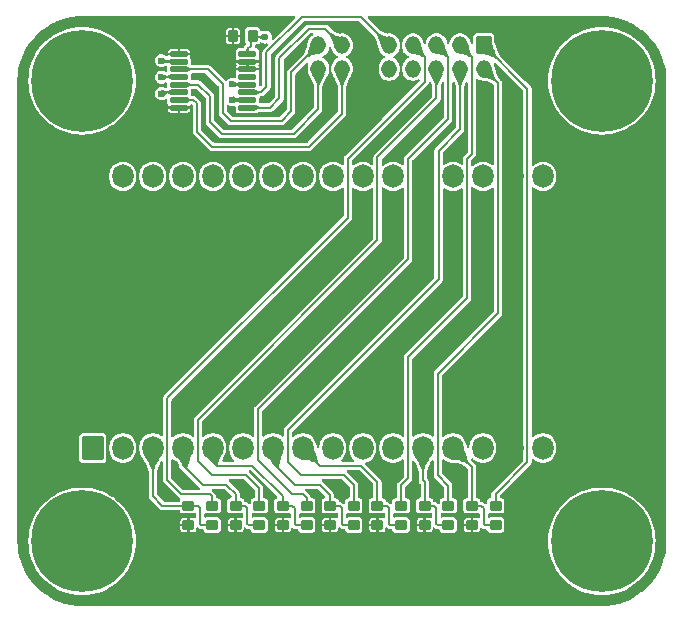
<source format=gbr>
%TF.GenerationSoftware,KiCad,Pcbnew,8.0.4*%
%TF.CreationDate,2024-08-09T00:15:22+02:00*%
%TF.ProjectId,ELE0124CL_control,454c4530-3132-4344-934c-5f636f6e7472,rev?*%
%TF.SameCoordinates,Original*%
%TF.FileFunction,Copper,L1,Top*%
%TF.FilePolarity,Positive*%
%FSLAX46Y46*%
G04 Gerber Fmt 4.6, Leading zero omitted, Abs format (unit mm)*
G04 Created by KiCad (PCBNEW 8.0.4) date 2024-08-09 00:15:22*
%MOMM*%
%LPD*%
G01*
G04 APERTURE LIST*
G04 Aperture macros list*
%AMRoundRect*
0 Rectangle with rounded corners*
0 $1 Rounding radius*
0 $2 $3 $4 $5 $6 $7 $8 $9 X,Y pos of 4 corners*
0 Add a 4 corners polygon primitive as box body*
4,1,4,$2,$3,$4,$5,$6,$7,$8,$9,$2,$3,0*
0 Add four circle primitives for the rounded corners*
1,1,$1+$1,$2,$3*
1,1,$1+$1,$4,$5*
1,1,$1+$1,$6,$7*
1,1,$1+$1,$8,$9*
0 Add four rect primitives between the rounded corners*
20,1,$1+$1,$2,$3,$4,$5,0*
20,1,$1+$1,$4,$5,$6,$7,0*
20,1,$1+$1,$6,$7,$8,$9,0*
20,1,$1+$1,$8,$9,$2,$3,0*%
G04 Aperture macros list end*
%TA.AperFunction,ComponentPad*%
%ADD10C,1.200000*%
%TD*%
%TA.AperFunction,ComponentPad*%
%ADD11C,8.600000*%
%TD*%
%TA.AperFunction,SMDPad,CuDef*%
%ADD12RoundRect,0.050000X-0.425000X0.350000X-0.425000X-0.350000X0.425000X-0.350000X0.425000X0.350000X0*%
%TD*%
%TA.AperFunction,ComponentPad*%
%ADD13RoundRect,0.043333X-0.606667X0.706667X-0.606667X-0.706667X0.606667X-0.706667X0.606667X0.706667X0*%
%TD*%
%TA.AperFunction,ComponentPad*%
%ADD14O,1.300000X1.500000*%
%TD*%
%TA.AperFunction,SMDPad,CuDef*%
%ADD15RoundRect,0.050000X-0.700000X-0.175000X0.700000X-0.175000X0.700000X0.175000X-0.700000X0.175000X0*%
%TD*%
%TA.AperFunction,ComponentPad*%
%ADD16RoundRect,0.052941X0.847059X-0.947059X0.847059X0.947059X-0.847059X0.947059X-0.847059X-0.947059X0*%
%TD*%
%TA.AperFunction,ComponentPad*%
%ADD17O,1.800000X2.000000*%
%TD*%
%TA.AperFunction,SMDPad,CuDef*%
%ADD18RoundRect,0.050000X0.350000X0.425000X-0.350000X0.425000X-0.350000X-0.425000X0.350000X-0.425000X0*%
%TD*%
%TA.AperFunction,ViaPad*%
%ADD19C,0.600000*%
%TD*%
%TA.AperFunction,Conductor*%
%ADD20C,0.200000*%
%TD*%
G04 APERTURE END LIST*
D10*
%TO.P,REF\u002A\u002A,1*%
%TO.N,N/C*%
X149775000Y-93000000D03*
X150719581Y-90719581D03*
X150719581Y-95280419D03*
X153000000Y-89775000D03*
D11*
X153000000Y-93000000D03*
D10*
X153000000Y-96225000D03*
X155280419Y-90719581D03*
X155280419Y-95280419D03*
X156225000Y-93000000D03*
%TD*%
D12*
%TO.P,R1,1*%
%TO.N,/ADC_0*%
X132000000Y-89975000D03*
%TO.P,R1,2*%
%TO.N,/ADC_IN_0*%
X132000000Y-91625000D03*
%TD*%
%TO.P,C2,1*%
%TO.N,/ADC_IN_1*%
X134000000Y-89975000D03*
%TO.P,C2,2*%
%TO.N,GND*%
X134000000Y-91625000D03*
%TD*%
D10*
%TO.P,REF\u002A\u002A,1*%
%TO.N,N/C*%
X149775000Y-54000000D03*
X150719581Y-51719581D03*
X150719581Y-56280419D03*
X153000000Y-50775000D03*
D11*
X153000000Y-54000000D03*
D10*
X153000000Y-57225000D03*
X155280419Y-51719581D03*
X155280419Y-56280419D03*
X156225000Y-54000000D03*
%TD*%
%TO.P,REF\u002A\u002A,1*%
%TO.N,N/C*%
X105775000Y-93000000D03*
X106719581Y-90719581D03*
X106719581Y-95280419D03*
X109000000Y-89775000D03*
D11*
X109000000Y-93000000D03*
D10*
X109000000Y-96225000D03*
X111280419Y-90719581D03*
X111280419Y-95280419D03*
X112225000Y-93000000D03*
%TD*%
%TO.P,REF\u002A\u002A,1*%
%TO.N,N/C*%
X105775000Y-54000000D03*
X106719581Y-51719581D03*
X106719581Y-56280419D03*
X109000000Y-50775000D03*
D11*
X109000000Y-54000000D03*
D10*
X109000000Y-57225000D03*
X111280419Y-51719581D03*
X111280419Y-56280419D03*
X112225000Y-54000000D03*
%TD*%
D12*
%TO.P,C3,1*%
%TO.N,/ADC_IN_2*%
X138000000Y-89975000D03*
%TO.P,C3,2*%
%TO.N,GND*%
X138000000Y-91625000D03*
%TD*%
%TO.P,R7,1*%
%TO.N,/ADC_6*%
X128000000Y-89975000D03*
%TO.P,R7,2*%
%TO.N,/ADC_IN_6*%
X128000000Y-91625000D03*
%TD*%
%TO.P,R4,1*%
%TO.N,/ADC_3*%
X144000000Y-89975000D03*
%TO.P,R4,2*%
%TO.N,/ADC_IN_3*%
X144000000Y-91625000D03*
%TD*%
%TO.P,C5,1*%
%TO.N,/ADC_IN_4*%
X118000000Y-89975000D03*
%TO.P,C5,2*%
%TO.N,GND*%
X118000000Y-91625000D03*
%TD*%
%TO.P,C6,1*%
%TO.N,/ADC_IN_5*%
X122000000Y-89975000D03*
%TO.P,C6,2*%
%TO.N,GND*%
X122000000Y-91625000D03*
%TD*%
%TO.P,C7,1*%
%TO.N,/ADC_IN_6*%
X126000000Y-89975000D03*
%TO.P,C7,2*%
%TO.N,GND*%
X126000000Y-91625000D03*
%TD*%
D13*
%TO.P,J2,1,Pin_1*%
%TO.N,/ADC_3*%
X143000000Y-51000000D03*
D14*
%TO.P,J2,2,Pin_2*%
%TO.N,/ADC_2*%
X143000000Y-53000000D03*
%TO.P,J2,3,Pin_3*%
%TO.N,/ADC_1*%
X141000000Y-51000000D03*
%TO.P,J2,4,Pin_4*%
%TO.N,/ADC_0*%
X141000000Y-53000000D03*
%TO.P,J2,5,Pin_5*%
%TO.N,/ADC_6*%
X139000000Y-51000000D03*
%TO.P,J2,6,Pin_6*%
%TO.N,/ADC_5*%
X139000000Y-53000000D03*
%TO.P,J2,7,Pin_7*%
%TO.N,/ADC_4*%
X137000000Y-51000000D03*
%TO.P,J2,8,Pin_8*%
%TO.N,+3V3*%
X137000000Y-53000000D03*
%TO.P,J2,9,Pin_9*%
%TO.N,/RESET*%
X135000000Y-51000000D03*
%TO.P,J2,10,Pin_10*%
%TO.N,+5V*%
X135000000Y-53000000D03*
%TO.P,J2,11,Pin_11*%
%TO.N,GND*%
X133000000Y-51000000D03*
%TO.P,J2,12,Pin_12*%
X133000000Y-53000000D03*
%TO.P,J2,13,Pin_13*%
%TO.N,/PWM_H2*%
X131000000Y-51000000D03*
%TO.P,J2,14,Pin_14*%
%TO.N,/PWM_L2*%
X131000000Y-53000000D03*
%TO.P,J2,15,Pin_15*%
%TO.N,/PWM_L1*%
X129000000Y-51000000D03*
%TO.P,J2,16,Pin_16*%
%TO.N,/PWM_H1*%
X129000000Y-53000000D03*
%TD*%
D15*
%TO.P,U1,1,~{1OE}*%
%TO.N,GND*%
X117200000Y-51725000D03*
%TO.P,U1,2,1A1*%
%TO.N,/PWM_IN_L1*%
X117200000Y-52375000D03*
%TO.P,U1,3,1Y1*%
%TO.N,/PWM_L1*%
X117200000Y-53025000D03*
%TO.P,U1,4,1A2*%
%TO.N,/PWM_IN_H1*%
X117200000Y-53675000D03*
%TO.P,U1,5,1Y2*%
%TO.N,/PWM_H1*%
X117200000Y-54325000D03*
%TO.P,U1,6,1A3*%
%TO.N,/PWM_IN_L2*%
X117200000Y-54975000D03*
%TO.P,U1,7,1Y3*%
%TO.N,/PWM_L2*%
X117200000Y-55625000D03*
%TO.P,U1,8,GND*%
%TO.N,GND*%
X117200000Y-56275000D03*
%TO.P,U1,9,1Y4*%
%TO.N,/PWM_H2*%
X123000000Y-56275000D03*
%TO.P,U1,10,1A4*%
%TO.N,/PWM_IN_H2*%
X123000000Y-55625000D03*
%TO.P,U1,11,2Y1*%
%TO.N,/RESET*%
X123000000Y-54975000D03*
%TO.P,U1,12,2A1*%
%TO.N,/RESET_IN*%
X123000000Y-54325000D03*
%TO.P,U1,13,2Y2*%
%TO.N,unconnected-(U1-2Y2-Pad13)*%
X123000000Y-53675000D03*
%TO.P,U1,14,2A2*%
%TO.N,GND*%
X123000000Y-53025000D03*
%TO.P,U1,15,~{2OE}*%
X123000000Y-52375000D03*
%TO.P,U1,16,VCC*%
%TO.N,+5V*%
X123000000Y-51725000D03*
%TD*%
D16*
%TO.P,J1,1,Pin_1*%
%TO.N,+3V3*%
X109900000Y-85100000D03*
D17*
%TO.P,J1,2,Pin_2*%
%TO.N,/RESET_IN*%
X112440000Y-85100000D03*
%TO.P,J1,3,Pin_3*%
%TO.N,/ADC_IN_4*%
X114980000Y-85100000D03*
%TO.P,J1,4,Pin_4*%
%TO.N,/ADC_IN_5*%
X117520000Y-85100000D03*
%TO.P,J1,5,Pin_5*%
%TO.N,/ADC_IN_6*%
X120060000Y-85100000D03*
%TO.P,J1,6,Pin_6*%
%TO.N,unconnected-(J1-Pin_6-Pad6)*%
X122600000Y-85100000D03*
%TO.P,J1,7,Pin_7*%
%TO.N,/ADC_IN_0*%
X125140000Y-85100000D03*
%TO.P,J1,8,Pin_8*%
%TO.N,/ADC_IN_1*%
X127680000Y-85100000D03*
%TO.P,J1,9,Pin_9*%
%TO.N,unconnected-(J1-Pin_9-Pad9)*%
X130220000Y-85100000D03*
%TO.P,J1,10,Pin_10*%
%TO.N,unconnected-(J1-Pin_10-Pad10)*%
X132760000Y-85100000D03*
%TO.P,J1,11,Pin_11*%
%TO.N,unconnected-(J1-Pin_11-Pad11)*%
X135300000Y-85100000D03*
%TO.P,J1,12,Pin_12*%
%TO.N,/ADC_IN_2*%
X137840000Y-85100000D03*
%TO.P,J1,13,Pin_13*%
%TO.N,/ADC_IN_3*%
X140380000Y-85100000D03*
%TO.P,J1,14,Pin_14*%
%TO.N,+5V*%
X142920000Y-85100000D03*
%TO.P,J1,15,Pin_15*%
%TO.N,GND*%
X145460000Y-85100000D03*
%TO.P,J1,16,Pin_16*%
%TO.N,unconnected-(J1-Pin_16-Pad16)*%
X148000000Y-85100000D03*
%TD*%
D18*
%TO.P,C8,1*%
%TO.N,+5V*%
X123425000Y-50200000D03*
%TO.P,C8,2*%
%TO.N,GND*%
X121775000Y-50200000D03*
%TD*%
D16*
%TO.P,J3,1,Pin_1*%
%TO.N,GND*%
X109900000Y-62100000D03*
D17*
%TO.P,J3,2,Pin_2*%
%TO.N,unconnected-(J3-Pin_2-Pad2)*%
X112440000Y-62100000D03*
%TO.P,J3,3,Pin_3*%
%TO.N,unconnected-(J3-Pin_3-Pad3)*%
X114980000Y-62100000D03*
%TO.P,J3,4,Pin_4*%
%TO.N,unconnected-(J3-Pin_4-Pad4)*%
X117520000Y-62100000D03*
%TO.P,J3,5,Pin_5*%
%TO.N,unconnected-(J3-Pin_5-Pad5)*%
X120060000Y-62100000D03*
%TO.P,J3,6,Pin_6*%
%TO.N,unconnected-(J3-Pin_6-Pad6)*%
X122600000Y-62100000D03*
%TO.P,J3,7,Pin_7*%
%TO.N,/PWM_IN_L2*%
X125140000Y-62100000D03*
%TO.P,J3,8,Pin_8*%
%TO.N,/PWM_IN_H1*%
X127680000Y-62100000D03*
%TO.P,J3,9,Pin_9*%
%TO.N,/PWM_IN_L1*%
X130220000Y-62100000D03*
%TO.P,J3,10,Pin_10*%
%TO.N,/PWM_IN_H2*%
X132760000Y-62100000D03*
%TO.P,J3,11,Pin_11*%
%TO.N,unconnected-(J3-Pin_11-Pad11)*%
X135300000Y-62100000D03*
%TO.P,J3,12,Pin_12*%
%TO.N,GND*%
X137840000Y-62100000D03*
%TO.P,J3,13,Pin_13*%
%TO.N,unconnected-(J3-Pin_13-Pad13)*%
X140380000Y-62100000D03*
%TO.P,J3,14,Pin_14*%
%TO.N,unconnected-(J3-Pin_14-Pad14)*%
X142920000Y-62100000D03*
%TO.P,J3,15,Pin_15*%
%TO.N,GND*%
X145460000Y-62100000D03*
%TO.P,J3,16,Pin_16*%
%TO.N,unconnected-(J3-Pin_16-Pad16)*%
X148000000Y-62100000D03*
%TD*%
D12*
%TO.P,C1,1*%
%TO.N,/ADC_IN_0*%
X130000000Y-89975000D03*
%TO.P,C1,2*%
%TO.N,GND*%
X130000000Y-91625000D03*
%TD*%
%TO.P,R6,1*%
%TO.N,/ADC_5*%
X124000000Y-89975000D03*
%TO.P,R6,2*%
%TO.N,/ADC_IN_5*%
X124000000Y-91625000D03*
%TD*%
%TO.P,R2,1*%
%TO.N,/ADC_1*%
X136000000Y-89975000D03*
%TO.P,R2,2*%
%TO.N,/ADC_IN_1*%
X136000000Y-91625000D03*
%TD*%
%TO.P,R3,1*%
%TO.N,/ADC_2*%
X140000000Y-89975000D03*
%TO.P,R3,2*%
%TO.N,/ADC_IN_2*%
X140000000Y-91625000D03*
%TD*%
%TO.P,R5,1*%
%TO.N,/ADC_4*%
X120000000Y-89975000D03*
%TO.P,R5,2*%
%TO.N,/ADC_IN_4*%
X120000000Y-91625000D03*
%TD*%
%TO.P,C4,1*%
%TO.N,/ADC_IN_3*%
X142000000Y-89975000D03*
%TO.P,C4,2*%
%TO.N,GND*%
X142000000Y-91625000D03*
%TD*%
D19*
%TO.N,GND*%
X121700000Y-52700000D03*
X130000000Y-54100000D03*
X127200000Y-51700000D03*
X115700000Y-56500000D03*
X148000000Y-70000000D03*
X122600000Y-82700000D03*
X132800000Y-64400000D03*
X142900000Y-82700000D03*
X117500000Y-82700000D03*
X145400000Y-82700000D03*
X135300000Y-82700000D03*
X125000000Y-82700000D03*
X139000000Y-89000000D03*
X117400000Y-87600000D03*
X115700000Y-50900000D03*
X148000000Y-82700000D03*
X137900000Y-64400000D03*
X116000000Y-89000000D03*
X137800000Y-82700000D03*
X148000000Y-75000000D03*
X119000000Y-92500000D03*
X110000000Y-75000000D03*
X123000000Y-92500000D03*
X130200000Y-82700000D03*
X130200000Y-64400000D03*
X131000000Y-89000000D03*
X148000000Y-64400000D03*
X143000000Y-87700000D03*
X123000000Y-89000000D03*
X140400000Y-64400000D03*
X135300000Y-64400000D03*
X142900000Y-58200000D03*
X146100000Y-89000000D03*
X153000000Y-70000000D03*
X127000000Y-92500000D03*
X137700000Y-58200000D03*
X132800000Y-82700000D03*
X135000000Y-92500000D03*
X115000000Y-70000000D03*
X121700000Y-49100000D03*
X120100000Y-82700000D03*
X140400000Y-60100000D03*
X143000000Y-92500000D03*
X148000000Y-58200000D03*
X110000000Y-70000000D03*
X120000000Y-70000000D03*
X115000000Y-75000000D03*
X153000000Y-75000000D03*
X142900000Y-64400000D03*
X127800000Y-54100000D03*
X131000000Y-92500000D03*
X139000000Y-92500000D03*
X115000000Y-82700000D03*
X135100000Y-58200000D03*
X140400000Y-82700000D03*
%TO.N,+5V*%
X124500000Y-50300000D03*
%TO.N,/PWM_IN_H2*%
X121700000Y-55600000D03*
%TO.N,/PWM_IN_L2*%
X115700000Y-55100000D03*
%TO.N,/PWM_IN_L1*%
X115700000Y-52300000D03*
%TO.N,/PWM_IN_H1*%
X115700000Y-53700000D03*
%TO.N,/RESET_IN*%
X121700000Y-54300000D03*
%TD*%
D20*
%TO.N,/ADC_IN_0*%
X129100000Y-88200000D02*
X127000000Y-88200000D01*
X130800000Y-90000000D02*
X131000000Y-90200000D01*
X131000000Y-91500000D02*
X131100000Y-91600000D01*
X131100000Y-91600000D02*
X132000000Y-91600000D01*
X130000000Y-89100000D02*
X129100000Y-88200000D01*
X130000000Y-90000000D02*
X130000000Y-89100000D01*
X125140000Y-86340000D02*
X125140000Y-85100000D01*
X127000000Y-88200000D02*
X125140000Y-86340000D01*
X131000000Y-90200000D02*
X131000000Y-91500000D01*
X130000000Y-90000000D02*
X130800000Y-90000000D01*
%TO.N,/ADC_IN_1*%
X134000000Y-88000000D02*
X132600000Y-86600000D01*
X134800000Y-90000000D02*
X135000000Y-90200000D01*
X134000000Y-90000000D02*
X134000000Y-88000000D01*
X135000000Y-91500000D02*
X135100000Y-91600000D01*
X135000000Y-90200000D02*
X135000000Y-91500000D01*
X135100000Y-91600000D02*
X136000000Y-91600000D01*
X132600000Y-86600000D02*
X129180000Y-86600000D01*
X129180000Y-86600000D02*
X127680000Y-85100000D01*
X134000000Y-90000000D02*
X134800000Y-90000000D01*
%TO.N,/ADC_IN_2*%
X138800000Y-90000000D02*
X139000000Y-90200000D01*
X138000000Y-90000000D02*
X138000000Y-88000000D01*
X139000000Y-90200000D02*
X139000000Y-91500000D01*
X139000000Y-91500000D02*
X139100000Y-91600000D01*
X137840000Y-87840000D02*
X137840000Y-85100000D01*
X139100000Y-91600000D02*
X140000000Y-91600000D01*
X138000000Y-90000000D02*
X138800000Y-90000000D01*
X138000000Y-88000000D02*
X137840000Y-87840000D01*
%TO.N,/ADC_IN_3*%
X143100000Y-91600000D02*
X144000000Y-91600000D01*
X142800000Y-90000000D02*
X143000000Y-90200000D01*
X142000000Y-86720000D02*
X140380000Y-85100000D01*
X142000000Y-90000000D02*
X142800000Y-90000000D01*
X143000000Y-90200000D02*
X143000000Y-91500000D01*
X143000000Y-91500000D02*
X143100000Y-91600000D01*
X142000000Y-90000000D02*
X142000000Y-86720000D01*
%TO.N,/ADC_IN_4*%
X115800000Y-90000000D02*
X118000000Y-90000000D01*
X119000000Y-91500000D02*
X119100000Y-91600000D01*
X119000000Y-90200000D02*
X119000000Y-91500000D01*
X118800000Y-90000000D02*
X119000000Y-90200000D01*
X114980000Y-85100000D02*
X114980000Y-89180000D01*
X114980000Y-89180000D02*
X115800000Y-90000000D01*
X118000000Y-90000000D02*
X118800000Y-90000000D01*
X119100000Y-91600000D02*
X120000000Y-91600000D01*
%TO.N,/ADC_IN_5*%
X122000000Y-89000000D02*
X121200000Y-88200000D01*
X122000000Y-90000000D02*
X122800000Y-90000000D01*
X123100000Y-91600000D02*
X124000000Y-91600000D01*
X121200000Y-88200000D02*
X119200000Y-88200000D01*
X123000000Y-91500000D02*
X123100000Y-91600000D01*
X117520000Y-86520000D02*
X117520000Y-85100000D01*
X119200000Y-88200000D02*
X117520000Y-86520000D01*
X123000000Y-90200000D02*
X123000000Y-91500000D01*
X122000000Y-90000000D02*
X122000000Y-89000000D01*
X122800000Y-90000000D02*
X123000000Y-90200000D01*
%TO.N,/ADC_IN_6*%
X126800000Y-90000000D02*
X127000000Y-90200000D01*
X120060000Y-86260000D02*
X120060000Y-85100000D01*
X127100000Y-91600000D02*
X128000000Y-91600000D01*
X127000000Y-90200000D02*
X127000000Y-91500000D01*
X120400000Y-86600000D02*
X120060000Y-86260000D01*
X127000000Y-91500000D02*
X127100000Y-91600000D01*
X126000000Y-90000000D02*
X126800000Y-90000000D01*
X126000000Y-89200000D02*
X123400000Y-86600000D01*
X126000000Y-90000000D02*
X126000000Y-89200000D01*
X123400000Y-86600000D02*
X120400000Y-86600000D01*
%TO.N,+5V*%
X123000000Y-51300000D02*
X123275000Y-51025000D01*
X123275000Y-51025000D02*
X123275000Y-50300000D01*
X123000000Y-51725000D02*
X123000000Y-51300000D01*
X123275000Y-50300000D02*
X124500000Y-50300000D01*
%TO.N,/PWM_L1*%
X126700000Y-53300000D02*
X129000000Y-51000000D01*
X120900000Y-54300000D02*
X120900000Y-56700000D01*
X117200000Y-53025000D02*
X119625000Y-53025000D01*
X121600000Y-57400000D02*
X125900000Y-57400000D01*
X125900000Y-57400000D02*
X126700000Y-56600000D01*
X126700000Y-56600000D02*
X126700000Y-53300000D01*
X120900000Y-56700000D02*
X121600000Y-57400000D01*
X119625000Y-53025000D02*
X120900000Y-54300000D01*
%TO.N,/ADC_0*%
X132000000Y-89950000D02*
X132000000Y-88200000D01*
X139180000Y-59920000D02*
X141000000Y-58100000D01*
X131200000Y-87400000D02*
X127500000Y-87400000D01*
X126400000Y-86300000D02*
X126400000Y-83600000D01*
X132000000Y-88200000D02*
X131200000Y-87400000D01*
X127500000Y-87400000D02*
X126400000Y-86300000D01*
X139180000Y-70820000D02*
X139180000Y-59920000D01*
X126400000Y-83600000D02*
X139180000Y-70820000D01*
X141000000Y-58100000D02*
X141000000Y-53000000D01*
%TO.N,/ADC_1*%
X136600000Y-87650000D02*
X136600000Y-77400000D01*
X141580000Y-72420000D02*
X141580000Y-60620000D01*
X136000000Y-88250000D02*
X136600000Y-87650000D01*
X142000000Y-60200000D02*
X142000000Y-52000000D01*
X136600000Y-77400000D02*
X141580000Y-72420000D01*
X142000000Y-52000000D02*
X141000000Y-51000000D01*
X136000000Y-89950000D02*
X136000000Y-88250000D01*
X141580000Y-60620000D02*
X142000000Y-60200000D01*
%TO.N,/PWM_L2*%
X131000000Y-56800000D02*
X131000000Y-53000000D01*
X117200000Y-55625000D02*
X118425000Y-55625000D01*
X120000000Y-59600000D02*
X128200000Y-59600000D01*
X118700000Y-58300000D02*
X120000000Y-59600000D01*
X128200000Y-59600000D02*
X131000000Y-56800000D01*
X118425000Y-55625000D02*
X118700000Y-55900000D01*
X118700000Y-55900000D02*
X118700000Y-58300000D01*
%TO.N,/PWM_H1*%
X120800000Y-58500000D02*
X126900000Y-58500000D01*
X117200000Y-54325000D02*
X118825000Y-54325000D01*
X129000000Y-56400000D02*
X129000000Y-53000000D01*
X119800000Y-57500000D02*
X120800000Y-58500000D01*
X118825000Y-54325000D02*
X119800000Y-55300000D01*
X119800000Y-55300000D02*
X119800000Y-57500000D01*
X126900000Y-58500000D02*
X129000000Y-56400000D01*
%TO.N,/ADC_3*%
X146700000Y-54700000D02*
X143000000Y-51000000D01*
X146700000Y-86300000D02*
X146700000Y-54700000D01*
X144000000Y-89000000D02*
X146700000Y-86300000D01*
X144000000Y-89950000D02*
X144000000Y-89000000D01*
%TO.N,/ADC_4*%
X120000000Y-89975000D02*
X120000000Y-89200000D01*
X116200000Y-87800000D02*
X116200000Y-80900000D01*
X138000000Y-52000000D02*
X137000000Y-51000000D01*
X131500000Y-60600000D02*
X138000000Y-54100000D01*
X120000000Y-89200000D02*
X119800000Y-89000000D01*
X131500000Y-65600000D02*
X131500000Y-60600000D01*
X119800000Y-89000000D02*
X117400000Y-89000000D01*
X138000000Y-54100000D02*
X138000000Y-52000000D01*
X116200000Y-80900000D02*
X131500000Y-65600000D01*
X117400000Y-89000000D02*
X116200000Y-87800000D01*
%TO.N,/ADC_2*%
X139100000Y-87400000D02*
X139100000Y-78800000D01*
X144200000Y-54200000D02*
X143000000Y-53000000D01*
X139100000Y-78800000D02*
X144200000Y-73700000D01*
X144200000Y-73700000D02*
X144200000Y-54200000D01*
X140000000Y-88300000D02*
X139100000Y-87400000D01*
X140000000Y-89950000D02*
X140000000Y-88300000D01*
%TO.N,/ADC_6*%
X127700000Y-89000000D02*
X126800000Y-89000000D01*
X123900000Y-86100000D02*
X123900000Y-81800000D01*
X136600000Y-60600000D02*
X140000000Y-57200000D01*
X128000000Y-89950000D02*
X128000000Y-89300000D01*
X126800000Y-89000000D02*
X123900000Y-86100000D01*
X136600000Y-69100000D02*
X136600000Y-60600000D01*
X123900000Y-81800000D02*
X136600000Y-69100000D01*
X128000000Y-89300000D02*
X127700000Y-89000000D01*
X140000000Y-52000000D02*
X139000000Y-51000000D01*
X140000000Y-57200000D02*
X140000000Y-52000000D01*
%TO.N,/ADC_5*%
X120000000Y-87400000D02*
X118800000Y-86200000D01*
X139000000Y-55500000D02*
X139000000Y-53000000D01*
X124000000Y-88500000D02*
X122900000Y-87400000D01*
X122900000Y-87400000D02*
X120000000Y-87400000D01*
X118800000Y-82700000D02*
X134000000Y-67500000D01*
X124000000Y-89950000D02*
X124000000Y-88500000D01*
X134000000Y-67500000D02*
X134000000Y-60500000D01*
X118800000Y-86200000D02*
X118800000Y-82700000D01*
X134000000Y-60500000D02*
X139000000Y-55500000D01*
%TO.N,/PWM_H2*%
X128200000Y-49600000D02*
X129600000Y-49600000D01*
X129600000Y-49600000D02*
X131000000Y-51000000D01*
X125700000Y-52100000D02*
X128200000Y-49600000D01*
X123000000Y-56275000D02*
X124925000Y-56275000D01*
X125700000Y-55500000D02*
X125700000Y-52100000D01*
X124925000Y-56275000D02*
X125700000Y-55500000D01*
%TO.N,/PWM_IN_H2*%
X123000000Y-55625000D02*
X121725000Y-55625000D01*
%TO.N,/PWM_IN_L2*%
X117200000Y-54975000D02*
X115825000Y-54975000D01*
%TO.N,/PWM_IN_L1*%
X117200000Y-52375000D02*
X115775000Y-52375000D01*
%TO.N,/PWM_IN_H1*%
X117200000Y-53675000D02*
X115725000Y-53675000D01*
%TO.N,/RESET_IN*%
X123000000Y-54325000D02*
X121725000Y-54325000D01*
%TO.N,/RESET*%
X123000000Y-54975000D02*
X124125000Y-54975000D01*
X124600000Y-54500000D02*
X124600000Y-51600000D01*
X127575000Y-48625000D02*
X132625000Y-48625000D01*
X132625000Y-48625000D02*
X135000000Y-51000000D01*
X124125000Y-54975000D02*
X124600000Y-54500000D01*
X124600000Y-51600000D02*
X127575000Y-48625000D01*
%TD*%
%TA.AperFunction,Conductor*%
%TO.N,/PWM_H2*%
G36*
X130118227Y-49973954D02*
G01*
X130211954Y-50033952D01*
X130211966Y-50033959D01*
X130211973Y-50033963D01*
X130296352Y-50081388D01*
X130313605Y-50091086D01*
X130313616Y-50091091D01*
X130313627Y-50091097D01*
X130353310Y-50110304D01*
X130415255Y-50140286D01*
X130516906Y-50181550D01*
X130618556Y-50214878D01*
X130720207Y-50240271D01*
X130821857Y-50257729D01*
X130923508Y-50267251D01*
X131025158Y-50268838D01*
X131112058Y-50263411D01*
X131120528Y-50266315D01*
X131124464Y-50274359D01*
X131124320Y-50277058D01*
X131001862Y-50993941D01*
X130997091Y-51001519D01*
X130994236Y-51002999D01*
X130374460Y-51222568D01*
X130365517Y-51222101D01*
X130359525Y-51215447D01*
X130359242Y-51214532D01*
X130357193Y-51206790D01*
X130323129Y-51078033D01*
X130283768Y-50937508D01*
X130244407Y-50805232D01*
X130205046Y-50681207D01*
X130165686Y-50565431D01*
X130126325Y-50457905D01*
X130086964Y-50358630D01*
X130047603Y-50267604D01*
X130047597Y-50267590D01*
X130008248Y-50184841D01*
X130006508Y-50181547D01*
X129972913Y-50117936D01*
X129972080Y-50109020D01*
X129974984Y-50104201D01*
X130103650Y-49975535D01*
X130111922Y-49972109D01*
X130118227Y-49973954D01*
G37*
%TD.AperFunction*%
%TD*%
%TA.AperFunction,Conductor*%
%TO.N,+5V*%
G36*
X124389702Y-50033636D02*
G01*
X124389823Y-50033914D01*
X124499115Y-50295489D01*
X124499142Y-50304444D01*
X124499115Y-50304511D01*
X124389824Y-50566084D01*
X124383472Y-50572396D01*
X124374517Y-50572369D01*
X124374239Y-50572248D01*
X124320911Y-50548325D01*
X124320303Y-50548031D01*
X124268141Y-50520910D01*
X124267677Y-50520655D01*
X124224086Y-50495372D01*
X124223890Y-50495256D01*
X124185690Y-50472093D01*
X124149986Y-50451528D01*
X124149964Y-50451516D01*
X124113639Y-50433896D01*
X124089639Y-50425319D01*
X124073600Y-50419587D01*
X124073596Y-50419586D01*
X124026736Y-50408937D01*
X123969902Y-50402292D01*
X123969888Y-50402291D01*
X123911317Y-50400371D01*
X123903160Y-50396675D01*
X123900000Y-50388677D01*
X123900000Y-50211322D01*
X123903427Y-50203049D01*
X123911315Y-50199628D01*
X123969901Y-50197707D01*
X124026727Y-50191062D01*
X124048391Y-50186139D01*
X124073597Y-50180413D01*
X124073598Y-50180412D01*
X124073600Y-50180412D01*
X124113640Y-50166102D01*
X124149969Y-50148480D01*
X124185709Y-50127893D01*
X124223890Y-50104742D01*
X124224030Y-50104658D01*
X124267710Y-50079323D01*
X124268098Y-50079110D01*
X124320328Y-50051954D01*
X124320884Y-50051685D01*
X124374241Y-50027749D01*
X124383189Y-50027490D01*
X124389702Y-50033636D01*
G37*
%TD.AperFunction*%
%TD*%
%TA.AperFunction,Conductor*%
%TO.N,/ADC_IN_3*%
G36*
X141259720Y-84828937D02*
G01*
X141265450Y-84835819D01*
X141265648Y-84836535D01*
X141312562Y-85029802D01*
X141362421Y-85223230D01*
X141412284Y-85404708D01*
X141462124Y-85574144D01*
X141462133Y-85574172D01*
X141511990Y-85731698D01*
X141561847Y-85877259D01*
X141611703Y-86010855D01*
X141637150Y-86072935D01*
X141661564Y-86132496D01*
X141711419Y-86242156D01*
X141757407Y-86332277D01*
X141758115Y-86341204D01*
X141755258Y-86345868D01*
X141626469Y-86474657D01*
X141618196Y-86478084D01*
X141611944Y-86476273D01*
X141478311Y-86391789D01*
X141336782Y-86313340D01*
X141336770Y-86313334D01*
X141336766Y-86313332D01*
X141195222Y-86245904D01*
X141053679Y-86189504D01*
X140912136Y-86144133D01*
X140912133Y-86144132D01*
X140770604Y-86109793D01*
X140770576Y-86109788D01*
X140629050Y-86086476D01*
X140487508Y-86074192D01*
X140345957Y-86072934D01*
X140219367Y-86081674D01*
X140210877Y-86078825D01*
X140206889Y-86070808D01*
X140207042Y-86067954D01*
X140240954Y-85877248D01*
X140378046Y-85106300D01*
X140382868Y-85098756D01*
X140386086Y-85097179D01*
X141250802Y-84828123D01*
X141259720Y-84828937D01*
G37*
%TD.AperFunction*%
%TD*%
%TA.AperFunction,Conductor*%
%TO.N,/PWM_IN_L2*%
G36*
X115711894Y-54800319D02*
G01*
X115777750Y-54802090D01*
X115778451Y-54802131D01*
X115841777Y-54807766D01*
X115842515Y-54807856D01*
X115895345Y-54816147D01*
X115896032Y-54816277D01*
X115941983Y-54826356D01*
X115942344Y-54826442D01*
X115985176Y-54837500D01*
X116028169Y-54848600D01*
X116074672Y-54858800D01*
X116128197Y-54867200D01*
X116128203Y-54867200D01*
X116128206Y-54867201D01*
X116140695Y-54868312D01*
X116192253Y-54872900D01*
X116258968Y-54874693D01*
X116267144Y-54878341D01*
X116270352Y-54886389D01*
X116270352Y-55064175D01*
X116266925Y-55072448D01*
X116259561Y-55075840D01*
X116197992Y-55080636D01*
X116142262Y-55096382D01*
X116142249Y-55096388D01*
X116099142Y-55120497D01*
X116099141Y-55120498D01*
X116064651Y-55151233D01*
X116034766Y-55186869D01*
X116005659Y-55225441D01*
X116005401Y-55225771D01*
X115973291Y-55265293D01*
X115972463Y-55266208D01*
X115933530Y-55304954D01*
X115932201Y-55306092D01*
X115882316Y-55342717D01*
X115880688Y-55343719D01*
X115826039Y-55371460D01*
X115817111Y-55372149D01*
X115810310Y-55366323D01*
X115809947Y-55365538D01*
X115800412Y-55342717D01*
X115699910Y-55102178D01*
X115699007Y-55097636D01*
X115699960Y-54811977D01*
X115703414Y-54803716D01*
X115711699Y-54800317D01*
X115711894Y-54800319D01*
G37*
%TD.AperFunction*%
%TD*%
%TA.AperFunction,Conductor*%
%TO.N,/PWM_H1*%
G36*
X117922119Y-54106473D02*
G01*
X117923968Y-54107690D01*
X117944701Y-54124347D01*
X117944741Y-54124378D01*
X117970286Y-54143029D01*
X117970307Y-54143044D01*
X117995893Y-54159851D01*
X118021480Y-54174783D01*
X118047067Y-54187840D01*
X118047081Y-54187846D01*
X118072654Y-54199023D01*
X118082605Y-54202642D01*
X118098240Y-54208329D01*
X118123826Y-54215761D01*
X118123828Y-54215761D01*
X118123837Y-54215764D01*
X118149393Y-54221314D01*
X118149397Y-54221315D01*
X118149403Y-54221315D01*
X118149413Y-54221318D01*
X118164968Y-54223556D01*
X118172667Y-54228125D01*
X118175000Y-54235136D01*
X118175000Y-54414862D01*
X118171573Y-54423135D01*
X118164967Y-54426443D01*
X118153283Y-54428124D01*
X118149413Y-54428681D01*
X118149411Y-54428681D01*
X118149393Y-54428684D01*
X118123837Y-54434234D01*
X118098262Y-54441663D01*
X118098247Y-54441667D01*
X118098240Y-54441670D01*
X118098229Y-54441673D01*
X118098229Y-54441674D01*
X118072654Y-54450975D01*
X118047081Y-54462152D01*
X118047079Y-54462153D01*
X118021478Y-54475216D01*
X117995910Y-54490137D01*
X117995897Y-54490145D01*
X117995893Y-54490148D01*
X117986261Y-54496474D01*
X117970297Y-54506961D01*
X117970286Y-54506969D01*
X117944742Y-54525619D01*
X117944722Y-54525635D01*
X117923968Y-54542309D01*
X117915372Y-54544819D01*
X117913205Y-54544372D01*
X117235411Y-54336184D01*
X117228508Y-54330479D01*
X117227662Y-54321565D01*
X117233367Y-54314662D01*
X117235411Y-54313816D01*
X117491567Y-54235136D01*
X117913205Y-54105627D01*
X117922119Y-54106473D01*
G37*
%TD.AperFunction*%
%TD*%
%TA.AperFunction,Conductor*%
%TO.N,/PWM_IN_H2*%
G36*
X122286785Y-55405624D02*
G01*
X122681499Y-55526863D01*
X122964588Y-55613816D01*
X122971491Y-55619521D01*
X122972337Y-55628435D01*
X122966632Y-55635338D01*
X122964588Y-55636184D01*
X122286794Y-55844372D01*
X122277880Y-55843526D01*
X122276031Y-55842309D01*
X122255297Y-55825651D01*
X122255257Y-55825620D01*
X122229712Y-55806969D01*
X122229701Y-55806961D01*
X122229692Y-55806955D01*
X122204106Y-55790148D01*
X122204093Y-55790140D01*
X122204088Y-55790137D01*
X122178534Y-55775224D01*
X122178505Y-55775208D01*
X122152948Y-55762166D01*
X122152918Y-55762152D01*
X122127344Y-55750976D01*
X122116370Y-55746984D01*
X122101759Y-55741670D01*
X122101743Y-55741665D01*
X122101736Y-55741663D01*
X122076161Y-55734234D01*
X122050605Y-55728684D01*
X122050589Y-55728681D01*
X122050586Y-55728681D01*
X122044603Y-55727820D01*
X122035033Y-55726443D01*
X122027333Y-55721872D01*
X122025000Y-55714862D01*
X122025000Y-55535136D01*
X122028427Y-55526863D01*
X122035031Y-55523556D01*
X122050586Y-55521318D01*
X122050597Y-55521315D01*
X122050601Y-55521315D01*
X122050605Y-55521314D01*
X122076161Y-55515764D01*
X122076166Y-55515762D01*
X122076173Y-55515761D01*
X122101759Y-55508329D01*
X122127346Y-55499022D01*
X122152933Y-55487840D01*
X122178519Y-55474783D01*
X122204106Y-55459851D01*
X122229692Y-55443044D01*
X122255279Y-55424362D01*
X122276033Y-55407688D01*
X122284626Y-55405179D01*
X122286785Y-55405624D01*
G37*
%TD.AperFunction*%
%TD*%
%TA.AperFunction,Conductor*%
%TO.N,+5V*%
G36*
X122955502Y-51221278D02*
G01*
X122959075Y-51223720D01*
X123087582Y-51352227D01*
X123089024Y-51353981D01*
X123102927Y-51374701D01*
X123117467Y-51394816D01*
X123117479Y-51394832D01*
X123127121Y-51407144D01*
X123132029Y-51413411D01*
X123146568Y-51430425D01*
X123146581Y-51430440D01*
X123161115Y-51445899D01*
X123161134Y-51445918D01*
X123175666Y-51459827D01*
X123175674Y-51459834D01*
X123190208Y-51472193D01*
X123204754Y-51483013D01*
X123219300Y-51492281D01*
X123219574Y-51492426D01*
X123225281Y-51499327D01*
X123224436Y-51508242D01*
X123222210Y-51511196D01*
X123007749Y-51717568D01*
X122999411Y-51720835D01*
X122991206Y-51717250D01*
X122790539Y-51507405D01*
X122787299Y-51499058D01*
X122789865Y-51492004D01*
X122799808Y-51479598D01*
X122816159Y-51457322D01*
X122823880Y-51445918D01*
X122832504Y-51433181D01*
X122848860Y-51407145D01*
X122856076Y-51394832D01*
X122865212Y-51379243D01*
X122881563Y-51349467D01*
X122897914Y-51317815D01*
X122914265Y-51284289D01*
X122930616Y-51248888D01*
X122940089Y-51227290D01*
X122946549Y-51221093D01*
X122955502Y-51221278D01*
G37*
%TD.AperFunction*%
%TD*%
%TA.AperFunction,Conductor*%
%TO.N,/PWM_L1*%
G36*
X117922119Y-52806473D02*
G01*
X117923968Y-52807690D01*
X117944701Y-52824347D01*
X117944741Y-52824378D01*
X117970286Y-52843029D01*
X117970307Y-52843044D01*
X117995893Y-52859851D01*
X118021480Y-52874783D01*
X118047067Y-52887840D01*
X118047081Y-52887846D01*
X118072654Y-52899023D01*
X118082605Y-52902642D01*
X118098240Y-52908329D01*
X118123826Y-52915761D01*
X118123828Y-52915761D01*
X118123837Y-52915764D01*
X118149393Y-52921314D01*
X118149397Y-52921315D01*
X118149403Y-52921315D01*
X118149413Y-52921318D01*
X118164968Y-52923556D01*
X118172667Y-52928125D01*
X118175000Y-52935136D01*
X118175000Y-53114862D01*
X118171573Y-53123135D01*
X118164967Y-53126443D01*
X118153283Y-53128124D01*
X118149413Y-53128681D01*
X118149411Y-53128681D01*
X118149393Y-53128684D01*
X118123837Y-53134234D01*
X118098262Y-53141663D01*
X118098247Y-53141667D01*
X118098240Y-53141670D01*
X118098229Y-53141673D01*
X118098229Y-53141674D01*
X118072654Y-53150975D01*
X118047081Y-53162152D01*
X118047079Y-53162153D01*
X118021478Y-53175216D01*
X117995910Y-53190137D01*
X117995897Y-53190145D01*
X117995893Y-53190148D01*
X117986261Y-53196474D01*
X117970297Y-53206961D01*
X117970286Y-53206969D01*
X117944742Y-53225619D01*
X117944722Y-53225635D01*
X117923968Y-53242309D01*
X117915372Y-53244819D01*
X117913205Y-53244372D01*
X117235411Y-53036184D01*
X117228508Y-53030479D01*
X117227662Y-53021565D01*
X117233367Y-53014662D01*
X117235411Y-53013816D01*
X117491567Y-52935136D01*
X117913205Y-52805627D01*
X117922119Y-52806473D01*
G37*
%TD.AperFunction*%
%TD*%
%TA.AperFunction,Conductor*%
%TO.N,/RESET_IN*%
G36*
X121825437Y-54027739D02*
G01*
X121825798Y-54027898D01*
X121879283Y-54052528D01*
X121880104Y-54052947D01*
X121931812Y-54081949D01*
X121932496Y-54082363D01*
X121975249Y-54110345D01*
X121975617Y-54110597D01*
X122012791Y-54137066D01*
X122047479Y-54161304D01*
X122047484Y-54161307D01*
X122082756Y-54182547D01*
X122082760Y-54182548D01*
X122082762Y-54182550D01*
X122121899Y-54200175D01*
X122168150Y-54213545D01*
X122224773Y-54222031D01*
X122283822Y-54224526D01*
X122291942Y-54228300D01*
X122295027Y-54236216D01*
X122295027Y-54413579D01*
X122291600Y-54421852D01*
X122283611Y-54425276D01*
X122226651Y-54426658D01*
X122170702Y-54431570D01*
X122124209Y-54439647D01*
X122124185Y-54439653D01*
X122084198Y-54450800D01*
X122084183Y-54450805D01*
X122047726Y-54464935D01*
X122011830Y-54481962D01*
X121973561Y-54501783D01*
X121973550Y-54501789D01*
X121930070Y-54524249D01*
X121929801Y-54524384D01*
X121878194Y-54549384D01*
X121877788Y-54549571D01*
X121825707Y-54572387D01*
X121816754Y-54572568D01*
X121810295Y-54566365D01*
X121810216Y-54566181D01*
X121792696Y-54524249D01*
X121700883Y-54304509D01*
X121700857Y-54295556D01*
X121700862Y-54295542D01*
X121810130Y-54034023D01*
X121816482Y-54027712D01*
X121825437Y-54027739D01*
G37*
%TD.AperFunction*%
%TD*%
%TA.AperFunction,Conductor*%
%TO.N,/PWM_IN_H1*%
G36*
X116486785Y-53455624D02*
G01*
X116881499Y-53576863D01*
X117164588Y-53663816D01*
X117171491Y-53669521D01*
X117172337Y-53678435D01*
X117166632Y-53685338D01*
X117164588Y-53686184D01*
X116486794Y-53894372D01*
X116477880Y-53893526D01*
X116476031Y-53892309D01*
X116455297Y-53875651D01*
X116455257Y-53875620D01*
X116429712Y-53856969D01*
X116429701Y-53856961D01*
X116429692Y-53856955D01*
X116404106Y-53840148D01*
X116404093Y-53840140D01*
X116404088Y-53840137D01*
X116378534Y-53825224D01*
X116378505Y-53825208D01*
X116352948Y-53812166D01*
X116352918Y-53812152D01*
X116327344Y-53800976D01*
X116316370Y-53796984D01*
X116301759Y-53791670D01*
X116301743Y-53791665D01*
X116301736Y-53791663D01*
X116276161Y-53784234D01*
X116250605Y-53778684D01*
X116250589Y-53778681D01*
X116250586Y-53778681D01*
X116244603Y-53777820D01*
X116235033Y-53776443D01*
X116227333Y-53771872D01*
X116225000Y-53764862D01*
X116225000Y-53585136D01*
X116228427Y-53576863D01*
X116235031Y-53573556D01*
X116250586Y-53571318D01*
X116250597Y-53571315D01*
X116250601Y-53571315D01*
X116250605Y-53571314D01*
X116276161Y-53565764D01*
X116276166Y-53565762D01*
X116276173Y-53565761D01*
X116301759Y-53558329D01*
X116327346Y-53549022D01*
X116352933Y-53537840D01*
X116378519Y-53524783D01*
X116404106Y-53509851D01*
X116429692Y-53493044D01*
X116455279Y-53474362D01*
X116476033Y-53457688D01*
X116484626Y-53455179D01*
X116486785Y-53455624D01*
G37*
%TD.AperFunction*%
%TD*%
%TA.AperFunction,Conductor*%
%TO.N,/ADC_IN_6*%
G36*
X120068159Y-85102066D02*
G01*
X120928045Y-85370995D01*
X120934918Y-85376735D01*
X120935720Y-85385654D01*
X120934390Y-85388496D01*
X120895514Y-85448869D01*
X120895494Y-85448903D01*
X120848307Y-85531530D01*
X120848304Y-85531535D01*
X120801100Y-85623542D01*
X120753907Y-85724878D01*
X120706717Y-85835548D01*
X120659507Y-85955619D01*
X120612310Y-86085009D01*
X120565096Y-86223793D01*
X120517914Y-86371829D01*
X120471557Y-86526461D01*
X120468623Y-86531374D01*
X120339060Y-86660937D01*
X120330787Y-86664364D01*
X120322514Y-86660937D01*
X120321262Y-86659458D01*
X120252359Y-86562857D01*
X120175432Y-86462921D01*
X120175427Y-86462914D01*
X120098497Y-86370888D01*
X120021567Y-86286777D01*
X119944637Y-86210581D01*
X119867707Y-86142300D01*
X119867692Y-86142288D01*
X119790774Y-86081930D01*
X119713854Y-86029487D01*
X119713847Y-86029482D01*
X119713843Y-86029479D01*
X119713839Y-86029477D01*
X119636912Y-85984942D01*
X119571515Y-85953811D01*
X119565518Y-85947161D01*
X119565980Y-85938218D01*
X119566448Y-85937335D01*
X120054583Y-85107300D01*
X120061730Y-85101908D01*
X120068159Y-85102066D01*
G37*
%TD.AperFunction*%
%TD*%
%TA.AperFunction,Conductor*%
%TO.N,/ADC_2*%
G36*
X143634482Y-52777898D02*
G01*
X143640474Y-52784552D01*
X143640757Y-52785467D01*
X143676876Y-52921987D01*
X143716226Y-53062475D01*
X143755590Y-53194761D01*
X143794958Y-53318809D01*
X143834308Y-53434553D01*
X143873679Y-53542109D01*
X143913028Y-53641353D01*
X143952401Y-53732408D01*
X143991750Y-53815157D01*
X144027086Y-53882063D01*
X144027919Y-53890979D01*
X144025013Y-53895800D01*
X143896350Y-54024463D01*
X143888077Y-54027890D01*
X143881770Y-54026044D01*
X143788045Y-53966047D01*
X143788039Y-53966044D01*
X143788025Y-53966035D01*
X143686401Y-53908916D01*
X143686372Y-53908901D01*
X143584759Y-53859720D01*
X143584748Y-53859715D01*
X143584744Y-53859713D01*
X143483094Y-53818449D01*
X143381443Y-53785121D01*
X143381439Y-53785120D01*
X143381436Y-53785119D01*
X143279808Y-53759731D01*
X143279775Y-53759724D01*
X143178143Y-53742270D01*
X143178141Y-53742269D01*
X143076495Y-53732748D01*
X142974844Y-53731161D01*
X142974843Y-53731161D01*
X142974841Y-53731161D01*
X142961978Y-53731964D01*
X142887941Y-53736588D01*
X142879471Y-53733684D01*
X142875535Y-53725640D01*
X142875678Y-53722946D01*
X142998137Y-53006057D01*
X143002908Y-52998480D01*
X143005757Y-52997002D01*
X143625541Y-52777431D01*
X143634482Y-52777898D01*
G37*
%TD.AperFunction*%
%TD*%
%TA.AperFunction,Conductor*%
%TO.N,/ADC_IN_5*%
G36*
X117525243Y-85101154D02*
G01*
X118389177Y-85371349D01*
X118396050Y-85377089D01*
X118396852Y-85386008D01*
X118395987Y-85388062D01*
X118354220Y-85465646D01*
X118354219Y-85465648D01*
X118305750Y-85566798D01*
X118257258Y-85679117D01*
X118208779Y-85802523D01*
X118160296Y-85937059D01*
X118111825Y-86082673D01*
X118063336Y-86239468D01*
X118014849Y-86407366D01*
X117966370Y-86586361D01*
X117918686Y-86773360D01*
X117915622Y-86778742D01*
X117787282Y-86907082D01*
X117779009Y-86910509D01*
X117770736Y-86907082D01*
X117768863Y-86904636D01*
X117675992Y-86742818D01*
X117575512Y-86579584D01*
X117475033Y-86428192D01*
X117374553Y-86288642D01*
X117274074Y-86160933D01*
X117274067Y-86160924D01*
X117274057Y-86160912D01*
X117173593Y-86045063D01*
X117173586Y-86045056D01*
X117073124Y-85941048D01*
X117073113Y-85941037D01*
X116972637Y-85848857D01*
X116872151Y-85768510D01*
X116784725Y-85708908D01*
X116779820Y-85701417D01*
X116781649Y-85692650D01*
X116783984Y-85690123D01*
X117514430Y-85103200D01*
X117523023Y-85100691D01*
X117525243Y-85101154D01*
G37*
%TD.AperFunction*%
%TD*%
%TA.AperFunction,Conductor*%
%TO.N,/ADC_IN_0*%
G36*
X125145243Y-85101154D02*
G01*
X126010563Y-85371783D01*
X126017435Y-85377522D01*
X126018237Y-85386441D01*
X126017905Y-85387364D01*
X125986954Y-85463321D01*
X125951200Y-85561524D01*
X125915440Y-85670209D01*
X125879701Y-85789289D01*
X125843928Y-85918949D01*
X125808187Y-86058942D01*
X125772442Y-86209421D01*
X125772433Y-86209462D01*
X125736679Y-86370430D01*
X125700926Y-86541860D01*
X125700913Y-86541923D01*
X125700913Y-86541926D01*
X125665860Y-86720254D01*
X125662653Y-86726270D01*
X125533861Y-86855062D01*
X125525588Y-86858489D01*
X125517315Y-86855062D01*
X125515845Y-86853265D01*
X125410543Y-86694656D01*
X125297336Y-86536140D01*
X125184128Y-86389624D01*
X125070921Y-86255108D01*
X125028743Y-86209462D01*
X124957727Y-86132606D01*
X124957704Y-86132582D01*
X124882269Y-86058942D01*
X124844506Y-86022077D01*
X124731299Y-85923561D01*
X124725208Y-85918906D01*
X124618097Y-85837049D01*
X124618088Y-85837043D01*
X124504884Y-85762529D01*
X124406950Y-85708447D01*
X124401364Y-85701448D01*
X124402364Y-85692549D01*
X124405276Y-85689085D01*
X125134430Y-85103200D01*
X125143023Y-85100691D01*
X125145243Y-85101154D01*
G37*
%TD.AperFunction*%
%TD*%
%TA.AperFunction,Conductor*%
%TO.N,/RESET_IN*%
G36*
X122286785Y-54105624D02*
G01*
X122681499Y-54226863D01*
X122964588Y-54313816D01*
X122971491Y-54319521D01*
X122972337Y-54328435D01*
X122966632Y-54335338D01*
X122964588Y-54336184D01*
X122286794Y-54544372D01*
X122277880Y-54543526D01*
X122276031Y-54542309D01*
X122255297Y-54525651D01*
X122255257Y-54525620D01*
X122229712Y-54506969D01*
X122229701Y-54506961D01*
X122229692Y-54506955D01*
X122204106Y-54490148D01*
X122204093Y-54490140D01*
X122204088Y-54490137D01*
X122178534Y-54475224D01*
X122178505Y-54475208D01*
X122152948Y-54462166D01*
X122152918Y-54462152D01*
X122127344Y-54450976D01*
X122116370Y-54446984D01*
X122101759Y-54441670D01*
X122101743Y-54441665D01*
X122101736Y-54441663D01*
X122076161Y-54434234D01*
X122050605Y-54428684D01*
X122050589Y-54428681D01*
X122050586Y-54428681D01*
X122044603Y-54427820D01*
X122035033Y-54426443D01*
X122027333Y-54421872D01*
X122025000Y-54414862D01*
X122025000Y-54235136D01*
X122028427Y-54226863D01*
X122035031Y-54223556D01*
X122050586Y-54221318D01*
X122050597Y-54221315D01*
X122050601Y-54221315D01*
X122050605Y-54221314D01*
X122076161Y-54215764D01*
X122076166Y-54215762D01*
X122076173Y-54215761D01*
X122101759Y-54208329D01*
X122127346Y-54199022D01*
X122152933Y-54187840D01*
X122178519Y-54174783D01*
X122204106Y-54159851D01*
X122229692Y-54143044D01*
X122255279Y-54124362D01*
X122276033Y-54107688D01*
X122284626Y-54105179D01*
X122286785Y-54105624D01*
G37*
%TD.AperFunction*%
%TD*%
%TA.AperFunction,Conductor*%
%TO.N,/PWM_L1*%
G36*
X128374452Y-50777429D02*
G01*
X128994236Y-50997000D01*
X129000890Y-51002992D01*
X129001862Y-51006058D01*
X129124320Y-51722941D01*
X129122335Y-51731673D01*
X129114757Y-51736444D01*
X129112058Y-51736588D01*
X129044208Y-51732350D01*
X129025158Y-51731161D01*
X129025154Y-51731161D01*
X128923504Y-51732748D01*
X128821857Y-51742269D01*
X128821855Y-51742270D01*
X128720224Y-51759724D01*
X128720191Y-51759731D01*
X128618562Y-51785119D01*
X128516900Y-51818451D01*
X128415250Y-51859715D01*
X128415239Y-51859720D01*
X128313627Y-51908901D01*
X128313598Y-51908916D01*
X128211973Y-51966035D01*
X128211942Y-51966054D01*
X128118230Y-52026044D01*
X128109415Y-52027618D01*
X128103649Y-52024463D01*
X127974986Y-51895800D01*
X127971559Y-51887527D01*
X127972913Y-51882063D01*
X127984717Y-51859713D01*
X128008242Y-51815170D01*
X128047603Y-51732395D01*
X128086964Y-51641369D01*
X128126325Y-51542094D01*
X128165686Y-51434568D01*
X128205046Y-51318792D01*
X128244407Y-51194767D01*
X128283768Y-51062491D01*
X128323129Y-50921966D01*
X128359242Y-50785464D01*
X128364670Y-50778345D01*
X128373544Y-50777148D01*
X128374452Y-50777429D01*
G37*
%TD.AperFunction*%
%TD*%
%TA.AperFunction,Conductor*%
%TO.N,/PWM_H1*%
G36*
X129007602Y-53005500D02*
G01*
X129532064Y-53453946D01*
X129536124Y-53461927D01*
X129533779Y-53469912D01*
X129496411Y-53519136D01*
X129496409Y-53519139D01*
X129452371Y-53584841D01*
X129452354Y-53584869D01*
X129408327Y-53658242D01*
X129364262Y-53739378D01*
X129320228Y-53828147D01*
X129276178Y-53924641D01*
X129232147Y-54028786D01*
X129188087Y-54140693D01*
X129144036Y-54260273D01*
X129102724Y-54379637D01*
X129096780Y-54386334D01*
X129091668Y-54387510D01*
X128908331Y-54387510D01*
X128900058Y-54384083D01*
X128897275Y-54379637D01*
X128855962Y-54260273D01*
X128855954Y-54260251D01*
X128811909Y-54140686D01*
X128767863Y-54028814D01*
X128723818Y-53924636D01*
X128679772Y-53828150D01*
X128635726Y-53739358D01*
X128591681Y-53658259D01*
X128547635Y-53584853D01*
X128503590Y-53519140D01*
X128466218Y-53469912D01*
X128463946Y-53461252D01*
X128467933Y-53453948D01*
X128992397Y-53005500D01*
X129000911Y-53002729D01*
X129007602Y-53005500D01*
G37*
%TD.AperFunction*%
%TD*%
%TA.AperFunction,Conductor*%
%TO.N,/PWM_L2*%
G36*
X117922119Y-55406473D02*
G01*
X117923968Y-55407690D01*
X117944701Y-55424347D01*
X117944741Y-55424378D01*
X117970286Y-55443029D01*
X117970307Y-55443044D01*
X117995893Y-55459851D01*
X118021480Y-55474783D01*
X118047067Y-55487840D01*
X118047081Y-55487846D01*
X118072654Y-55499023D01*
X118082605Y-55502642D01*
X118098240Y-55508329D01*
X118123826Y-55515761D01*
X118123828Y-55515761D01*
X118123837Y-55515764D01*
X118149393Y-55521314D01*
X118149397Y-55521315D01*
X118149403Y-55521315D01*
X118149413Y-55521318D01*
X118164968Y-55523556D01*
X118172667Y-55528125D01*
X118175000Y-55535136D01*
X118175000Y-55714862D01*
X118171573Y-55723135D01*
X118164967Y-55726443D01*
X118153283Y-55728124D01*
X118149413Y-55728681D01*
X118149411Y-55728681D01*
X118149393Y-55728684D01*
X118123837Y-55734234D01*
X118098262Y-55741663D01*
X118098247Y-55741667D01*
X118098240Y-55741670D01*
X118098229Y-55741673D01*
X118098229Y-55741674D01*
X118072654Y-55750975D01*
X118047081Y-55762152D01*
X118047079Y-55762153D01*
X118021478Y-55775216D01*
X117995910Y-55790137D01*
X117995897Y-55790145D01*
X117995893Y-55790148D01*
X117986261Y-55796474D01*
X117970297Y-55806961D01*
X117970286Y-55806969D01*
X117944742Y-55825619D01*
X117944722Y-55825635D01*
X117923968Y-55842309D01*
X117915372Y-55844819D01*
X117913205Y-55844372D01*
X117235411Y-55636184D01*
X117228508Y-55630479D01*
X117227662Y-55621565D01*
X117233367Y-55614662D01*
X117235411Y-55613816D01*
X117491567Y-55535136D01*
X117913205Y-55405627D01*
X117922119Y-55406473D01*
G37*
%TD.AperFunction*%
%TD*%
%TA.AperFunction,Conductor*%
%TO.N,/PWM_IN_L1*%
G36*
X115825346Y-52027956D02*
G01*
X115825931Y-52028220D01*
X115880031Y-52054399D01*
X115881269Y-52055094D01*
X115932215Y-52087920D01*
X115933257Y-52088676D01*
X115974316Y-52122048D01*
X115974972Y-52122622D01*
X116009932Y-52155652D01*
X116010061Y-52155776D01*
X116042322Y-52187202D01*
X116075276Y-52215645D01*
X116108014Y-52236957D01*
X116112427Y-52239830D01*
X116157382Y-52258576D01*
X116157387Y-52258577D01*
X116213728Y-52270695D01*
X116213731Y-52270695D01*
X116213735Y-52270696D01*
X116274087Y-52274336D01*
X116282138Y-52278255D01*
X116285082Y-52286015D01*
X116285082Y-52463366D01*
X116281655Y-52471639D01*
X116273449Y-52475066D01*
X116219433Y-52475374D01*
X116175981Y-52476502D01*
X116165115Y-52476785D01*
X116119403Y-52479663D01*
X116103489Y-52481574D01*
X116079616Y-52484441D01*
X116043072Y-52491550D01*
X116007076Y-52501422D01*
X116007068Y-52501425D01*
X115968957Y-52514481D01*
X115925993Y-52531173D01*
X115915668Y-52535416D01*
X115875496Y-52551927D01*
X115875473Y-52551936D01*
X115825590Y-52572679D01*
X115816635Y-52572692D01*
X115810302Y-52566387D01*
X115700883Y-52304509D01*
X115700857Y-52295556D01*
X115700862Y-52295542D01*
X115810040Y-52034239D01*
X115816391Y-52027929D01*
X115825346Y-52027956D01*
G37*
%TD.AperFunction*%
%TD*%
%TA.AperFunction,Conductor*%
%TO.N,/PWM_IN_L1*%
G36*
X116486785Y-52155624D02*
G01*
X116881499Y-52276863D01*
X117164588Y-52363816D01*
X117171491Y-52369521D01*
X117172337Y-52378435D01*
X117166632Y-52385338D01*
X117164588Y-52386184D01*
X116486794Y-52594372D01*
X116477880Y-52593526D01*
X116476031Y-52592309D01*
X116455297Y-52575651D01*
X116455257Y-52575620D01*
X116429712Y-52556969D01*
X116429701Y-52556961D01*
X116429692Y-52556955D01*
X116404106Y-52540148D01*
X116404093Y-52540140D01*
X116404088Y-52540137D01*
X116378534Y-52525224D01*
X116378505Y-52525208D01*
X116352948Y-52512166D01*
X116352918Y-52512152D01*
X116327344Y-52500976D01*
X116316370Y-52496984D01*
X116301759Y-52491670D01*
X116301743Y-52491665D01*
X116301736Y-52491663D01*
X116276161Y-52484234D01*
X116250605Y-52478684D01*
X116250589Y-52478681D01*
X116250586Y-52478681D01*
X116244603Y-52477820D01*
X116235033Y-52476443D01*
X116227333Y-52471872D01*
X116225000Y-52464862D01*
X116225000Y-52285136D01*
X116228427Y-52276863D01*
X116235031Y-52273556D01*
X116250586Y-52271318D01*
X116250597Y-52271315D01*
X116250601Y-52271315D01*
X116250605Y-52271314D01*
X116276161Y-52265764D01*
X116276166Y-52265762D01*
X116276173Y-52265761D01*
X116301759Y-52258329D01*
X116327346Y-52249022D01*
X116352933Y-52237840D01*
X116378519Y-52224783D01*
X116404106Y-52209851D01*
X116429692Y-52193044D01*
X116455279Y-52174362D01*
X116476033Y-52157688D01*
X116484626Y-52155179D01*
X116486785Y-52155624D01*
G37*
%TD.AperFunction*%
%TD*%
%TA.AperFunction,Conductor*%
%TO.N,/PWM_L2*%
G36*
X131007602Y-53005500D02*
G01*
X131532064Y-53453946D01*
X131536124Y-53461927D01*
X131533779Y-53469912D01*
X131496411Y-53519136D01*
X131496409Y-53519139D01*
X131452371Y-53584841D01*
X131452354Y-53584869D01*
X131408327Y-53658242D01*
X131364262Y-53739378D01*
X131320228Y-53828147D01*
X131276178Y-53924641D01*
X131232147Y-54028786D01*
X131188087Y-54140693D01*
X131144036Y-54260273D01*
X131102724Y-54379637D01*
X131096780Y-54386334D01*
X131091668Y-54387510D01*
X130908331Y-54387510D01*
X130900058Y-54384083D01*
X130897275Y-54379637D01*
X130855962Y-54260273D01*
X130855954Y-54260251D01*
X130811909Y-54140686D01*
X130767863Y-54028814D01*
X130723818Y-53924636D01*
X130679772Y-53828150D01*
X130635726Y-53739358D01*
X130591681Y-53658259D01*
X130547635Y-53584853D01*
X130503590Y-53519140D01*
X130466218Y-53469912D01*
X130463946Y-53461252D01*
X130467933Y-53453948D01*
X130992397Y-53005500D01*
X131000911Y-53002729D01*
X131007602Y-53005500D01*
G37*
%TD.AperFunction*%
%TD*%
%TA.AperFunction,Conductor*%
%TO.N,/ADC_IN_1*%
G36*
X128559720Y-84828937D02*
G01*
X128565450Y-84835819D01*
X128565648Y-84836535D01*
X128612562Y-85029802D01*
X128662421Y-85223230D01*
X128712284Y-85404708D01*
X128762124Y-85574144D01*
X128762133Y-85574172D01*
X128811990Y-85731698D01*
X128861847Y-85877259D01*
X128911703Y-86010855D01*
X128937150Y-86072935D01*
X128961564Y-86132496D01*
X129011419Y-86242156D01*
X129057407Y-86332277D01*
X129058115Y-86341204D01*
X129055258Y-86345868D01*
X128926469Y-86474657D01*
X128918196Y-86478084D01*
X128911944Y-86476273D01*
X128778311Y-86391789D01*
X128636782Y-86313340D01*
X128636770Y-86313334D01*
X128636766Y-86313332D01*
X128495222Y-86245904D01*
X128353679Y-86189504D01*
X128212136Y-86144133D01*
X128212133Y-86144132D01*
X128070604Y-86109793D01*
X128070576Y-86109788D01*
X127929050Y-86086476D01*
X127787508Y-86074192D01*
X127645957Y-86072934D01*
X127519367Y-86081674D01*
X127510877Y-86078825D01*
X127506889Y-86070808D01*
X127507042Y-86067954D01*
X127540954Y-85877248D01*
X127678046Y-85106300D01*
X127682868Y-85098756D01*
X127686086Y-85097179D01*
X128550802Y-84828123D01*
X128559720Y-84828937D01*
G37*
%TD.AperFunction*%
%TD*%
%TA.AperFunction,Conductor*%
%TO.N,/ADC_5*%
G36*
X139007602Y-53005500D02*
G01*
X139532064Y-53453946D01*
X139536124Y-53461927D01*
X139533779Y-53469912D01*
X139496411Y-53519136D01*
X139496409Y-53519139D01*
X139452371Y-53584841D01*
X139452354Y-53584869D01*
X139408327Y-53658242D01*
X139364262Y-53739378D01*
X139320228Y-53828147D01*
X139276178Y-53924641D01*
X139232147Y-54028786D01*
X139188087Y-54140693D01*
X139144036Y-54260273D01*
X139102724Y-54379637D01*
X139096780Y-54386334D01*
X139091668Y-54387510D01*
X138908331Y-54387510D01*
X138900058Y-54384083D01*
X138897275Y-54379637D01*
X138855962Y-54260273D01*
X138855954Y-54260251D01*
X138811909Y-54140686D01*
X138767863Y-54028814D01*
X138723818Y-53924636D01*
X138679772Y-53828150D01*
X138635726Y-53739358D01*
X138591681Y-53658259D01*
X138547635Y-53584853D01*
X138503590Y-53519140D01*
X138466218Y-53469912D01*
X138463946Y-53461252D01*
X138467933Y-53453948D01*
X138992397Y-53005500D01*
X139000911Y-53002729D01*
X139007602Y-53005500D01*
G37*
%TD.AperFunction*%
%TD*%
%TA.AperFunction,Conductor*%
%TO.N,/ADC_IN_2*%
G36*
X137847323Y-85104882D02*
G01*
X138579147Y-85692643D01*
X138583452Y-85700495D01*
X138580943Y-85709091D01*
X138580900Y-85709145D01*
X138523495Y-85779769D01*
X138523487Y-85779779D01*
X138458648Y-85870331D01*
X138393832Y-85971628D01*
X138328993Y-86083739D01*
X138264158Y-86206624D01*
X138199328Y-86340280D01*
X138134493Y-86484721D01*
X138069660Y-86639941D01*
X138004848Y-86805886D01*
X137942813Y-86975036D01*
X137936747Y-86981623D01*
X137931828Y-86982707D01*
X137748172Y-86982707D01*
X137739899Y-86979280D01*
X137737187Y-86975036D01*
X137675150Y-86805886D01*
X137610338Y-86639941D01*
X137545505Y-86484721D01*
X137480670Y-86340280D01*
X137415840Y-86206624D01*
X137351005Y-86083739D01*
X137286173Y-85971639D01*
X137286166Y-85971628D01*
X137221350Y-85870331D01*
X137156511Y-85779779D01*
X137156503Y-85779769D01*
X137099098Y-85709143D01*
X137096540Y-85700563D01*
X137100796Y-85692688D01*
X137832675Y-85104882D01*
X137841270Y-85102374D01*
X137847323Y-85104882D01*
G37*
%TD.AperFunction*%
%TD*%
%TA.AperFunction,Conductor*%
%TO.N,/RESET*%
G36*
X123722119Y-54756473D02*
G01*
X123723968Y-54757690D01*
X123744701Y-54774347D01*
X123744741Y-54774378D01*
X123770286Y-54793029D01*
X123770307Y-54793044D01*
X123795893Y-54809851D01*
X123821480Y-54824783D01*
X123847067Y-54837840D01*
X123847081Y-54837846D01*
X123872654Y-54849023D01*
X123882605Y-54852642D01*
X123898240Y-54858329D01*
X123923826Y-54865761D01*
X123923828Y-54865761D01*
X123923837Y-54865764D01*
X123949393Y-54871314D01*
X123949397Y-54871315D01*
X123949403Y-54871315D01*
X123949413Y-54871318D01*
X123964968Y-54873556D01*
X123972667Y-54878125D01*
X123975000Y-54885136D01*
X123975000Y-55064862D01*
X123971573Y-55073135D01*
X123964967Y-55076443D01*
X123953283Y-55078124D01*
X123949413Y-55078681D01*
X123949411Y-55078681D01*
X123949393Y-55078684D01*
X123923837Y-55084234D01*
X123898262Y-55091663D01*
X123898247Y-55091667D01*
X123898240Y-55091670D01*
X123898229Y-55091673D01*
X123898229Y-55091674D01*
X123872654Y-55100975D01*
X123847081Y-55112152D01*
X123847079Y-55112153D01*
X123821478Y-55125216D01*
X123795910Y-55140137D01*
X123795897Y-55140145D01*
X123795893Y-55140148D01*
X123786261Y-55146474D01*
X123770297Y-55156961D01*
X123770286Y-55156969D01*
X123744742Y-55175619D01*
X123744722Y-55175635D01*
X123723968Y-55192309D01*
X123715372Y-55194819D01*
X123713205Y-55194372D01*
X123035411Y-54986184D01*
X123028508Y-54980479D01*
X123027662Y-54971565D01*
X123033367Y-54964662D01*
X123035411Y-54963816D01*
X123291567Y-54885136D01*
X123713205Y-54755627D01*
X123722119Y-54756473D01*
G37*
%TD.AperFunction*%
%TD*%
%TA.AperFunction,Conductor*%
%TO.N,/PWM_IN_L2*%
G36*
X116486785Y-54755624D02*
G01*
X116881499Y-54876863D01*
X117164588Y-54963816D01*
X117171491Y-54969521D01*
X117172337Y-54978435D01*
X117166632Y-54985338D01*
X117164588Y-54986184D01*
X116486794Y-55194372D01*
X116477880Y-55193526D01*
X116476031Y-55192309D01*
X116455297Y-55175651D01*
X116455257Y-55175620D01*
X116429712Y-55156969D01*
X116429701Y-55156961D01*
X116429692Y-55156955D01*
X116404106Y-55140148D01*
X116404093Y-55140140D01*
X116404088Y-55140137D01*
X116378534Y-55125224D01*
X116378505Y-55125208D01*
X116352948Y-55112166D01*
X116352918Y-55112152D01*
X116327344Y-55100976D01*
X116316370Y-55096984D01*
X116301759Y-55091670D01*
X116301743Y-55091665D01*
X116301736Y-55091663D01*
X116276161Y-55084234D01*
X116250605Y-55078684D01*
X116250589Y-55078681D01*
X116250586Y-55078681D01*
X116244603Y-55077820D01*
X116235033Y-55076443D01*
X116227333Y-55071872D01*
X116225000Y-55064862D01*
X116225000Y-54885136D01*
X116228427Y-54876863D01*
X116235031Y-54873556D01*
X116250586Y-54871318D01*
X116250597Y-54871315D01*
X116250601Y-54871315D01*
X116250605Y-54871314D01*
X116276161Y-54865764D01*
X116276166Y-54865762D01*
X116276173Y-54865761D01*
X116301759Y-54858329D01*
X116327346Y-54849022D01*
X116352933Y-54837840D01*
X116378519Y-54824783D01*
X116404106Y-54809851D01*
X116429692Y-54793044D01*
X116455279Y-54774362D01*
X116476033Y-54757688D01*
X116484626Y-54755179D01*
X116486785Y-54755624D01*
G37*
%TD.AperFunction*%
%TD*%
%TA.AperFunction,Conductor*%
%TO.N,/PWM_H2*%
G36*
X123722119Y-56056473D02*
G01*
X123723968Y-56057690D01*
X123744701Y-56074347D01*
X123744741Y-56074378D01*
X123770286Y-56093029D01*
X123770307Y-56093044D01*
X123795893Y-56109851D01*
X123821480Y-56124783D01*
X123847067Y-56137840D01*
X123847081Y-56137846D01*
X123872654Y-56149023D01*
X123882605Y-56152642D01*
X123898240Y-56158329D01*
X123923826Y-56165761D01*
X123923828Y-56165761D01*
X123923837Y-56165764D01*
X123949393Y-56171314D01*
X123949397Y-56171315D01*
X123949403Y-56171315D01*
X123949413Y-56171318D01*
X123964968Y-56173556D01*
X123972667Y-56178125D01*
X123975000Y-56185136D01*
X123975000Y-56364862D01*
X123971573Y-56373135D01*
X123964967Y-56376443D01*
X123953283Y-56378124D01*
X123949413Y-56378681D01*
X123949411Y-56378681D01*
X123949393Y-56378684D01*
X123923837Y-56384234D01*
X123898262Y-56391663D01*
X123898247Y-56391667D01*
X123898240Y-56391670D01*
X123898229Y-56391673D01*
X123898229Y-56391674D01*
X123872654Y-56400975D01*
X123847081Y-56412152D01*
X123847079Y-56412153D01*
X123821478Y-56425216D01*
X123795910Y-56440137D01*
X123795897Y-56440145D01*
X123795893Y-56440148D01*
X123786261Y-56446474D01*
X123770297Y-56456961D01*
X123770286Y-56456969D01*
X123744742Y-56475619D01*
X123744722Y-56475635D01*
X123723968Y-56492309D01*
X123715372Y-56494819D01*
X123713205Y-56494372D01*
X123035411Y-56286184D01*
X123028508Y-56280479D01*
X123027662Y-56271565D01*
X123033367Y-56264662D01*
X123035411Y-56263816D01*
X123291567Y-56185136D01*
X123713205Y-56055627D01*
X123722119Y-56056473D01*
G37*
%TD.AperFunction*%
%TD*%
%TA.AperFunction,Conductor*%
%TO.N,/RESET*%
G36*
X134118227Y-49973954D02*
G01*
X134211954Y-50033952D01*
X134211966Y-50033959D01*
X134211973Y-50033963D01*
X134296352Y-50081388D01*
X134313605Y-50091086D01*
X134313616Y-50091091D01*
X134313627Y-50091097D01*
X134353310Y-50110304D01*
X134415255Y-50140286D01*
X134516906Y-50181550D01*
X134618556Y-50214878D01*
X134720207Y-50240271D01*
X134821857Y-50257729D01*
X134923508Y-50267251D01*
X135025158Y-50268838D01*
X135112058Y-50263411D01*
X135120528Y-50266315D01*
X135124464Y-50274359D01*
X135124320Y-50277058D01*
X135001862Y-50993941D01*
X134997091Y-51001519D01*
X134994236Y-51002999D01*
X134374460Y-51222568D01*
X134365517Y-51222101D01*
X134359525Y-51215447D01*
X134359242Y-51214532D01*
X134357193Y-51206790D01*
X134323129Y-51078033D01*
X134283768Y-50937508D01*
X134244407Y-50805232D01*
X134205046Y-50681207D01*
X134165686Y-50565431D01*
X134126325Y-50457905D01*
X134086964Y-50358630D01*
X134047603Y-50267604D01*
X134047597Y-50267590D01*
X134008248Y-50184841D01*
X134006508Y-50181547D01*
X133972913Y-50117936D01*
X133972080Y-50109020D01*
X133974984Y-50104201D01*
X134103650Y-49975535D01*
X134111922Y-49972109D01*
X134118227Y-49973954D01*
G37*
%TD.AperFunction*%
%TD*%
%TA.AperFunction,Conductor*%
%TO.N,/ADC_3*%
G36*
X143647172Y-50735634D02*
G01*
X143653495Y-50741975D01*
X143653837Y-50742915D01*
X143703023Y-50898672D01*
X143756082Y-51058442D01*
X143809080Y-51209782D01*
X143809098Y-51209830D01*
X143862131Y-51353019D01*
X143915164Y-51487959D01*
X143968197Y-51614649D01*
X143968204Y-51614666D01*
X143968213Y-51614686D01*
X144021215Y-51733056D01*
X144021224Y-51733076D01*
X144021230Y-51733088D01*
X144039024Y-51770060D01*
X144074272Y-51843298D01*
X144127288Y-51945203D01*
X144127296Y-51945218D01*
X144174304Y-52028263D01*
X144175946Y-52031163D01*
X144177039Y-52040051D01*
X144174037Y-52045200D01*
X144045675Y-52173562D01*
X144037402Y-52176989D01*
X144030934Y-52175038D01*
X143918090Y-52100169D01*
X143797288Y-52028269D01*
X143797289Y-52028269D01*
X143797278Y-52028263D01*
X143676463Y-51964605D01*
X143555649Y-51909197D01*
X143555644Y-51909195D01*
X143555629Y-51909188D01*
X143434855Y-51862046D01*
X143434837Y-51862040D01*
X143434834Y-51862039D01*
X143314019Y-51823131D01*
X143193205Y-51792473D01*
X143193197Y-51792471D01*
X143193195Y-51792471D01*
X143153631Y-51785133D01*
X143072390Y-51770065D01*
X143072385Y-51770064D01*
X143072383Y-51770064D01*
X143072358Y-51770060D01*
X142951605Y-51755909D01*
X142951579Y-51755907D01*
X142844651Y-51750678D01*
X142836556Y-51746851D01*
X142833537Y-51738420D01*
X142833807Y-51736429D01*
X142834565Y-51733056D01*
X142997961Y-51005224D01*
X143003117Y-50997904D01*
X143004910Y-50996974D01*
X143638217Y-50735623D01*
X143647172Y-50735634D01*
G37*
%TD.AperFunction*%
%TD*%
%TA.AperFunction,Conductor*%
%TO.N,/ADC_1*%
G36*
X141634482Y-50777898D02*
G01*
X141640474Y-50784552D01*
X141640757Y-50785467D01*
X141676876Y-50921987D01*
X141716226Y-51062475D01*
X141755590Y-51194761D01*
X141794958Y-51318809D01*
X141834308Y-51434553D01*
X141873679Y-51542109D01*
X141913028Y-51641353D01*
X141952401Y-51732408D01*
X141991750Y-51815157D01*
X142027086Y-51882063D01*
X142027919Y-51890979D01*
X142025013Y-51895800D01*
X141896350Y-52024463D01*
X141888077Y-52027890D01*
X141881770Y-52026044D01*
X141788045Y-51966047D01*
X141788039Y-51966044D01*
X141788025Y-51966035D01*
X141686401Y-51908916D01*
X141686372Y-51908901D01*
X141584759Y-51859720D01*
X141584748Y-51859715D01*
X141584744Y-51859713D01*
X141483094Y-51818449D01*
X141381443Y-51785121D01*
X141381439Y-51785120D01*
X141381436Y-51785119D01*
X141279808Y-51759731D01*
X141279775Y-51759724D01*
X141178143Y-51742270D01*
X141178141Y-51742269D01*
X141076495Y-51732748D01*
X140974844Y-51731161D01*
X140974843Y-51731161D01*
X140974841Y-51731161D01*
X140961978Y-51731964D01*
X140887941Y-51736588D01*
X140879471Y-51733684D01*
X140875535Y-51725640D01*
X140875678Y-51722946D01*
X140998137Y-51006057D01*
X141002908Y-50998480D01*
X141005757Y-50997002D01*
X141625541Y-50777431D01*
X141634482Y-50777898D01*
G37*
%TD.AperFunction*%
%TD*%
%TA.AperFunction,Conductor*%
%TO.N,/ADC_6*%
G36*
X139634482Y-50777898D02*
G01*
X139640474Y-50784552D01*
X139640757Y-50785467D01*
X139676876Y-50921987D01*
X139716226Y-51062475D01*
X139755590Y-51194761D01*
X139794958Y-51318809D01*
X139834308Y-51434553D01*
X139873679Y-51542109D01*
X139913028Y-51641353D01*
X139952401Y-51732408D01*
X139991750Y-51815157D01*
X140027086Y-51882063D01*
X140027919Y-51890979D01*
X140025013Y-51895800D01*
X139896350Y-52024463D01*
X139888077Y-52027890D01*
X139881770Y-52026044D01*
X139788045Y-51966047D01*
X139788039Y-51966044D01*
X139788025Y-51966035D01*
X139686401Y-51908916D01*
X139686372Y-51908901D01*
X139584759Y-51859720D01*
X139584748Y-51859715D01*
X139584744Y-51859713D01*
X139483094Y-51818449D01*
X139381443Y-51785121D01*
X139381439Y-51785120D01*
X139381436Y-51785119D01*
X139279808Y-51759731D01*
X139279775Y-51759724D01*
X139178143Y-51742270D01*
X139178141Y-51742269D01*
X139076495Y-51732748D01*
X138974844Y-51731161D01*
X138974843Y-51731161D01*
X138974841Y-51731161D01*
X138961978Y-51731964D01*
X138887941Y-51736588D01*
X138879471Y-51733684D01*
X138875535Y-51725640D01*
X138875678Y-51722946D01*
X138998137Y-51006057D01*
X139002908Y-50998480D01*
X139005757Y-50997002D01*
X139625541Y-50777431D01*
X139634482Y-50777898D01*
G37*
%TD.AperFunction*%
%TD*%
%TA.AperFunction,Conductor*%
%TO.N,/ADC_0*%
G36*
X141007602Y-53005500D02*
G01*
X141532064Y-53453946D01*
X141536124Y-53461927D01*
X141533779Y-53469912D01*
X141496411Y-53519136D01*
X141496409Y-53519139D01*
X141452371Y-53584841D01*
X141452354Y-53584869D01*
X141408327Y-53658242D01*
X141364262Y-53739378D01*
X141320228Y-53828147D01*
X141276178Y-53924641D01*
X141232147Y-54028786D01*
X141188087Y-54140693D01*
X141144036Y-54260273D01*
X141102724Y-54379637D01*
X141096780Y-54386334D01*
X141091668Y-54387510D01*
X140908331Y-54387510D01*
X140900058Y-54384083D01*
X140897275Y-54379637D01*
X140855962Y-54260273D01*
X140855954Y-54260251D01*
X140811909Y-54140686D01*
X140767863Y-54028814D01*
X140723818Y-53924636D01*
X140679772Y-53828150D01*
X140635726Y-53739358D01*
X140591681Y-53658259D01*
X140547635Y-53584853D01*
X140503590Y-53519140D01*
X140466218Y-53469912D01*
X140463946Y-53461252D01*
X140467933Y-53453948D01*
X140992397Y-53005500D01*
X141000911Y-53002729D01*
X141007602Y-53005500D01*
G37*
%TD.AperFunction*%
%TD*%
%TA.AperFunction,Conductor*%
%TO.N,/PWM_IN_H1*%
G36*
X115825523Y-53427532D02*
G01*
X115825620Y-53427574D01*
X115877805Y-53450434D01*
X115878194Y-53450614D01*
X115929801Y-53475615D01*
X115930070Y-53475749D01*
X115973550Y-53498210D01*
X115973548Y-53498212D01*
X115973558Y-53498214D01*
X116011830Y-53518037D01*
X116047726Y-53535063D01*
X116084180Y-53549192D01*
X116084182Y-53549192D01*
X116084196Y-53549198D01*
X116124202Y-53560349D01*
X116149985Y-53564828D01*
X116170702Y-53568428D01*
X116179459Y-53569196D01*
X116226657Y-53573341D01*
X116283613Y-53574723D01*
X116291798Y-53578349D01*
X116295027Y-53586419D01*
X116295027Y-53763783D01*
X116291600Y-53772056D01*
X116283821Y-53775473D01*
X116224769Y-53777968D01*
X116224763Y-53777969D01*
X116187083Y-53783616D01*
X116168150Y-53786454D01*
X116168148Y-53786454D01*
X116168145Y-53786455D01*
X116121902Y-53799822D01*
X116082767Y-53817445D01*
X116082759Y-53817450D01*
X116047484Y-53838691D01*
X116012787Y-53862935D01*
X115975628Y-53889394D01*
X115975249Y-53889653D01*
X115932496Y-53917635D01*
X115931812Y-53918049D01*
X115880104Y-53947051D01*
X115879275Y-53947474D01*
X115825820Y-53972091D01*
X115816872Y-53972439D01*
X115810299Y-53966358D01*
X115810130Y-53965975D01*
X115790024Y-53917855D01*
X115700883Y-53704509D01*
X115700857Y-53695556D01*
X115700862Y-53695542D01*
X115810217Y-53433815D01*
X115816568Y-53427505D01*
X115825523Y-53427532D01*
G37*
%TD.AperFunction*%
%TD*%
%TA.AperFunction,Conductor*%
%TO.N,/ADC_4*%
G36*
X137634482Y-50777898D02*
G01*
X137640474Y-50784552D01*
X137640757Y-50785467D01*
X137676876Y-50921987D01*
X137716226Y-51062475D01*
X137755590Y-51194761D01*
X137794958Y-51318809D01*
X137834308Y-51434553D01*
X137873679Y-51542109D01*
X137913028Y-51641353D01*
X137952401Y-51732408D01*
X137991750Y-51815157D01*
X138027086Y-51882063D01*
X138027919Y-51890979D01*
X138025013Y-51895800D01*
X137896350Y-52024463D01*
X137888077Y-52027890D01*
X137881770Y-52026044D01*
X137788045Y-51966047D01*
X137788039Y-51966044D01*
X137788025Y-51966035D01*
X137686401Y-51908916D01*
X137686372Y-51908901D01*
X137584759Y-51859720D01*
X137584748Y-51859715D01*
X137584744Y-51859713D01*
X137483094Y-51818449D01*
X137381443Y-51785121D01*
X137381439Y-51785120D01*
X137381436Y-51785119D01*
X137279808Y-51759731D01*
X137279775Y-51759724D01*
X137178143Y-51742270D01*
X137178141Y-51742269D01*
X137076495Y-51732748D01*
X136974844Y-51731161D01*
X136974843Y-51731161D01*
X136974841Y-51731161D01*
X136961978Y-51731964D01*
X136887941Y-51736588D01*
X136879471Y-51733684D01*
X136875535Y-51725640D01*
X136875678Y-51722946D01*
X136998137Y-51006057D01*
X137002908Y-50998480D01*
X137005757Y-50997002D01*
X137625541Y-50777431D01*
X137634482Y-50777898D01*
G37*
%TD.AperFunction*%
%TD*%
%TA.AperFunction,Conductor*%
%TO.N,/PWM_IN_H2*%
G36*
X121825437Y-55327739D02*
G01*
X121825798Y-55327898D01*
X121879283Y-55352528D01*
X121880104Y-55352947D01*
X121931812Y-55381949D01*
X121932496Y-55382363D01*
X121975249Y-55410345D01*
X121975617Y-55410597D01*
X122012791Y-55437066D01*
X122047479Y-55461304D01*
X122047484Y-55461307D01*
X122082756Y-55482547D01*
X122082760Y-55482548D01*
X122082762Y-55482550D01*
X122121899Y-55500175D01*
X122168150Y-55513545D01*
X122224773Y-55522031D01*
X122283822Y-55524526D01*
X122291942Y-55528300D01*
X122295027Y-55536216D01*
X122295027Y-55713579D01*
X122291600Y-55721852D01*
X122283611Y-55725276D01*
X122226651Y-55726658D01*
X122170702Y-55731570D01*
X122124209Y-55739647D01*
X122124185Y-55739653D01*
X122084198Y-55750800D01*
X122084183Y-55750805D01*
X122047726Y-55764935D01*
X122011830Y-55781962D01*
X121973561Y-55801783D01*
X121973550Y-55801789D01*
X121930070Y-55824249D01*
X121929801Y-55824384D01*
X121878194Y-55849384D01*
X121877788Y-55849571D01*
X121825707Y-55872387D01*
X121816754Y-55872568D01*
X121810295Y-55866365D01*
X121810216Y-55866181D01*
X121792696Y-55824249D01*
X121700883Y-55604509D01*
X121700857Y-55595556D01*
X121700862Y-55595542D01*
X121810130Y-55334023D01*
X121816482Y-55327712D01*
X121825437Y-55327739D01*
G37*
%TD.AperFunction*%
%TD*%
%TA.AperFunction,Conductor*%
%TO.N,/ADC_IN_4*%
G36*
X114987323Y-85104882D02*
G01*
X115719147Y-85692643D01*
X115723452Y-85700495D01*
X115720943Y-85709091D01*
X115720900Y-85709145D01*
X115663495Y-85779769D01*
X115663487Y-85779779D01*
X115598648Y-85870331D01*
X115533832Y-85971628D01*
X115468993Y-86083739D01*
X115404158Y-86206624D01*
X115339328Y-86340280D01*
X115274493Y-86484721D01*
X115209660Y-86639941D01*
X115144848Y-86805886D01*
X115082813Y-86975036D01*
X115076747Y-86981623D01*
X115071828Y-86982707D01*
X114888172Y-86982707D01*
X114879899Y-86979280D01*
X114877187Y-86975036D01*
X114815150Y-86805886D01*
X114750338Y-86639941D01*
X114685505Y-86484721D01*
X114620670Y-86340280D01*
X114555840Y-86206624D01*
X114491005Y-86083739D01*
X114426173Y-85971639D01*
X114426166Y-85971628D01*
X114361350Y-85870331D01*
X114296511Y-85779779D01*
X114296503Y-85779769D01*
X114239098Y-85709143D01*
X114236540Y-85700563D01*
X114240796Y-85692688D01*
X114972675Y-85104882D01*
X114981270Y-85102374D01*
X114987323Y-85104882D01*
G37*
%TD.AperFunction*%
%TD*%
%TA.AperFunction,Conductor*%
%TO.N,GND*%
G36*
X122772001Y-87769407D02*
G01*
X122783814Y-87779496D01*
X123620504Y-88616186D01*
X123648281Y-88670703D01*
X123649500Y-88686190D01*
X123649500Y-89225500D01*
X123630593Y-89283691D01*
X123581093Y-89319655D01*
X123550504Y-89324500D01*
X123530140Y-89324500D01*
X123530135Y-89324501D01*
X123505009Y-89327414D01*
X123402235Y-89372794D01*
X123322794Y-89452235D01*
X123277414Y-89555011D01*
X123274500Y-89580130D01*
X123274500Y-89739810D01*
X123255593Y-89798001D01*
X123206093Y-89833965D01*
X123144907Y-89833965D01*
X123105497Y-89809814D01*
X123015214Y-89719532D01*
X123015212Y-89719530D01*
X122935288Y-89673386D01*
X122846144Y-89649500D01*
X122846142Y-89649500D01*
X122821726Y-89649500D01*
X122763535Y-89630593D01*
X122727571Y-89581093D01*
X122723385Y-89561907D01*
X122723359Y-89561686D01*
X122722585Y-89555009D01*
X122677206Y-89452235D01*
X122597765Y-89372794D01*
X122494991Y-89327415D01*
X122494990Y-89327414D01*
X122494988Y-89327414D01*
X122469869Y-89324500D01*
X122469865Y-89324500D01*
X122449500Y-89324500D01*
X122391309Y-89305593D01*
X122355345Y-89256093D01*
X122350500Y-89225500D01*
X122350500Y-88953857D01*
X122349333Y-88949500D01*
X122326614Y-88864712D01*
X122304618Y-88826614D01*
X122280470Y-88784788D01*
X121415212Y-87919530D01*
X121415209Y-87919528D01*
X121415185Y-87919504D01*
X121387408Y-87864987D01*
X121396979Y-87804555D01*
X121440244Y-87761290D01*
X121485189Y-87750500D01*
X122713810Y-87750500D01*
X122772001Y-87769407D01*
G37*
%TD.AperFunction*%
%TA.AperFunction,Conductor*%
G36*
X131072001Y-87769407D02*
G01*
X131083814Y-87779496D01*
X131620504Y-88316186D01*
X131648281Y-88370703D01*
X131649500Y-88386190D01*
X131649500Y-89225500D01*
X131630593Y-89283691D01*
X131581093Y-89319655D01*
X131550504Y-89324500D01*
X131530140Y-89324500D01*
X131530135Y-89324501D01*
X131505009Y-89327414D01*
X131402235Y-89372794D01*
X131322794Y-89452235D01*
X131277414Y-89555011D01*
X131274500Y-89580130D01*
X131274500Y-89739810D01*
X131255593Y-89798001D01*
X131206093Y-89833965D01*
X131144907Y-89833965D01*
X131105497Y-89809814D01*
X131015214Y-89719532D01*
X131015212Y-89719530D01*
X130935288Y-89673386D01*
X130846144Y-89649500D01*
X130846142Y-89649500D01*
X130821726Y-89649500D01*
X130763535Y-89630593D01*
X130727571Y-89581093D01*
X130723385Y-89561907D01*
X130723359Y-89561686D01*
X130722585Y-89555009D01*
X130677206Y-89452235D01*
X130597765Y-89372794D01*
X130494991Y-89327415D01*
X130494990Y-89327414D01*
X130494988Y-89327414D01*
X130469869Y-89324500D01*
X130469865Y-89324500D01*
X130449500Y-89324500D01*
X130391309Y-89305593D01*
X130355345Y-89256093D01*
X130350500Y-89225500D01*
X130350500Y-89053857D01*
X130350500Y-89053856D01*
X130326614Y-88964712D01*
X130317831Y-88949500D01*
X130280470Y-88884788D01*
X129315212Y-87919530D01*
X129315209Y-87919528D01*
X129315185Y-87919504D01*
X129287408Y-87864987D01*
X129296979Y-87804555D01*
X129340244Y-87761290D01*
X129385189Y-87750500D01*
X131013810Y-87750500D01*
X131072001Y-87769407D01*
G37*
%TD.AperFunction*%
%TA.AperFunction,Conductor*%
G36*
X141188690Y-63119104D02*
G01*
X141224655Y-63168604D01*
X141229500Y-63199197D01*
X141229500Y-72233810D01*
X141210593Y-72292001D01*
X141200504Y-72303814D01*
X136319530Y-77184788D01*
X136273386Y-77264712D01*
X136249500Y-77353857D01*
X136249500Y-84083439D01*
X136230593Y-84141630D01*
X136181093Y-84177594D01*
X136119907Y-84177594D01*
X136080498Y-84153444D01*
X136049501Y-84122447D01*
X135902994Y-84016004D01*
X135902993Y-84016003D01*
X135902991Y-84016002D01*
X135741637Y-83933788D01*
X135569406Y-83877828D01*
X135390549Y-83849500D01*
X135390546Y-83849500D01*
X135209454Y-83849500D01*
X135209451Y-83849500D01*
X135030593Y-83877828D01*
X134858362Y-83933788D01*
X134697008Y-84016002D01*
X134677929Y-84029864D01*
X134550499Y-84122447D01*
X134422447Y-84250499D01*
X134370500Y-84321998D01*
X134316002Y-84397008D01*
X134233788Y-84558362D01*
X134177828Y-84730593D01*
X134149500Y-84909450D01*
X134149500Y-85290549D01*
X134177828Y-85469406D01*
X134177829Y-85469409D01*
X134233789Y-85641639D01*
X134316004Y-85802994D01*
X134422447Y-85949501D01*
X134550499Y-86077553D01*
X134697006Y-86183996D01*
X134858361Y-86266211D01*
X135030591Y-86322171D01*
X135102136Y-86333502D01*
X135209451Y-86350500D01*
X135209454Y-86350500D01*
X135390549Y-86350500D01*
X135486591Y-86335288D01*
X135569409Y-86322171D01*
X135741639Y-86266211D01*
X135902994Y-86183996D01*
X136049501Y-86077553D01*
X136080498Y-86046555D01*
X136135013Y-86018780D01*
X136195445Y-86028351D01*
X136238710Y-86071616D01*
X136249500Y-86116561D01*
X136249500Y-87463810D01*
X136230593Y-87522001D01*
X136220504Y-87533814D01*
X135719530Y-88034788D01*
X135702256Y-88064709D01*
X135690664Y-88084787D01*
X135690663Y-88084788D01*
X135673387Y-88114709D01*
X135673386Y-88114711D01*
X135673386Y-88114712D01*
X135658384Y-88170703D01*
X135649500Y-88203857D01*
X135649500Y-89225500D01*
X135630593Y-89283691D01*
X135581093Y-89319655D01*
X135550504Y-89324500D01*
X135530140Y-89324500D01*
X135530135Y-89324501D01*
X135505009Y-89327414D01*
X135402235Y-89372794D01*
X135322794Y-89452235D01*
X135277414Y-89555011D01*
X135274500Y-89580130D01*
X135274500Y-89739810D01*
X135255593Y-89798001D01*
X135206093Y-89833965D01*
X135144907Y-89833965D01*
X135105497Y-89809814D01*
X135015214Y-89719532D01*
X135015212Y-89719530D01*
X134935288Y-89673386D01*
X134846144Y-89649500D01*
X134846142Y-89649500D01*
X134821726Y-89649500D01*
X134763535Y-89630593D01*
X134727571Y-89581093D01*
X134723385Y-89561907D01*
X134723359Y-89561686D01*
X134722585Y-89555009D01*
X134677206Y-89452235D01*
X134597765Y-89372794D01*
X134494991Y-89327415D01*
X134494990Y-89327414D01*
X134494988Y-89327414D01*
X134469869Y-89324500D01*
X134469865Y-89324500D01*
X134449500Y-89324500D01*
X134391309Y-89305593D01*
X134355345Y-89256093D01*
X134350500Y-89225500D01*
X134350500Y-87953857D01*
X134350500Y-87953856D01*
X134326614Y-87864712D01*
X134285705Y-87793856D01*
X134280470Y-87784788D01*
X132983808Y-86488126D01*
X132956033Y-86433612D01*
X132965604Y-86373180D01*
X133008869Y-86329915D01*
X133025805Y-86323668D01*
X133025710Y-86323373D01*
X133058758Y-86312635D01*
X133201639Y-86266211D01*
X133362994Y-86183996D01*
X133509501Y-86077553D01*
X133637553Y-85949501D01*
X133743996Y-85802994D01*
X133826211Y-85641639D01*
X133882171Y-85469409D01*
X133896335Y-85379977D01*
X133910500Y-85290549D01*
X133910500Y-84909450D01*
X133886816Y-84759921D01*
X133882171Y-84730591D01*
X133826211Y-84558361D01*
X133743996Y-84397006D01*
X133637553Y-84250499D01*
X133509501Y-84122447D01*
X133362994Y-84016004D01*
X133362993Y-84016003D01*
X133362991Y-84016002D01*
X133201637Y-83933788D01*
X133029406Y-83877828D01*
X132850549Y-83849500D01*
X132850546Y-83849500D01*
X132669454Y-83849500D01*
X132669451Y-83849500D01*
X132490593Y-83877828D01*
X132318362Y-83933788D01*
X132157008Y-84016002D01*
X132137929Y-84029864D01*
X132010499Y-84122447D01*
X131882447Y-84250499D01*
X131830500Y-84321998D01*
X131776002Y-84397008D01*
X131693788Y-84558362D01*
X131637828Y-84730593D01*
X131609500Y-84909450D01*
X131609500Y-85290549D01*
X131637828Y-85469406D01*
X131637829Y-85469409D01*
X131693789Y-85641639D01*
X131776004Y-85802994D01*
X131882447Y-85949501D01*
X132010499Y-86077553D01*
X132010502Y-86077555D01*
X132013250Y-86080303D01*
X132011781Y-86081771D01*
X132039735Y-86127383D01*
X132034938Y-86188380D01*
X131995204Y-86234908D01*
X131943472Y-86249500D01*
X131036528Y-86249500D01*
X130978337Y-86230593D01*
X130942373Y-86181093D01*
X130942373Y-86119907D01*
X130968001Y-86081554D01*
X130966750Y-86080303D01*
X130969497Y-86077555D01*
X130969501Y-86077553D01*
X131097553Y-85949501D01*
X131203996Y-85802994D01*
X131286211Y-85641639D01*
X131342171Y-85469409D01*
X131356335Y-85379977D01*
X131370500Y-85290549D01*
X131370500Y-84909450D01*
X131346816Y-84759921D01*
X131342171Y-84730591D01*
X131286211Y-84558361D01*
X131203996Y-84397006D01*
X131097553Y-84250499D01*
X130969501Y-84122447D01*
X130822994Y-84016004D01*
X130822993Y-84016003D01*
X130822991Y-84016002D01*
X130661637Y-83933788D01*
X130489406Y-83877828D01*
X130310549Y-83849500D01*
X130310546Y-83849500D01*
X130129454Y-83849500D01*
X130129451Y-83849500D01*
X129950593Y-83877828D01*
X129778362Y-83933788D01*
X129617008Y-84016002D01*
X129597929Y-84029864D01*
X129470499Y-84122447D01*
X129342447Y-84250499D01*
X129290500Y-84321998D01*
X129236002Y-84397008D01*
X129153788Y-84558362D01*
X129097828Y-84730593D01*
X129069500Y-84909450D01*
X129069500Y-84998188D01*
X129050593Y-85056379D01*
X129001093Y-85092343D01*
X128939907Y-85092343D01*
X128890407Y-85056379D01*
X128874634Y-85022900D01*
X128868264Y-84998188D01*
X128860577Y-84968366D01*
X128860265Y-84967117D01*
X128813942Y-84776279D01*
X128811906Y-84768435D01*
X128811697Y-84767679D01*
X128807936Y-84754878D01*
X128808064Y-84754840D01*
X128803372Y-84738176D01*
X128802171Y-84730591D01*
X128746211Y-84558362D01*
X128746211Y-84558361D01*
X128663996Y-84397006D01*
X128557553Y-84250499D01*
X128429501Y-84122447D01*
X128282994Y-84016004D01*
X128282993Y-84016003D01*
X128282991Y-84016002D01*
X128121637Y-83933788D01*
X127949406Y-83877828D01*
X127770549Y-83849500D01*
X127770546Y-83849500D01*
X127589454Y-83849500D01*
X127589451Y-83849500D01*
X127410593Y-83877828D01*
X127238362Y-83933788D01*
X127077008Y-84016002D01*
X127057929Y-84029864D01*
X126930499Y-84122447D01*
X126919501Y-84133444D01*
X126864987Y-84161220D01*
X126804555Y-84151649D01*
X126761290Y-84108384D01*
X126750500Y-84063439D01*
X126750500Y-83786188D01*
X126769407Y-83727997D01*
X126779490Y-83716190D01*
X139460469Y-71035212D01*
X139506614Y-70955288D01*
X139530500Y-70866144D01*
X139530500Y-63199197D01*
X139549407Y-63141006D01*
X139598907Y-63105042D01*
X139660093Y-63105042D01*
X139687685Y-63119101D01*
X139777006Y-63183996D01*
X139938361Y-63266211D01*
X140110591Y-63322171D01*
X140182136Y-63333502D01*
X140289451Y-63350500D01*
X140289454Y-63350500D01*
X140470549Y-63350500D01*
X140559977Y-63336335D01*
X140649409Y-63322171D01*
X140821639Y-63266211D01*
X140982994Y-63183996D01*
X141072311Y-63119103D01*
X141130500Y-63100197D01*
X141188690Y-63119104D01*
G37*
%TD.AperFunction*%
%TA.AperFunction,Conductor*%
G36*
X138724122Y-86169727D02*
G01*
X138748965Y-86225641D01*
X138749500Y-86235915D01*
X138749500Y-87446143D01*
X138767873Y-87514712D01*
X138767873Y-87514714D01*
X138773383Y-87535282D01*
X138773384Y-87535284D01*
X138773385Y-87535287D01*
X138773386Y-87535288D01*
X138819530Y-87615212D01*
X139620505Y-88416187D01*
X139648281Y-88470702D01*
X139649500Y-88486189D01*
X139649500Y-89225500D01*
X139630593Y-89283691D01*
X139581093Y-89319655D01*
X139550504Y-89324500D01*
X139530140Y-89324500D01*
X139530135Y-89324501D01*
X139505009Y-89327414D01*
X139402235Y-89372794D01*
X139322794Y-89452235D01*
X139277414Y-89555011D01*
X139274500Y-89580130D01*
X139274500Y-89739810D01*
X139255593Y-89798001D01*
X139206093Y-89833965D01*
X139144907Y-89833965D01*
X139105497Y-89809814D01*
X139015214Y-89719532D01*
X139015212Y-89719530D01*
X138935288Y-89673386D01*
X138846144Y-89649500D01*
X138846142Y-89649500D01*
X138821726Y-89649500D01*
X138763535Y-89630593D01*
X138727571Y-89581093D01*
X138723385Y-89561907D01*
X138723359Y-89561686D01*
X138722585Y-89555009D01*
X138677206Y-89452235D01*
X138597765Y-89372794D01*
X138494991Y-89327415D01*
X138494990Y-89327414D01*
X138494988Y-89327414D01*
X138469869Y-89324500D01*
X138469865Y-89324500D01*
X138449500Y-89324500D01*
X138391309Y-89305593D01*
X138355345Y-89256093D01*
X138350500Y-89225500D01*
X138350500Y-87953857D01*
X138350500Y-87953856D01*
X138326614Y-87864712D01*
X138285705Y-87793856D01*
X138280470Y-87784788D01*
X138256972Y-87761290D01*
X138219496Y-87723813D01*
X138191719Y-87669296D01*
X138190500Y-87653810D01*
X138190500Y-87059294D01*
X138196552Y-87025211D01*
X138243516Y-86897154D01*
X138244157Y-86895462D01*
X138306140Y-86736759D01*
X138306993Y-86734649D01*
X138320639Y-86701979D01*
X138368480Y-86587439D01*
X138369501Y-86585085D01*
X138430290Y-86449658D01*
X138431483Y-86447103D01*
X138491434Y-86323503D01*
X138492923Y-86320560D01*
X138551757Y-86209050D01*
X138553612Y-86205696D01*
X138564801Y-86186350D01*
X138610302Y-86145443D01*
X138671157Y-86139094D01*
X138724122Y-86169727D01*
G37*
%TD.AperFunction*%
%TA.AperFunction,Conductor*%
G36*
X144004556Y-52504108D02*
G01*
X144022835Y-52518517D01*
X146320504Y-54816186D01*
X146348281Y-54870703D01*
X146349500Y-54886190D01*
X146349500Y-86113810D01*
X146330593Y-86172001D01*
X146320504Y-86183814D01*
X143719529Y-88784789D01*
X143695381Y-88826613D01*
X143695382Y-88826614D01*
X143673386Y-88864710D01*
X143658697Y-88919531D01*
X143650668Y-88949499D01*
X143649500Y-88953857D01*
X143649500Y-89225500D01*
X143630593Y-89283691D01*
X143581093Y-89319655D01*
X143550504Y-89324500D01*
X143530140Y-89324500D01*
X143530135Y-89324501D01*
X143505009Y-89327414D01*
X143402235Y-89372794D01*
X143322794Y-89452235D01*
X143277414Y-89555011D01*
X143274500Y-89580130D01*
X143274500Y-89739810D01*
X143255593Y-89798001D01*
X143206093Y-89833965D01*
X143144907Y-89833965D01*
X143105497Y-89809814D01*
X143015214Y-89719532D01*
X143015212Y-89719530D01*
X142935288Y-89673386D01*
X142846144Y-89649500D01*
X142846142Y-89649500D01*
X142821726Y-89649500D01*
X142763535Y-89630593D01*
X142727571Y-89581093D01*
X142723385Y-89561907D01*
X142723359Y-89561686D01*
X142722585Y-89555009D01*
X142677206Y-89452235D01*
X142597765Y-89372794D01*
X142494991Y-89327415D01*
X142494990Y-89327414D01*
X142494988Y-89327414D01*
X142469869Y-89324500D01*
X142469865Y-89324500D01*
X142449500Y-89324500D01*
X142391309Y-89305593D01*
X142355345Y-89256093D01*
X142350500Y-89225500D01*
X142350500Y-86673857D01*
X142350500Y-86673856D01*
X142326614Y-86584712D01*
X142308799Y-86553856D01*
X142308799Y-86553855D01*
X142280470Y-86504788D01*
X141988928Y-86213245D01*
X141970750Y-86188241D01*
X141961302Y-86169727D01*
X141942631Y-86133137D01*
X141940690Y-86129112D01*
X141938957Y-86125300D01*
X141932132Y-86110288D01*
X141925261Y-86049493D01*
X141955438Y-85996267D01*
X142011136Y-85970943D01*
X142071083Y-85983195D01*
X142092255Y-85999309D01*
X142170499Y-86077553D01*
X142317006Y-86183996D01*
X142478361Y-86266211D01*
X142650591Y-86322171D01*
X142722136Y-86333502D01*
X142829451Y-86350500D01*
X142829454Y-86350500D01*
X143010549Y-86350500D01*
X143106591Y-86335288D01*
X143189409Y-86322171D01*
X143361639Y-86266211D01*
X143522994Y-86183996D01*
X143669501Y-86077553D01*
X143797553Y-85949501D01*
X143903996Y-85802994D01*
X143986211Y-85641639D01*
X144042171Y-85469409D01*
X144056335Y-85379977D01*
X144070500Y-85290549D01*
X144070500Y-84909450D01*
X144046816Y-84759921D01*
X144042171Y-84730591D01*
X143986211Y-84558361D01*
X143903996Y-84397006D01*
X143797553Y-84250499D01*
X143669501Y-84122447D01*
X143522994Y-84016004D01*
X143522993Y-84016003D01*
X143522991Y-84016002D01*
X143361637Y-83933788D01*
X143189406Y-83877828D01*
X143010549Y-83849500D01*
X143010546Y-83849500D01*
X142829454Y-83849500D01*
X142829451Y-83849500D01*
X142650593Y-83877828D01*
X142478362Y-83933788D01*
X142317008Y-84016002D01*
X142297929Y-84029864D01*
X142170499Y-84122447D01*
X142042447Y-84250499D01*
X141990500Y-84321998D01*
X141936002Y-84397008D01*
X141853788Y-84558362D01*
X141797828Y-84730593D01*
X141769500Y-84909450D01*
X141769500Y-84998188D01*
X141750593Y-85056379D01*
X141701093Y-85092343D01*
X141639907Y-85092343D01*
X141590407Y-85056379D01*
X141574634Y-85022900D01*
X141568264Y-84998188D01*
X141560577Y-84968366D01*
X141560265Y-84967117D01*
X141513942Y-84776279D01*
X141511906Y-84768435D01*
X141511697Y-84767679D01*
X141507936Y-84754878D01*
X141508064Y-84754840D01*
X141503372Y-84738176D01*
X141502171Y-84730591D01*
X141446211Y-84558362D01*
X141446211Y-84558361D01*
X141363996Y-84397006D01*
X141257553Y-84250499D01*
X141129501Y-84122447D01*
X140982994Y-84016004D01*
X140982993Y-84016003D01*
X140982991Y-84016002D01*
X140821637Y-83933788D01*
X140649406Y-83877828D01*
X140470549Y-83849500D01*
X140470546Y-83849500D01*
X140289454Y-83849500D01*
X140289451Y-83849500D01*
X140110593Y-83877828D01*
X139938362Y-83933788D01*
X139777008Y-84016002D01*
X139757929Y-84029864D01*
X139630499Y-84122447D01*
X139619501Y-84133444D01*
X139564987Y-84161220D01*
X139504555Y-84151649D01*
X139461290Y-84108384D01*
X139450500Y-84063439D01*
X139450500Y-78986189D01*
X139469407Y-78927998D01*
X139479490Y-78916191D01*
X144480470Y-73915212D01*
X144526614Y-73835288D01*
X144550500Y-73746144D01*
X144550500Y-54153856D01*
X144526614Y-54064712D01*
X144504363Y-54026173D01*
X144480470Y-53984789D01*
X144480468Y-53984787D01*
X144415212Y-53919530D01*
X144415212Y-53919531D01*
X144257515Y-53761834D01*
X144239978Y-53738063D01*
X144221151Y-53702414D01*
X144219293Y-53698710D01*
X144205668Y-53670058D01*
X144185853Y-53628387D01*
X144184391Y-53625165D01*
X144184063Y-53624406D01*
X144149690Y-53544917D01*
X144148566Y-53542205D01*
X144112922Y-53452306D01*
X144111999Y-53449881D01*
X144075645Y-53350566D01*
X144074881Y-53348403D01*
X144063474Y-53314851D01*
X144038003Y-53239932D01*
X144037392Y-53238072D01*
X144031871Y-53220676D01*
X144000094Y-53120544D01*
X143999568Y-53118834D01*
X143992450Y-53094915D01*
X143961919Y-52992312D01*
X143961478Y-52990784D01*
X143943052Y-52924999D01*
X143923588Y-52855509D01*
X143923254Y-52854280D01*
X143887759Y-52720118D01*
X143884849Y-52709972D01*
X143884566Y-52709057D01*
X143881314Y-52699250D01*
X143881312Y-52699247D01*
X143880616Y-52697723D01*
X143873563Y-52675891D01*
X143865894Y-52637334D01*
X143861367Y-52626406D01*
X143856566Y-52565412D01*
X143888534Y-52513242D01*
X143945061Y-52489826D01*
X144004556Y-52504108D01*
G37*
%TD.AperFunction*%
%TA.AperFunction,Conductor*%
G36*
X115821495Y-86240870D02*
G01*
X115848492Y-86295777D01*
X115849500Y-86309868D01*
X115849500Y-87846143D01*
X115860217Y-87886143D01*
X115873384Y-87935284D01*
X115873385Y-87935286D01*
X115873386Y-87935288D01*
X115919530Y-88015212D01*
X117119531Y-89215212D01*
X117119530Y-89215212D01*
X117184786Y-89280467D01*
X117184789Y-89280470D01*
X117264712Y-89326614D01*
X117267097Y-89327602D01*
X117268504Y-89328803D01*
X117270332Y-89329859D01*
X117270136Y-89330197D01*
X117313625Y-89367336D01*
X117327912Y-89426829D01*
X117319782Y-89459055D01*
X117277415Y-89555008D01*
X117277414Y-89555011D01*
X117276614Y-89561911D01*
X117251125Y-89617535D01*
X117197810Y-89647553D01*
X117178274Y-89649500D01*
X115986190Y-89649500D01*
X115927999Y-89630593D01*
X115916186Y-89620504D01*
X115359496Y-89063814D01*
X115331719Y-89009297D01*
X115330500Y-88993810D01*
X115330500Y-87059294D01*
X115336552Y-87025211D01*
X115383516Y-86897154D01*
X115384157Y-86895462D01*
X115446140Y-86736759D01*
X115446993Y-86734649D01*
X115460639Y-86701979D01*
X115508480Y-86587439D01*
X115509501Y-86585085D01*
X115570290Y-86449658D01*
X115571483Y-86447103D01*
X115631434Y-86323503D01*
X115632923Y-86320560D01*
X115662940Y-86263669D01*
X115706817Y-86221027D01*
X115767380Y-86212318D01*
X115821495Y-86240870D01*
G37*
%TD.AperFunction*%
%TA.AperFunction,Conductor*%
G36*
X116719501Y-86026555D02*
G01*
X116770499Y-86077553D01*
X116917006Y-86183996D01*
X116962864Y-86207362D01*
X116969463Y-86210724D01*
X116999311Y-86234073D01*
X117075481Y-86321907D01*
X117078493Y-86325552D01*
X117148305Y-86414283D01*
X117169427Y-86471707D01*
X117169500Y-86475499D01*
X117169500Y-86566146D01*
X117184690Y-86622833D01*
X117184691Y-86622837D01*
X117193383Y-86655282D01*
X117193384Y-86655284D01*
X117193385Y-86655287D01*
X117193386Y-86655288D01*
X117239530Y-86735212D01*
X117239532Y-86735214D01*
X117573651Y-87069334D01*
X117578111Y-87074098D01*
X117590064Y-87087742D01*
X117594958Y-87092036D01*
X117594936Y-87092060D01*
X117602974Y-87098656D01*
X118984788Y-88480470D01*
X118984790Y-88480471D01*
X118984815Y-88480496D01*
X119012592Y-88535013D01*
X119003021Y-88595445D01*
X118959756Y-88638710D01*
X118914811Y-88649500D01*
X117586189Y-88649500D01*
X117527998Y-88630593D01*
X117516185Y-88620504D01*
X116579496Y-87683814D01*
X116551719Y-87629297D01*
X116550500Y-87613810D01*
X116550500Y-86096561D01*
X116569407Y-86038370D01*
X116618907Y-86002406D01*
X116680093Y-86002406D01*
X116719501Y-86026555D01*
G37*
%TD.AperFunction*%
%TA.AperFunction,Conductor*%
G36*
X136195445Y-63028351D02*
G01*
X136238710Y-63071616D01*
X136249500Y-63116561D01*
X136249500Y-68913810D01*
X136230593Y-68972001D01*
X136220504Y-68983814D01*
X123619530Y-81584788D01*
X123573386Y-81664712D01*
X123549500Y-81753857D01*
X123549500Y-84083439D01*
X123530593Y-84141630D01*
X123481093Y-84177594D01*
X123419907Y-84177594D01*
X123380498Y-84153444D01*
X123349501Y-84122447D01*
X123202994Y-84016004D01*
X123202993Y-84016003D01*
X123202991Y-84016002D01*
X123041637Y-83933788D01*
X122869406Y-83877828D01*
X122690549Y-83849500D01*
X122690546Y-83849500D01*
X122509454Y-83849500D01*
X122509451Y-83849500D01*
X122330593Y-83877828D01*
X122158362Y-83933788D01*
X121997008Y-84016002D01*
X121977929Y-84029864D01*
X121850499Y-84122447D01*
X121722447Y-84250499D01*
X121670500Y-84321998D01*
X121616002Y-84397008D01*
X121533788Y-84558362D01*
X121477828Y-84730593D01*
X121449500Y-84909450D01*
X121449500Y-85290549D01*
X121477828Y-85469406D01*
X121477829Y-85469409D01*
X121533789Y-85641639D01*
X121616004Y-85802994D01*
X121722447Y-85949501D01*
X121850499Y-86077553D01*
X121850502Y-86077555D01*
X121853250Y-86080303D01*
X121851781Y-86081771D01*
X121879735Y-86127383D01*
X121874938Y-86188380D01*
X121835204Y-86234908D01*
X121783472Y-86249500D01*
X120965768Y-86249500D01*
X120907577Y-86230593D01*
X120871613Y-86181093D01*
X120871613Y-86119907D01*
X120872762Y-86116575D01*
X120893993Y-86058370D01*
X120898032Y-86047294D01*
X120898873Y-86045074D01*
X120930535Y-85964546D01*
X120942569Y-85942596D01*
X121043996Y-85802994D01*
X121126211Y-85641639D01*
X121182171Y-85469409D01*
X121196335Y-85379977D01*
X121210500Y-85290549D01*
X121210500Y-84909450D01*
X121186816Y-84759921D01*
X121182171Y-84730591D01*
X121126211Y-84558361D01*
X121043996Y-84397006D01*
X120937553Y-84250499D01*
X120809501Y-84122447D01*
X120662994Y-84016004D01*
X120662993Y-84016003D01*
X120662991Y-84016002D01*
X120501637Y-83933788D01*
X120329406Y-83877828D01*
X120150549Y-83849500D01*
X120150546Y-83849500D01*
X119969454Y-83849500D01*
X119969451Y-83849500D01*
X119790593Y-83877828D01*
X119618362Y-83933788D01*
X119457008Y-84016002D01*
X119437929Y-84029864D01*
X119310499Y-84122447D01*
X119310497Y-84122449D01*
X119307691Y-84124488D01*
X119249500Y-84143395D01*
X119191309Y-84124488D01*
X119155345Y-84074988D01*
X119150500Y-84044395D01*
X119150500Y-82886189D01*
X119169407Y-82827998D01*
X119179490Y-82816191D01*
X134280470Y-67715212D01*
X134326614Y-67635288D01*
X134350500Y-67546144D01*
X134350500Y-63116561D01*
X134369407Y-63058370D01*
X134418907Y-63022406D01*
X134480093Y-63022406D01*
X134519501Y-63046555D01*
X134550499Y-63077553D01*
X134697006Y-63183996D01*
X134858361Y-63266211D01*
X135030591Y-63322171D01*
X135102136Y-63333502D01*
X135209451Y-63350500D01*
X135209454Y-63350500D01*
X135390549Y-63350500D01*
X135479977Y-63336335D01*
X135569409Y-63322171D01*
X135741639Y-63266211D01*
X135902994Y-63183996D01*
X136049501Y-63077553D01*
X136080498Y-63046555D01*
X136135013Y-63018780D01*
X136195445Y-63028351D01*
G37*
%TD.AperFunction*%
%TA.AperFunction,Conductor*%
G36*
X132007691Y-63075512D02*
G01*
X132010495Y-63077549D01*
X132010499Y-63077553D01*
X132091717Y-63136561D01*
X132135820Y-63168604D01*
X132157006Y-63183996D01*
X132318361Y-63266211D01*
X132490591Y-63322171D01*
X132562136Y-63333502D01*
X132669451Y-63350500D01*
X132669454Y-63350500D01*
X132850549Y-63350500D01*
X132939977Y-63336335D01*
X133029409Y-63322171D01*
X133201639Y-63266211D01*
X133362994Y-63183996D01*
X133492310Y-63090042D01*
X133550500Y-63071135D01*
X133608690Y-63090042D01*
X133644654Y-63139542D01*
X133649500Y-63170135D01*
X133649500Y-67313810D01*
X133630593Y-67372001D01*
X133620504Y-67383814D01*
X118519530Y-82484788D01*
X118473386Y-82564712D01*
X118449500Y-82653857D01*
X118449500Y-84063439D01*
X118430593Y-84121630D01*
X118381093Y-84157594D01*
X118319907Y-84157594D01*
X118280498Y-84133444D01*
X118269501Y-84122447D01*
X118122994Y-84016004D01*
X118122993Y-84016003D01*
X118122991Y-84016002D01*
X117961637Y-83933788D01*
X117789406Y-83877828D01*
X117610549Y-83849500D01*
X117610546Y-83849500D01*
X117429454Y-83849500D01*
X117429451Y-83849500D01*
X117250593Y-83877828D01*
X117078362Y-83933788D01*
X116917008Y-84016002D01*
X116897929Y-84029864D01*
X116770499Y-84122447D01*
X116719501Y-84173444D01*
X116664987Y-84201220D01*
X116604555Y-84191649D01*
X116561290Y-84148384D01*
X116550500Y-84103439D01*
X116550500Y-81086189D01*
X116569407Y-81027998D01*
X116579490Y-81016191D01*
X131780470Y-65815212D01*
X131826614Y-65735288D01*
X131850500Y-65646143D01*
X131850500Y-65553856D01*
X131850500Y-63155604D01*
X131869407Y-63097413D01*
X131918907Y-63061449D01*
X131980093Y-63061449D01*
X132007691Y-63075512D01*
G37*
%TD.AperFunction*%
%TA.AperFunction,Conductor*%
G36*
X140529593Y-54129677D02*
G01*
X140541615Y-54151596D01*
X140572730Y-54230624D01*
X140573505Y-54232658D01*
X140603915Y-54315211D01*
X140614989Y-54345271D01*
X140615637Y-54347084D01*
X140621773Y-54364811D01*
X140644055Y-54429188D01*
X140649500Y-54461569D01*
X140649500Y-57913810D01*
X140630593Y-57972001D01*
X140620504Y-57983814D01*
X138899529Y-59704789D01*
X138881920Y-59735287D01*
X138881921Y-59735288D01*
X138853386Y-59784710D01*
X138829500Y-59873857D01*
X138829500Y-70633810D01*
X138810593Y-70692001D01*
X138800504Y-70703814D01*
X126119530Y-83384788D01*
X126073386Y-83464712D01*
X126049500Y-83553857D01*
X126049500Y-84044395D01*
X126030593Y-84102586D01*
X125981093Y-84138550D01*
X125919907Y-84138550D01*
X125892309Y-84124488D01*
X125889503Y-84122449D01*
X125889501Y-84122447D01*
X125742994Y-84016004D01*
X125742993Y-84016003D01*
X125742991Y-84016002D01*
X125581637Y-83933788D01*
X125409406Y-83877828D01*
X125230549Y-83849500D01*
X125230546Y-83849500D01*
X125049454Y-83849500D01*
X125049451Y-83849500D01*
X124870593Y-83877828D01*
X124698362Y-83933788D01*
X124537008Y-84016002D01*
X124517929Y-84029864D01*
X124407689Y-84109957D01*
X124349500Y-84128864D01*
X124291309Y-84109957D01*
X124255345Y-84060457D01*
X124250500Y-84029864D01*
X124250500Y-81986188D01*
X124269407Y-81927997D01*
X124279490Y-81916190D01*
X136880469Y-69315212D01*
X136926614Y-69235288D01*
X136950500Y-69146144D01*
X136950500Y-60786189D01*
X136969407Y-60727998D01*
X136979490Y-60716191D01*
X140280470Y-57415212D01*
X140326614Y-57335288D01*
X140340145Y-57284788D01*
X140350500Y-57246144D01*
X140350500Y-54187868D01*
X140369407Y-54129677D01*
X140418907Y-54093713D01*
X140480093Y-54093713D01*
X140529593Y-54129677D01*
G37*
%TD.AperFunction*%
%TA.AperFunction,Conductor*%
G36*
X142099501Y-63006555D02*
G01*
X142170499Y-63077553D01*
X142317006Y-63183996D01*
X142478361Y-63266211D01*
X142650591Y-63322171D01*
X142722136Y-63333502D01*
X142829451Y-63350500D01*
X142829454Y-63350500D01*
X143010549Y-63350500D01*
X143099977Y-63336335D01*
X143189409Y-63322171D01*
X143361639Y-63266211D01*
X143522994Y-63183996D01*
X143669501Y-63077553D01*
X143680498Y-63066555D01*
X143735013Y-63038780D01*
X143795445Y-63048351D01*
X143838710Y-63091616D01*
X143849500Y-63136561D01*
X143849500Y-73513810D01*
X143830593Y-73572001D01*
X143820504Y-73583814D01*
X138819530Y-78584788D01*
X138773386Y-78664712D01*
X138749500Y-78753857D01*
X138749500Y-84044395D01*
X138730593Y-84102586D01*
X138681093Y-84138550D01*
X138619907Y-84138550D01*
X138592309Y-84124488D01*
X138589503Y-84122449D01*
X138589501Y-84122447D01*
X138442994Y-84016004D01*
X138442993Y-84016003D01*
X138442991Y-84016002D01*
X138281637Y-83933788D01*
X138109406Y-83877828D01*
X137930549Y-83849500D01*
X137930546Y-83849500D01*
X137749454Y-83849500D01*
X137749451Y-83849500D01*
X137570593Y-83877828D01*
X137398362Y-83933788D01*
X137237008Y-84016002D01*
X137217929Y-84029864D01*
X137107689Y-84109957D01*
X137049500Y-84128864D01*
X136991309Y-84109957D01*
X136955345Y-84060457D01*
X136950500Y-84029864D01*
X136950500Y-77586189D01*
X136969407Y-77527998D01*
X136979490Y-77516191D01*
X141860470Y-72635212D01*
X141906614Y-72555288D01*
X141930500Y-72466143D01*
X141930500Y-72373856D01*
X141930500Y-63076561D01*
X141949407Y-63018370D01*
X141998907Y-62982406D01*
X142060093Y-62982406D01*
X142099501Y-63006555D01*
G37*
%TD.AperFunction*%
%TA.AperFunction,Conductor*%
G36*
X142504501Y-53851940D02*
G01*
X142573453Y-53898013D01*
X142737334Y-53965894D01*
X142911309Y-54000500D01*
X142911310Y-54000500D01*
X143088688Y-54000500D01*
X143088691Y-54000500D01*
X143108671Y-53996524D01*
X143137213Y-53995053D01*
X143140753Y-53995384D01*
X143148253Y-53996377D01*
X143223508Y-54009301D01*
X143230723Y-54010820D01*
X143307131Y-54029907D01*
X143313949Y-54031873D01*
X143391927Y-54057440D01*
X143398277Y-54059768D01*
X143477949Y-54092110D01*
X143483841Y-54094728D01*
X143565297Y-54134153D01*
X143570667Y-54136959D01*
X143653986Y-54183791D01*
X143658852Y-54186712D01*
X143700852Y-54213597D01*
X143727449Y-54230623D01*
X143739227Y-54238162D01*
X143755857Y-54251538D01*
X143820504Y-54316185D01*
X143848281Y-54370702D01*
X143849500Y-54386189D01*
X143849500Y-61063439D01*
X143830593Y-61121630D01*
X143781093Y-61157594D01*
X143719907Y-61157594D01*
X143680498Y-61133444D01*
X143669501Y-61122447D01*
X143522994Y-61016004D01*
X143522993Y-61016003D01*
X143522991Y-61016002D01*
X143361637Y-60933788D01*
X143189406Y-60877828D01*
X143010549Y-60849500D01*
X143010546Y-60849500D01*
X142829454Y-60849500D01*
X142829451Y-60849500D01*
X142650593Y-60877828D01*
X142478362Y-60933788D01*
X142317008Y-61016002D01*
X142297929Y-61029864D01*
X142170499Y-61122447D01*
X142099501Y-61193444D01*
X142044987Y-61221220D01*
X141984555Y-61211649D01*
X141941290Y-61168384D01*
X141930500Y-61123439D01*
X141930500Y-60806189D01*
X141949407Y-60747998D01*
X141959490Y-60736191D01*
X142280470Y-60415212D01*
X142326614Y-60335288D01*
X142330836Y-60319531D01*
X142350500Y-60246144D01*
X142350500Y-53934256D01*
X142369407Y-53876065D01*
X142418907Y-53840101D01*
X142480093Y-53840101D01*
X142504501Y-53851940D01*
G37*
%TD.AperFunction*%
%TA.AperFunction,Conductor*%
G36*
X139613460Y-54111464D02*
G01*
X139646343Y-54163063D01*
X139649500Y-54187865D01*
X139649500Y-57013810D01*
X139630593Y-57072001D01*
X139620504Y-57083814D01*
X136319530Y-60384788D01*
X136301965Y-60415212D01*
X136289364Y-60437037D01*
X136273387Y-60464709D01*
X136249500Y-60553857D01*
X136249500Y-61083439D01*
X136230593Y-61141630D01*
X136181093Y-61177594D01*
X136119907Y-61177594D01*
X136080498Y-61153444D01*
X136049501Y-61122447D01*
X135902994Y-61016004D01*
X135902993Y-61016003D01*
X135902991Y-61016002D01*
X135741637Y-60933788D01*
X135569406Y-60877828D01*
X135390549Y-60849500D01*
X135390546Y-60849500D01*
X135209454Y-60849500D01*
X135209451Y-60849500D01*
X135030593Y-60877828D01*
X134858362Y-60933788D01*
X134697008Y-61016002D01*
X134677929Y-61029864D01*
X134550499Y-61122447D01*
X134519501Y-61153444D01*
X134464987Y-61181220D01*
X134404555Y-61171649D01*
X134361290Y-61128384D01*
X134350500Y-61083439D01*
X134350500Y-60686189D01*
X134369407Y-60627998D01*
X134379490Y-60616191D01*
X139280470Y-55715212D01*
X139326614Y-55635288D01*
X139350500Y-55546144D01*
X139350500Y-55453856D01*
X139350500Y-54461564D01*
X139355944Y-54429188D01*
X139384383Y-54347016D01*
X139384963Y-54345393D01*
X139426519Y-54232588D01*
X139427217Y-54230753D01*
X139458384Y-54151594D01*
X139497294Y-54104377D01*
X139556529Y-54089049D01*
X139613460Y-54111464D01*
G37*
%TD.AperFunction*%
%TA.AperFunction,Conductor*%
G36*
X138498842Y-54093219D02*
G01*
X138537042Y-54139981D01*
X138541234Y-54150628D01*
X138572729Y-54230623D01*
X138572730Y-54230624D01*
X138573505Y-54232658D01*
X138603915Y-54315211D01*
X138614989Y-54345271D01*
X138615637Y-54347084D01*
X138621773Y-54364811D01*
X138644055Y-54429188D01*
X138649500Y-54461569D01*
X138649500Y-55313810D01*
X138630593Y-55372001D01*
X138620504Y-55383814D01*
X133719530Y-60284788D01*
X133673386Y-60364712D01*
X133649501Y-60453855D01*
X133649500Y-60453857D01*
X133649500Y-61029864D01*
X133630593Y-61088055D01*
X133581093Y-61124019D01*
X133519907Y-61124019D01*
X133492312Y-61109958D01*
X133362994Y-61016004D01*
X133362993Y-61016003D01*
X133362991Y-61016002D01*
X133201637Y-60933788D01*
X133029406Y-60877828D01*
X132850549Y-60849500D01*
X132850546Y-60849500D01*
X132669454Y-60849500D01*
X132669451Y-60849500D01*
X132490593Y-60877828D01*
X132318362Y-60933788D01*
X132157008Y-61016002D01*
X132137929Y-61029864D01*
X132010499Y-61122447D01*
X132010497Y-61122449D01*
X132007691Y-61124488D01*
X131949500Y-61143395D01*
X131891309Y-61124488D01*
X131855345Y-61074988D01*
X131850500Y-61044395D01*
X131850500Y-60786189D01*
X131869407Y-60727998D01*
X131879490Y-60716191D01*
X138280470Y-54315212D01*
X138326614Y-54235288D01*
X138333227Y-54210608D01*
X138338827Y-54189711D01*
X138344964Y-54166803D01*
X138349298Y-54150626D01*
X138382620Y-54099313D01*
X138439741Y-54077385D01*
X138498842Y-54093219D01*
G37*
%TD.AperFunction*%
%TA.AperFunction,Conductor*%
G36*
X141613460Y-54111464D02*
G01*
X141646343Y-54163063D01*
X141649500Y-54187865D01*
X141649500Y-60013810D01*
X141630593Y-60072001D01*
X141620504Y-60083813D01*
X141299529Y-60404788D01*
X141271201Y-60453855D01*
X141271201Y-60453856D01*
X141253387Y-60484709D01*
X141229500Y-60573857D01*
X141229500Y-61000802D01*
X141210593Y-61058993D01*
X141161093Y-61094957D01*
X141099907Y-61094957D01*
X141072310Y-61080895D01*
X140982997Y-61016005D01*
X140982993Y-61016003D01*
X140821637Y-60933788D01*
X140649406Y-60877828D01*
X140470549Y-60849500D01*
X140470546Y-60849500D01*
X140289454Y-60849500D01*
X140289451Y-60849500D01*
X140110593Y-60877828D01*
X139938362Y-60933788D01*
X139777006Y-61016003D01*
X139777002Y-61016005D01*
X139687690Y-61080895D01*
X139629500Y-61099802D01*
X139571309Y-61080894D01*
X139535345Y-61031394D01*
X139530500Y-61000802D01*
X139530500Y-60106189D01*
X139549407Y-60047998D01*
X139559490Y-60036191D01*
X141280470Y-58315212D01*
X141326614Y-58235288D01*
X141330836Y-58219531D01*
X141350500Y-58146144D01*
X141350500Y-54461564D01*
X141355944Y-54429188D01*
X141384383Y-54347016D01*
X141384963Y-54345393D01*
X141426519Y-54232588D01*
X141427217Y-54230753D01*
X141458384Y-54151594D01*
X141497294Y-54104377D01*
X141556529Y-54089049D01*
X141613460Y-54111464D01*
G37*
%TD.AperFunction*%
%TA.AperFunction,Conductor*%
G36*
X126998002Y-48544407D02*
G01*
X127033966Y-48593907D01*
X127033966Y-48655093D01*
X127009815Y-48694504D01*
X125208550Y-50495768D01*
X125154033Y-50523545D01*
X125093601Y-50513974D01*
X125050336Y-50470709D01*
X125040393Y-50412844D01*
X125055250Y-50300000D01*
X125036330Y-50156291D01*
X124980861Y-50022375D01*
X124892621Y-49907379D01*
X124777625Y-49819139D01*
X124777621Y-49819137D01*
X124643709Y-49763670D01*
X124643708Y-49763669D01*
X124500000Y-49744750D01*
X124356293Y-49763669D01*
X124356285Y-49763672D01*
X124303931Y-49785356D01*
X124288171Y-49790387D01*
X124269666Y-49794629D01*
X124269665Y-49794630D01*
X124216336Y-49818553D01*
X124216318Y-49818562D01*
X124216317Y-49818562D01*
X124215653Y-49818860D01*
X124215560Y-49818654D01*
X124155587Y-49826005D01*
X124102080Y-49796330D01*
X124076234Y-49740871D01*
X124075752Y-49732987D01*
X124075664Y-49732993D01*
X124075499Y-49730153D01*
X124075499Y-49730136D01*
X124072585Y-49705009D01*
X124027206Y-49602235D01*
X123947765Y-49522794D01*
X123844991Y-49477415D01*
X123844990Y-49477414D01*
X123844988Y-49477414D01*
X123819868Y-49474500D01*
X123030139Y-49474500D01*
X123030136Y-49474501D01*
X123005009Y-49477414D01*
X122902235Y-49522794D01*
X122822794Y-49602235D01*
X122777414Y-49705011D01*
X122774500Y-49730130D01*
X122774500Y-50669860D01*
X122774501Y-50669863D01*
X122777414Y-50694990D01*
X122798026Y-50741670D01*
X122822794Y-50797765D01*
X122844671Y-50819642D01*
X122872447Y-50874157D01*
X122862876Y-50934589D01*
X122844670Y-50959647D01*
X122719530Y-51084787D01*
X122684667Y-51145170D01*
X122684668Y-51145171D01*
X122673385Y-51164712D01*
X122670327Y-51176126D01*
X122637001Y-51227440D01*
X122579879Y-51249365D01*
X122574701Y-51249500D01*
X122255139Y-51249500D01*
X122255136Y-51249501D01*
X122230009Y-51252414D01*
X122127235Y-51297794D01*
X122047794Y-51377235D01*
X122002414Y-51480011D01*
X121999500Y-51505130D01*
X121999500Y-51944860D01*
X121999501Y-51944863D01*
X122002414Y-51969990D01*
X122002416Y-51969995D01*
X122050749Y-52079458D01*
X122057283Y-52138760D01*
X122050000Y-52175372D01*
X122050000Y-52274999D01*
X122050001Y-52275000D01*
X123949999Y-52275000D01*
X123950000Y-52274999D01*
X123950000Y-52175377D01*
X123949999Y-52175370D01*
X123942717Y-52138765D01*
X123949249Y-52079460D01*
X123952204Y-52072766D01*
X123952206Y-52072765D01*
X123997585Y-51969991D01*
X124000500Y-51944865D01*
X124000499Y-51505136D01*
X123997585Y-51480009D01*
X123952206Y-51377235D01*
X123872765Y-51297794D01*
X123769991Y-51252415D01*
X123769990Y-51252414D01*
X123769988Y-51252414D01*
X123744869Y-51249500D01*
X123744865Y-51249500D01*
X123706729Y-51249500D01*
X123648538Y-51230593D01*
X123612574Y-51181093D01*
X123611102Y-51124877D01*
X123611252Y-51124320D01*
X123621844Y-51084788D01*
X123625500Y-51071144D01*
X123625500Y-51024499D01*
X123644407Y-50966308D01*
X123693907Y-50930344D01*
X123724500Y-50925499D01*
X123819861Y-50925499D01*
X123819864Y-50925499D01*
X123844991Y-50922585D01*
X123947765Y-50877206D01*
X124027206Y-50797765D01*
X124027207Y-50797760D01*
X124032390Y-50790197D01*
X124034410Y-50791581D01*
X124066370Y-50755857D01*
X124126177Y-50742945D01*
X124161812Y-50753598D01*
X124202438Y-50774721D01*
X124209077Y-50778050D01*
X124209685Y-50778344D01*
X124215085Y-50780861D01*
X124216334Y-50781443D01*
X124269590Y-50805334D01*
X124269633Y-50805353D01*
X124269662Y-50805366D01*
X124272272Y-50806519D01*
X124272550Y-50806640D01*
X124276030Y-50808124D01*
X124290373Y-50811021D01*
X124308643Y-50816593D01*
X124356291Y-50836330D01*
X124500000Y-50855250D01*
X124612843Y-50840393D01*
X124673002Y-50851543D01*
X124715120Y-50895925D01*
X124723106Y-50956586D01*
X124695768Y-51008549D01*
X124319530Y-51384787D01*
X124281234Y-51451118D01*
X124273387Y-51464709D01*
X124273387Y-51464710D01*
X124273386Y-51464712D01*
X124252637Y-51542148D01*
X124249500Y-51553857D01*
X124249500Y-54313810D01*
X124230593Y-54372001D01*
X124220504Y-54383814D01*
X124169503Y-54434815D01*
X124114986Y-54462592D01*
X124054554Y-54453021D01*
X124011289Y-54409756D01*
X124000499Y-54364813D01*
X124000499Y-54105136D01*
X123997585Y-54080009D01*
X123979914Y-54039988D01*
X123973705Y-53979119D01*
X123979911Y-53960017D01*
X123997585Y-53919991D01*
X124000500Y-53894865D01*
X124000499Y-53455136D01*
X123997585Y-53430009D01*
X123977574Y-53384689D01*
X123949250Y-53320540D01*
X123942717Y-53261235D01*
X123949999Y-53224629D01*
X123950000Y-53224622D01*
X123950000Y-53125001D01*
X123949999Y-53125000D01*
X122050001Y-53125000D01*
X122050000Y-53125001D01*
X122050000Y-53224626D01*
X122057283Y-53261239D01*
X122050750Y-53320541D01*
X122047794Y-53327234D01*
X122047794Y-53327235D01*
X122032150Y-53362665D01*
X122002414Y-53430011D01*
X121999500Y-53455130D01*
X121999500Y-53680036D01*
X121980593Y-53738227D01*
X121931093Y-53774191D01*
X121869907Y-53774191D01*
X121862617Y-53771501D01*
X121843714Y-53763671D01*
X121843705Y-53763669D01*
X121700000Y-53744750D01*
X121556291Y-53763669D01*
X121556290Y-53763670D01*
X121422378Y-53819137D01*
X121422374Y-53819139D01*
X121307381Y-53907377D01*
X121307373Y-53907385D01*
X121243972Y-53990010D01*
X121193547Y-54024665D01*
X121132383Y-54023063D01*
X121095427Y-53999746D01*
X120477728Y-53382047D01*
X119840212Y-52744530D01*
X119760288Y-52698386D01*
X119671144Y-52674500D01*
X119671142Y-52674500D01*
X118299500Y-52674500D01*
X118241309Y-52655593D01*
X118205345Y-52606093D01*
X118200500Y-52575500D01*
X118200500Y-52475001D01*
X122050000Y-52475001D01*
X122050000Y-52574624D01*
X122064506Y-52647546D01*
X122068238Y-52656557D01*
X122066291Y-52657363D01*
X122079410Y-52703896D01*
X122066759Y-52742830D01*
X122068238Y-52743443D01*
X122064506Y-52752453D01*
X122050000Y-52825375D01*
X122050000Y-52924999D01*
X122050001Y-52925000D01*
X122899999Y-52925000D01*
X122900000Y-52924999D01*
X122900000Y-52475001D01*
X123100000Y-52475001D01*
X123100000Y-52924999D01*
X123100001Y-52925000D01*
X123949999Y-52925000D01*
X123950000Y-52924999D01*
X123950000Y-52825377D01*
X123949999Y-52825375D01*
X123935493Y-52752453D01*
X123931763Y-52743446D01*
X123933711Y-52742639D01*
X123920587Y-52696125D01*
X123933244Y-52657167D01*
X123931763Y-52656554D01*
X123935493Y-52647546D01*
X123949999Y-52574624D01*
X123950000Y-52574622D01*
X123950000Y-52475001D01*
X123949999Y-52475000D01*
X123100001Y-52475000D01*
X123100000Y-52475001D01*
X122900000Y-52475001D01*
X122899999Y-52475000D01*
X122050001Y-52475000D01*
X122050000Y-52475001D01*
X118200500Y-52475001D01*
X118200499Y-52155139D01*
X118200499Y-52155136D01*
X118197585Y-52130009D01*
X118172309Y-52072765D01*
X118149250Y-52020540D01*
X118142717Y-51961235D01*
X118149999Y-51924629D01*
X118150000Y-51924622D01*
X118150000Y-51825001D01*
X118149999Y-51825000D01*
X116250001Y-51825000D01*
X116242318Y-51832682D01*
X116231093Y-51867232D01*
X116181593Y-51903196D01*
X116120407Y-51903196D01*
X116090684Y-51887546D01*
X116090477Y-51887387D01*
X116083299Y-51881872D01*
X116083290Y-51881865D01*
X116083279Y-51881857D01*
X116082270Y-51881125D01*
X116070602Y-51873142D01*
X116019665Y-51840323D01*
X116019656Y-51840317D01*
X116006343Y-51832301D01*
X116005105Y-51831606D01*
X116005104Y-51831605D01*
X116005080Y-51831592D01*
X115991320Y-51824409D01*
X115937231Y-51798235D01*
X115931061Y-51795351D01*
X115930404Y-51795055D01*
X115923831Y-51792200D01*
X115911291Y-51789666D01*
X115893017Y-51784093D01*
X115843710Y-51763670D01*
X115700000Y-51744750D01*
X115556291Y-51763669D01*
X115556290Y-51763670D01*
X115422378Y-51819137D01*
X115422374Y-51819139D01*
X115307381Y-51907377D01*
X115307377Y-51907381D01*
X115219139Y-52022374D01*
X115219137Y-52022378D01*
X115163670Y-52156290D01*
X115163669Y-52156291D01*
X115144750Y-52299999D01*
X115144750Y-52300000D01*
X115163669Y-52443708D01*
X115163670Y-52443709D01*
X115218258Y-52575500D01*
X115219139Y-52577625D01*
X115307379Y-52692621D01*
X115422375Y-52780861D01*
X115556291Y-52836330D01*
X115700000Y-52855250D01*
X115843709Y-52836330D01*
X115889524Y-52817352D01*
X115907951Y-52811748D01*
X115923692Y-52808595D01*
X115972862Y-52788148D01*
X115973206Y-52788006D01*
X116012797Y-52771734D01*
X116012796Y-52771733D01*
X116019916Y-52768807D01*
X116021635Y-52768119D01*
X116054816Y-52755229D01*
X116058537Y-52753869D01*
X116068420Y-52750483D01*
X116129596Y-52749514D01*
X116179660Y-52784689D01*
X116199488Y-52842573D01*
X116199500Y-52844142D01*
X116199500Y-53164783D01*
X116180593Y-53222974D01*
X116131093Y-53258938D01*
X116069907Y-53258938D01*
X116055071Y-53252744D01*
X116047335Y-53248748D01*
X116043993Y-53247053D01*
X116043724Y-53246919D01*
X116043662Y-53246888D01*
X116041183Y-53245670D01*
X115989630Y-53220696D01*
X115985419Y-53218701D01*
X115985127Y-53218566D01*
X115980336Y-53216409D01*
X115948390Y-53202415D01*
X115928139Y-53193544D01*
X115928056Y-53193507D01*
X115927238Y-53193150D01*
X115927019Y-53193056D01*
X115924012Y-53191777D01*
X115924001Y-53191774D01*
X115909119Y-53188767D01*
X115890845Y-53183194D01*
X115843709Y-53163670D01*
X115843706Y-53163669D01*
X115843708Y-53163669D01*
X115700000Y-53144750D01*
X115556291Y-53163669D01*
X115556290Y-53163670D01*
X115422378Y-53219137D01*
X115422374Y-53219139D01*
X115307381Y-53307377D01*
X115307377Y-53307381D01*
X115219139Y-53422374D01*
X115219137Y-53422378D01*
X115163670Y-53556290D01*
X115163669Y-53556291D01*
X115144750Y-53699999D01*
X115144750Y-53700000D01*
X115163669Y-53843708D01*
X115163670Y-53843709D01*
X115217844Y-53974500D01*
X115219139Y-53977625D01*
X115307379Y-54092621D01*
X115422375Y-54180861D01*
X115556291Y-54236330D01*
X115700000Y-54255250D01*
X115843709Y-54236330D01*
X115898598Y-54213594D01*
X115913393Y-54208790D01*
X115932694Y-54204165D01*
X115986149Y-54179548D01*
X115995401Y-54175059D01*
X115996230Y-54174636D01*
X116005091Y-54169893D01*
X116052071Y-54143542D01*
X116112071Y-54131566D01*
X116167653Y-54157145D01*
X116197585Y-54210509D01*
X116199500Y-54229888D01*
X116199500Y-54501149D01*
X116180593Y-54559340D01*
X116131093Y-54595304D01*
X116075755Y-54597007D01*
X116049047Y-54590112D01*
X116049045Y-54590112D01*
X116042985Y-54588547D01*
X116042983Y-54588546D01*
X116016075Y-54581600D01*
X116006213Y-54579054D01*
X116001554Y-54577897D01*
X116001521Y-54577889D01*
X116001448Y-54577871D01*
X116001201Y-54577812D01*
X115996680Y-54576778D01*
X115950794Y-54566714D01*
X115943532Y-54565230D01*
X115942870Y-54565105D01*
X115934946Y-54563734D01*
X115882115Y-54555443D01*
X115873471Y-54554238D01*
X115872703Y-54554144D01*
X115865983Y-54553436D01*
X115864423Y-54553272D01*
X115864413Y-54553271D01*
X115864393Y-54553269D01*
X115801113Y-54547637D01*
X115793332Y-54547064D01*
X115792686Y-54547026D01*
X115784607Y-54546681D01*
X115718827Y-54544912D01*
X115714491Y-54544831D01*
X115714317Y-54544829D01*
X115707631Y-54544785D01*
X115707634Y-54544277D01*
X115706485Y-54544255D01*
X115706485Y-54544750D01*
X115699999Y-54544750D01*
X115556291Y-54563669D01*
X115556290Y-54563670D01*
X115422378Y-54619137D01*
X115422374Y-54619139D01*
X115307381Y-54707377D01*
X115307377Y-54707381D01*
X115219139Y-54822374D01*
X115219137Y-54822378D01*
X115163670Y-54956290D01*
X115163669Y-54956291D01*
X115144750Y-55099999D01*
X115144750Y-55100000D01*
X115163669Y-55243708D01*
X115163670Y-55243709D01*
X115201354Y-55334689D01*
X115219139Y-55377625D01*
X115307379Y-55492621D01*
X115422375Y-55580861D01*
X115556291Y-55636330D01*
X115700000Y-55655250D01*
X115843709Y-55636330D01*
X115909764Y-55608968D01*
X115920921Y-55605110D01*
X115941685Y-55599288D01*
X115941684Y-55599288D01*
X115941689Y-55599287D01*
X115996338Y-55571546D01*
X115996336Y-55571546D01*
X115996350Y-55571540D01*
X116014596Y-55561317D01*
X116014598Y-55561315D01*
X116014610Y-55561309D01*
X116016238Y-55560307D01*
X116033524Y-55548669D01*
X116041909Y-55542512D01*
X116100003Y-55523313D01*
X116158288Y-55541928D01*
X116194500Y-55591247D01*
X116199500Y-55622312D01*
X116199500Y-55844860D01*
X116199501Y-55844863D01*
X116202414Y-55869990D01*
X116202416Y-55869995D01*
X116250749Y-55979458D01*
X116257283Y-56038760D01*
X116250000Y-56075372D01*
X116250000Y-56174999D01*
X116250001Y-56175000D01*
X118149999Y-56175000D01*
X118150000Y-56174999D01*
X118150000Y-56084690D01*
X118168907Y-56026499D01*
X118218407Y-55990535D01*
X118279593Y-55990535D01*
X118319004Y-56014686D01*
X118320504Y-56016186D01*
X118348281Y-56070703D01*
X118349500Y-56086190D01*
X118349500Y-58346146D01*
X118358963Y-58381460D01*
X118358963Y-58381462D01*
X118358964Y-58381462D01*
X118358964Y-58381463D01*
X118373386Y-58435288D01*
X118419530Y-58515212D01*
X119784788Y-59880470D01*
X119823849Y-59903021D01*
X119852443Y-59919531D01*
X119852442Y-59919531D01*
X119862116Y-59925115D01*
X119864712Y-59926614D01*
X119953856Y-59950500D01*
X119953857Y-59950500D01*
X119953858Y-59950500D01*
X128246142Y-59950500D01*
X128246144Y-59950500D01*
X128335288Y-59926614D01*
X128343468Y-59921891D01*
X128347557Y-59919531D01*
X128365684Y-59909064D01*
X128415212Y-59880470D01*
X131280470Y-57015212D01*
X131326614Y-56935288D01*
X131326616Y-56935282D01*
X131331993Y-56915214D01*
X131331993Y-56915212D01*
X131350500Y-56846143D01*
X131350500Y-54461564D01*
X131355944Y-54429188D01*
X131384383Y-54347016D01*
X131384963Y-54345393D01*
X131426519Y-54232588D01*
X131427217Y-54230753D01*
X131468280Y-54126459D01*
X131469188Y-54124236D01*
X131477262Y-54105139D01*
X131509577Y-54028705D01*
X131510650Y-54026263D01*
X131550298Y-53939412D01*
X131551631Y-53936613D01*
X131590262Y-53858736D01*
X131591909Y-53855566D01*
X131629231Y-53786842D01*
X131631316Y-53783195D01*
X131666903Y-53723886D01*
X131669531Y-53719745D01*
X131702836Y-53670056D01*
X131706199Y-53665343D01*
X131737283Y-53624400D01*
X131748949Y-53601286D01*
X131755005Y-53590910D01*
X131798013Y-53526547D01*
X131865894Y-53362666D01*
X131900500Y-53188691D01*
X131900500Y-52811309D01*
X131865894Y-52637334D01*
X131810711Y-52504108D01*
X131798014Y-52473455D01*
X131798014Y-52473454D01*
X131699464Y-52325965D01*
X131574034Y-52200535D01*
X131426547Y-52101987D01*
X131426542Y-52101985D01*
X131401141Y-52091463D01*
X131354616Y-52051729D01*
X131340332Y-51992234D01*
X131363746Y-51935706D01*
X131401141Y-51908536D01*
X131426547Y-51898013D01*
X131574035Y-51799464D01*
X131699464Y-51674035D01*
X131798013Y-51526547D01*
X131865894Y-51362666D01*
X131900500Y-51188691D01*
X131900500Y-50811309D01*
X131865894Y-50637334D01*
X131798014Y-50473455D01*
X131798014Y-50473454D01*
X131699464Y-50325965D01*
X131574034Y-50200535D01*
X131426544Y-50101985D01*
X131262666Y-50034106D01*
X131088693Y-49999500D01*
X131088691Y-49999500D01*
X130911309Y-49999500D01*
X130911306Y-49999500D01*
X130911299Y-49999501D01*
X130891329Y-50003473D01*
X130862786Y-50004944D01*
X130859220Y-50004610D01*
X130851695Y-50003612D01*
X130776519Y-49990701D01*
X130769282Y-49989178D01*
X130692874Y-49970090D01*
X130686025Y-49968115D01*
X130608093Y-49942564D01*
X130601699Y-49940221D01*
X130522057Y-49907891D01*
X130516165Y-49905272D01*
X130464623Y-49880326D01*
X130464620Y-49880325D01*
X130434699Y-49865842D01*
X130429334Y-49863039D01*
X130422775Y-49859353D01*
X130422760Y-49859344D01*
X130422760Y-49859345D01*
X130421547Y-49858663D01*
X130421537Y-49858657D01*
X130356243Y-49821958D01*
X130346006Y-49816204D01*
X130341141Y-49813283D01*
X130305372Y-49790387D01*
X130260772Y-49761837D01*
X130244147Y-49748464D01*
X129815214Y-49319532D01*
X129815212Y-49319530D01*
X129735288Y-49273386D01*
X129646144Y-49249500D01*
X128153856Y-49249500D01*
X128064712Y-49273386D01*
X127984788Y-49319530D01*
X125419529Y-51884789D01*
X125379654Y-51953855D01*
X125379653Y-51953854D01*
X125373390Y-51964703D01*
X125373387Y-51964709D01*
X125373386Y-51964712D01*
X125355687Y-52030768D01*
X125349500Y-52053857D01*
X125349500Y-55313810D01*
X125330593Y-55372001D01*
X125320504Y-55383814D01*
X124808814Y-55895504D01*
X124754297Y-55923281D01*
X124738810Y-55924500D01*
X124099500Y-55924500D01*
X124041309Y-55905593D01*
X124005345Y-55856093D01*
X124000500Y-55825500D01*
X124000499Y-55424500D01*
X124019406Y-55366309D01*
X124068906Y-55330345D01*
X124099499Y-55325500D01*
X124171142Y-55325500D01*
X124171144Y-55325500D01*
X124260288Y-55301614D01*
X124275504Y-55292829D01*
X124340212Y-55255470D01*
X124880469Y-54715213D01*
X124926614Y-54635288D01*
X124929264Y-54625398D01*
X124931279Y-54617880D01*
X124941999Y-54577871D01*
X124950500Y-54546144D01*
X124950500Y-51786189D01*
X124969407Y-51727998D01*
X124979496Y-51716185D01*
X127691185Y-49004496D01*
X127745702Y-48976719D01*
X127761189Y-48975500D01*
X132438810Y-48975500D01*
X132497001Y-48994407D01*
X132508814Y-49004496D01*
X133742483Y-50238165D01*
X133760021Y-50261936D01*
X133778836Y-50297562D01*
X133780700Y-50301280D01*
X133814143Y-50371609D01*
X133815605Y-50374831D01*
X133850284Y-50455029D01*
X133851446Y-50457834D01*
X133887077Y-50547702D01*
X133888014Y-50550159D01*
X133924344Y-50649405D01*
X133925108Y-50651570D01*
X133961973Y-50760007D01*
X133962604Y-50761926D01*
X133999911Y-50879478D01*
X134000437Y-50881189D01*
X134037497Y-51005733D01*
X134038062Y-51007630D01*
X134038505Y-51009164D01*
X134076408Y-51144486D01*
X134076784Y-51145867D01*
X134110080Y-51271721D01*
X134110104Y-51271811D01*
X134110151Y-51271988D01*
X134112243Y-51279893D01*
X134112246Y-51279902D01*
X134115150Y-51290027D01*
X134115433Y-51290942D01*
X134115441Y-51290966D01*
X134118686Y-51300752D01*
X134119391Y-51302296D01*
X134126435Y-51324108D01*
X134134104Y-51362659D01*
X134134106Y-51362667D01*
X134201985Y-51526544D01*
X134201985Y-51526545D01*
X134290662Y-51659258D01*
X134300536Y-51674035D01*
X134425965Y-51799464D01*
X134573453Y-51898013D01*
X134573454Y-51898013D01*
X134573455Y-51898014D01*
X134598857Y-51908536D01*
X134645383Y-51948272D01*
X134659667Y-52007767D01*
X134636252Y-52064295D01*
X134598857Y-52091464D01*
X134573455Y-52101985D01*
X134573454Y-52101985D01*
X134425965Y-52200535D01*
X134300535Y-52325965D01*
X134201985Y-52473454D01*
X134201985Y-52473455D01*
X134134106Y-52637332D01*
X134134106Y-52637334D01*
X134099500Y-52811306D01*
X134099500Y-53188693D01*
X134134106Y-53362665D01*
X134134106Y-53362667D01*
X134201985Y-53526544D01*
X134201985Y-53526545D01*
X134300535Y-53674034D01*
X134300536Y-53674035D01*
X134425965Y-53799464D01*
X134573453Y-53898013D01*
X134737334Y-53965894D01*
X134911309Y-54000500D01*
X134911310Y-54000500D01*
X135088690Y-54000500D01*
X135088691Y-54000500D01*
X135262666Y-53965894D01*
X135426547Y-53898013D01*
X135574035Y-53799464D01*
X135699464Y-53674035D01*
X135798013Y-53526547D01*
X135865894Y-53362666D01*
X135900500Y-53188691D01*
X135900500Y-52811309D01*
X135865894Y-52637334D01*
X135810711Y-52504108D01*
X135798014Y-52473455D01*
X135798014Y-52473454D01*
X135699464Y-52325965D01*
X135574034Y-52200535D01*
X135426547Y-52101987D01*
X135426542Y-52101985D01*
X135401141Y-52091463D01*
X135354616Y-52051729D01*
X135340332Y-51992234D01*
X135363746Y-51935706D01*
X135401141Y-51908536D01*
X135426547Y-51898013D01*
X135574035Y-51799464D01*
X135699464Y-51674035D01*
X135798013Y-51526547D01*
X135865894Y-51362666D01*
X135900500Y-51188691D01*
X135900500Y-50811309D01*
X135865894Y-50637334D01*
X135798014Y-50473455D01*
X135798014Y-50473454D01*
X135699464Y-50325965D01*
X135574034Y-50200535D01*
X135426544Y-50101985D01*
X135262666Y-50034106D01*
X135088693Y-49999500D01*
X135088691Y-49999500D01*
X134911309Y-49999500D01*
X134911306Y-49999500D01*
X134911299Y-49999501D01*
X134891329Y-50003473D01*
X134862786Y-50004944D01*
X134859220Y-50004610D01*
X134851695Y-50003612D01*
X134776519Y-49990701D01*
X134769282Y-49989178D01*
X134692874Y-49970090D01*
X134686025Y-49968115D01*
X134608093Y-49942564D01*
X134601699Y-49940221D01*
X134522057Y-49907891D01*
X134516165Y-49905272D01*
X134464623Y-49880326D01*
X134464620Y-49880325D01*
X134434699Y-49865842D01*
X134429334Y-49863039D01*
X134422775Y-49859353D01*
X134422760Y-49859344D01*
X134422760Y-49859345D01*
X134421547Y-49858663D01*
X134421537Y-49858657D01*
X134356243Y-49821958D01*
X134346006Y-49816204D01*
X134341141Y-49813283D01*
X134305372Y-49790387D01*
X134260772Y-49761837D01*
X134244146Y-49748464D01*
X133190186Y-48694504D01*
X133162409Y-48639987D01*
X133171980Y-48579555D01*
X133215245Y-48536290D01*
X133260190Y-48525500D01*
X152924737Y-48525500D01*
X152924753Y-48525501D01*
X152930816Y-48525501D01*
X152997963Y-48525501D01*
X153002054Y-48525586D01*
X153447988Y-48544029D01*
X153456126Y-48544703D01*
X153850860Y-48593907D01*
X153897013Y-48599660D01*
X153905082Y-48601006D01*
X154339915Y-48692181D01*
X154347827Y-48694185D01*
X154773633Y-48820953D01*
X154773643Y-48820956D01*
X154781360Y-48823604D01*
X155195293Y-48985121D01*
X155202730Y-48988384D01*
X155601904Y-49183528D01*
X155609092Y-49187419D01*
X155990746Y-49414835D01*
X155997596Y-49419310D01*
X156359176Y-49677473D01*
X156365633Y-49682499D01*
X156704647Y-49969629D01*
X156710667Y-49975170D01*
X157024829Y-50289332D01*
X157030370Y-50295352D01*
X157317500Y-50634366D01*
X157322526Y-50640823D01*
X157580689Y-51002403D01*
X157585164Y-51009253D01*
X157812580Y-51390907D01*
X157816475Y-51398103D01*
X158011610Y-51797258D01*
X158014882Y-51804718D01*
X158175438Y-52216186D01*
X158176387Y-52218617D01*
X158179043Y-52226356D01*
X158305811Y-52652162D01*
X158307820Y-52660094D01*
X158398992Y-53094916D01*
X158400339Y-53102986D01*
X158455295Y-53543865D01*
X158455970Y-53552020D01*
X158474414Y-53997945D01*
X158474499Y-54002036D01*
X158474499Y-54077158D01*
X158474500Y-54077171D01*
X158474500Y-92924736D01*
X158474499Y-92924754D01*
X158474499Y-92997963D01*
X158474414Y-93002054D01*
X158455970Y-93447979D01*
X158455295Y-93456134D01*
X158400339Y-93897013D01*
X158398992Y-93905083D01*
X158307820Y-94339905D01*
X158305811Y-94347837D01*
X158179043Y-94773643D01*
X158176387Y-94781381D01*
X158014887Y-95195270D01*
X158011606Y-95202750D01*
X157978567Y-95270334D01*
X157816475Y-95601896D01*
X157812580Y-95609092D01*
X157585164Y-95990746D01*
X157580689Y-95997596D01*
X157322526Y-96359176D01*
X157317500Y-96365633D01*
X157030370Y-96704647D01*
X157024829Y-96710667D01*
X156710667Y-97024829D01*
X156704647Y-97030370D01*
X156365633Y-97317500D01*
X156359176Y-97322526D01*
X155997596Y-97580689D01*
X155990746Y-97585164D01*
X155609092Y-97812580D01*
X155601896Y-97816475D01*
X155202753Y-98011605D01*
X155195272Y-98014886D01*
X154781382Y-98176387D01*
X154773643Y-98179043D01*
X154347837Y-98305811D01*
X154339905Y-98307820D01*
X153905083Y-98398992D01*
X153897013Y-98400339D01*
X153456134Y-98455295D01*
X153447979Y-98455970D01*
X153002054Y-98474414D01*
X152997963Y-98474499D01*
X152924753Y-98474499D01*
X152924737Y-98474500D01*
X109002036Y-98474500D01*
X108997945Y-98474415D01*
X108552019Y-98455971D01*
X108543864Y-98455296D01*
X108102985Y-98400340D01*
X108094915Y-98398993D01*
X107660093Y-98307821D01*
X107652160Y-98305812D01*
X107226365Y-98179046D01*
X107218627Y-98176390D01*
X106804729Y-98014888D01*
X106797245Y-98011605D01*
X106398100Y-97816475D01*
X106390906Y-97812581D01*
X106009252Y-97585165D01*
X106002402Y-97580690D01*
X105640823Y-97322527D01*
X105634367Y-97317501D01*
X105295352Y-97030371D01*
X105289331Y-97024830D01*
X104975169Y-96710668D01*
X104969628Y-96704647D01*
X104682498Y-96365632D01*
X104677472Y-96359176D01*
X104419309Y-95997597D01*
X104414834Y-95990747D01*
X104187418Y-95609093D01*
X104183523Y-95601897D01*
X104183523Y-95601896D01*
X103988389Y-95202743D01*
X103985116Y-95195281D01*
X103823609Y-94781372D01*
X103820953Y-94773634D01*
X103782829Y-94645579D01*
X103694182Y-94347822D01*
X103692178Y-94339906D01*
X103678601Y-94275156D01*
X103601005Y-93905083D01*
X103599659Y-93897014D01*
X103592184Y-93837045D01*
X103544702Y-93456127D01*
X103544028Y-93447980D01*
X103542883Y-93420305D01*
X103525585Y-93002054D01*
X103525542Y-92999992D01*
X104444639Y-92999992D01*
X104444639Y-93000007D01*
X104464069Y-93420305D01*
X104464070Y-93420310D01*
X104522203Y-93837047D01*
X104522204Y-93837052D01*
X104618535Y-94246629D01*
X104752249Y-94645579D01*
X104922207Y-95030498D01*
X105126951Y-95398085D01*
X105364736Y-95745209D01*
X105364741Y-95745215D01*
X105633540Y-96068918D01*
X105633543Y-96068921D01*
X105633548Y-96068927D01*
X105931073Y-96366452D01*
X106254782Y-96635257D01*
X106254786Y-96635260D01*
X106254790Y-96635263D01*
X106601914Y-96873048D01*
X106874414Y-97024829D01*
X106969501Y-97077792D01*
X107354414Y-97247748D01*
X107753366Y-97381463D01*
X108162955Y-97477797D01*
X108579684Y-97535929D01*
X108579690Y-97535929D01*
X108579694Y-97535930D01*
X108999992Y-97555361D01*
X109000000Y-97555361D01*
X109000008Y-97555361D01*
X109420305Y-97535930D01*
X109420308Y-97535929D01*
X109420316Y-97535929D01*
X109837045Y-97477797D01*
X110246634Y-97381463D01*
X110645586Y-97247748D01*
X111030499Y-97077792D01*
X111398089Y-96873046D01*
X111745218Y-96635257D01*
X112068927Y-96366452D01*
X112366452Y-96068927D01*
X112635257Y-95745218D01*
X112873046Y-95398089D01*
X113077792Y-95030499D01*
X113247748Y-94645586D01*
X113381463Y-94246634D01*
X113477797Y-93837045D01*
X113535929Y-93420316D01*
X113543516Y-93256225D01*
X113555361Y-93000007D01*
X113555361Y-92999992D01*
X148444639Y-92999992D01*
X148444639Y-93000007D01*
X148464069Y-93420305D01*
X148464070Y-93420310D01*
X148522203Y-93837047D01*
X148522204Y-93837052D01*
X148618535Y-94246629D01*
X148752249Y-94645579D01*
X148922207Y-95030498D01*
X149126951Y-95398085D01*
X149364736Y-95745209D01*
X149364741Y-95745215D01*
X149633540Y-96068918D01*
X149633543Y-96068921D01*
X149633548Y-96068927D01*
X149931073Y-96366452D01*
X150254782Y-96635257D01*
X150254786Y-96635260D01*
X150254790Y-96635263D01*
X150601914Y-96873048D01*
X150874414Y-97024829D01*
X150969501Y-97077792D01*
X151354414Y-97247748D01*
X151753366Y-97381463D01*
X152162955Y-97477797D01*
X152579684Y-97535929D01*
X152579690Y-97535929D01*
X152579694Y-97535930D01*
X152999992Y-97555361D01*
X153000000Y-97555361D01*
X153000008Y-97555361D01*
X153420305Y-97535930D01*
X153420308Y-97535929D01*
X153420316Y-97535929D01*
X153837045Y-97477797D01*
X154246634Y-97381463D01*
X154645586Y-97247748D01*
X155030499Y-97077792D01*
X155398089Y-96873046D01*
X155745218Y-96635257D01*
X156068927Y-96366452D01*
X156366452Y-96068927D01*
X156635257Y-95745218D01*
X156873046Y-95398089D01*
X157077792Y-95030499D01*
X157247748Y-94645586D01*
X157381463Y-94246634D01*
X157477797Y-93837045D01*
X157535929Y-93420316D01*
X157543516Y-93256225D01*
X157555361Y-93000007D01*
X157555361Y-92999992D01*
X157535930Y-92579694D01*
X157535929Y-92579689D01*
X157535929Y-92579684D01*
X157477797Y-92162955D01*
X157401765Y-91839684D01*
X157381464Y-91753370D01*
X157371955Y-91725000D01*
X157247748Y-91354414D01*
X157077792Y-90969501D01*
X156886185Y-90625500D01*
X156873048Y-90601914D01*
X156635263Y-90254790D01*
X156635258Y-90254784D01*
X156635257Y-90254782D01*
X156366452Y-89931073D01*
X156068927Y-89633548D01*
X156068921Y-89633543D01*
X156068918Y-89633540D01*
X155754912Y-89372793D01*
X155745218Y-89364743D01*
X155745214Y-89364740D01*
X155745209Y-89364736D01*
X155398085Y-89126951D01*
X155030498Y-88922207D01*
X154645579Y-88752249D01*
X154246629Y-88618535D01*
X153837052Y-88522204D01*
X153837047Y-88522203D01*
X153420310Y-88464070D01*
X153420305Y-88464069D01*
X153000008Y-88444639D01*
X152999992Y-88444639D01*
X152579694Y-88464069D01*
X152579689Y-88464070D01*
X152162952Y-88522203D01*
X152162947Y-88522204D01*
X151753370Y-88618535D01*
X151354420Y-88752249D01*
X150969501Y-88922207D01*
X150601914Y-89126951D01*
X150254790Y-89364736D01*
X150254784Y-89364741D01*
X149931081Y-89633540D01*
X149633540Y-89931081D01*
X149364741Y-90254784D01*
X149364736Y-90254790D01*
X149126951Y-90601914D01*
X148922207Y-90969501D01*
X148752249Y-91354420D01*
X148618535Y-91753370D01*
X148522204Y-92162947D01*
X148522203Y-92162952D01*
X148464070Y-92579689D01*
X148464069Y-92579694D01*
X148444639Y-92999992D01*
X113555361Y-92999992D01*
X113535930Y-92579694D01*
X113535929Y-92579689D01*
X113535929Y-92579684D01*
X113477797Y-92162955D01*
X113401765Y-91839684D01*
X113381464Y-91753370D01*
X113371955Y-91725001D01*
X117325000Y-91725001D01*
X117325000Y-91999624D01*
X117339506Y-92072546D01*
X117339507Y-92072548D01*
X117394758Y-92155237D01*
X117394762Y-92155241D01*
X117477451Y-92210492D01*
X117477453Y-92210493D01*
X117550375Y-92224999D01*
X117550377Y-92225000D01*
X117899999Y-92225000D01*
X117900000Y-92224999D01*
X117900000Y-91725001D01*
X117899999Y-91725000D01*
X117325001Y-91725000D01*
X117325000Y-91725001D01*
X113371955Y-91725001D01*
X113371955Y-91725000D01*
X113247748Y-91354414D01*
X113201810Y-91250375D01*
X117325000Y-91250375D01*
X117325000Y-91524999D01*
X117325001Y-91525000D01*
X117899999Y-91525000D01*
X117900000Y-91524999D01*
X117900000Y-91025001D01*
X117899999Y-91025000D01*
X117550375Y-91025000D01*
X117477453Y-91039506D01*
X117477451Y-91039507D01*
X117394762Y-91094758D01*
X117394758Y-91094762D01*
X117339507Y-91177451D01*
X117339506Y-91177453D01*
X117325000Y-91250375D01*
X113201810Y-91250375D01*
X113077792Y-90969501D01*
X112886185Y-90625500D01*
X112873048Y-90601914D01*
X112635263Y-90254790D01*
X112635258Y-90254784D01*
X112635257Y-90254782D01*
X112366452Y-89931073D01*
X112068927Y-89633548D01*
X112068921Y-89633543D01*
X112068918Y-89633540D01*
X111754912Y-89372793D01*
X111745218Y-89364743D01*
X111745214Y-89364740D01*
X111745209Y-89364736D01*
X111398085Y-89126951D01*
X111030498Y-88922207D01*
X110645579Y-88752249D01*
X110246629Y-88618535D01*
X109837052Y-88522204D01*
X109837047Y-88522203D01*
X109420310Y-88464070D01*
X109420305Y-88464069D01*
X109000008Y-88444639D01*
X108999992Y-88444639D01*
X108579694Y-88464069D01*
X108579689Y-88464070D01*
X108162952Y-88522203D01*
X108162947Y-88522204D01*
X107753370Y-88618535D01*
X107354420Y-88752249D01*
X106969501Y-88922207D01*
X106601914Y-89126951D01*
X106254790Y-89364736D01*
X106254784Y-89364741D01*
X105931081Y-89633540D01*
X105633540Y-89931081D01*
X105364741Y-90254784D01*
X105364736Y-90254790D01*
X105126951Y-90601914D01*
X104922207Y-90969501D01*
X104752249Y-91354420D01*
X104618535Y-91753370D01*
X104522204Y-92162947D01*
X104522203Y-92162952D01*
X104464070Y-92579689D01*
X104464069Y-92579694D01*
X104444639Y-92999992D01*
X103525542Y-92999992D01*
X103525500Y-92997964D01*
X103525500Y-84107636D01*
X108749500Y-84107636D01*
X108749500Y-86092357D01*
X108749501Y-86092360D01*
X108749988Y-86096561D01*
X108752443Y-86117734D01*
X108775493Y-86169937D01*
X108798267Y-86221515D01*
X108878485Y-86301733D01*
X108982265Y-86347556D01*
X109007639Y-86350500D01*
X110792360Y-86350499D01*
X110817735Y-86347556D01*
X110921515Y-86301733D01*
X111001733Y-86221515D01*
X111047556Y-86117735D01*
X111050500Y-86092361D01*
X111050499Y-84909450D01*
X111289500Y-84909450D01*
X111289500Y-85290549D01*
X111317828Y-85469406D01*
X111317829Y-85469409D01*
X111373789Y-85641639D01*
X111456004Y-85802994D01*
X111562447Y-85949501D01*
X111690499Y-86077553D01*
X111837006Y-86183996D01*
X111998361Y-86266211D01*
X112170591Y-86322171D01*
X112242136Y-86333502D01*
X112349451Y-86350500D01*
X112349454Y-86350500D01*
X112530549Y-86350500D01*
X112626591Y-86335288D01*
X112709409Y-86322171D01*
X112881639Y-86266211D01*
X113042994Y-86183996D01*
X113189501Y-86077553D01*
X113317553Y-85949501D01*
X113423996Y-85802994D01*
X113506211Y-85641639D01*
X113562171Y-85469409D01*
X113576335Y-85379977D01*
X113590500Y-85290549D01*
X113590500Y-84909450D01*
X113829500Y-84909450D01*
X113829500Y-85290549D01*
X113857828Y-85469406D01*
X113913788Y-85641637D01*
X113996003Y-85802993D01*
X113996005Y-85802997D01*
X114025825Y-85844040D01*
X114033261Y-85855974D01*
X114040830Y-85870296D01*
X114040829Y-85870296D01*
X114077493Y-85915404D01*
X114080760Y-85919653D01*
X114102449Y-85949504D01*
X114104972Y-85952458D01*
X114104873Y-85952542D01*
X114111921Y-85960853D01*
X114122788Y-85976029D01*
X114148225Y-86011553D01*
X114151122Y-86015831D01*
X114206667Y-86102639D01*
X114208976Y-86106432D01*
X114266388Y-86205702D01*
X114268243Y-86209059D01*
X114327059Y-86320535D01*
X114328574Y-86323528D01*
X114388488Y-86447050D01*
X114389731Y-86449714D01*
X114450495Y-86585085D01*
X114451529Y-86587470D01*
X114513003Y-86734649D01*
X114513867Y-86736789D01*
X114575801Y-86895365D01*
X114576531Y-86897292D01*
X114606681Y-86979496D01*
X114615871Y-87004555D01*
X114623446Y-87025207D01*
X114629500Y-87059296D01*
X114629500Y-89226146D01*
X114644056Y-89280467D01*
X114644057Y-89280471D01*
X114653383Y-89315282D01*
X114653384Y-89315284D01*
X114653385Y-89315287D01*
X114653386Y-89315288D01*
X114699530Y-89395212D01*
X115584788Y-90280470D01*
X115664712Y-90326614D01*
X115753856Y-90350500D01*
X117193262Y-90350500D01*
X117251453Y-90369407D01*
X117283826Y-90409510D01*
X117322794Y-90497765D01*
X117402235Y-90577206D01*
X117505009Y-90622585D01*
X117530135Y-90625500D01*
X118469864Y-90625499D01*
X118494991Y-90622585D01*
X118510512Y-90615731D01*
X118571379Y-90609523D01*
X118624274Y-90640277D01*
X118648989Y-90696249D01*
X118649500Y-90706296D01*
X118649500Y-90944126D01*
X118630593Y-91002317D01*
X118581093Y-91038281D01*
X118531186Y-91041224D01*
X118449626Y-91025000D01*
X118100001Y-91025000D01*
X118100000Y-91025001D01*
X118100000Y-92224999D01*
X118100001Y-92225000D01*
X118449623Y-92225000D01*
X118449624Y-92224999D01*
X118522546Y-92210493D01*
X118522548Y-92210492D01*
X118605237Y-92155241D01*
X118605241Y-92155237D01*
X118660492Y-92072548D01*
X118660493Y-92072546D01*
X118674999Y-91999624D01*
X118675000Y-91999622D01*
X118675000Y-91909688D01*
X118693907Y-91851497D01*
X118743407Y-91815533D01*
X118804593Y-91815533D01*
X118844001Y-91839682D01*
X118884788Y-91880469D01*
X118964712Y-91926614D01*
X119053856Y-91950500D01*
X119178274Y-91950500D01*
X119236465Y-91969407D01*
X119272429Y-92018907D01*
X119276615Y-92038093D01*
X119277415Y-92044991D01*
X119322794Y-92147765D01*
X119402235Y-92227206D01*
X119505009Y-92272585D01*
X119530135Y-92275500D01*
X120469864Y-92275499D01*
X120494991Y-92272585D01*
X120597765Y-92227206D01*
X120677206Y-92147765D01*
X120722585Y-92044991D01*
X120725500Y-92019865D01*
X120725500Y-91725001D01*
X121325000Y-91725001D01*
X121325000Y-91999624D01*
X121339506Y-92072546D01*
X121339507Y-92072548D01*
X121394758Y-92155237D01*
X121394762Y-92155241D01*
X121477451Y-92210492D01*
X121477453Y-92210493D01*
X121550375Y-92224999D01*
X121550377Y-92225000D01*
X121899999Y-92225000D01*
X121900000Y-92224999D01*
X121900000Y-91725001D01*
X121899999Y-91725000D01*
X121325001Y-91725000D01*
X121325000Y-91725001D01*
X120725500Y-91725001D01*
X120725499Y-91250375D01*
X121325000Y-91250375D01*
X121325000Y-91524999D01*
X121325001Y-91525000D01*
X121899999Y-91525000D01*
X121900000Y-91524999D01*
X121900000Y-91025001D01*
X121899999Y-91025000D01*
X121550375Y-91025000D01*
X121477453Y-91039506D01*
X121477451Y-91039507D01*
X121394762Y-91094758D01*
X121394758Y-91094762D01*
X121339507Y-91177451D01*
X121339506Y-91177453D01*
X121325000Y-91250375D01*
X120725499Y-91250375D01*
X120725499Y-91230136D01*
X120722585Y-91205009D01*
X120677206Y-91102235D01*
X120597765Y-91022794D01*
X120494991Y-90977415D01*
X120494990Y-90977414D01*
X120494988Y-90977414D01*
X120469868Y-90974500D01*
X119530139Y-90974500D01*
X119530136Y-90974501D01*
X119505009Y-90977414D01*
X119505007Y-90977415D01*
X119489487Y-90984268D01*
X119428617Y-90990475D01*
X119375724Y-90959719D01*
X119351011Y-90903746D01*
X119350500Y-90893703D01*
X119350500Y-90706296D01*
X119369407Y-90648105D01*
X119418907Y-90612141D01*
X119480093Y-90612141D01*
X119489473Y-90615725D01*
X119505009Y-90622585D01*
X119530135Y-90625500D01*
X120469864Y-90625499D01*
X120494991Y-90622585D01*
X120597765Y-90577206D01*
X120677206Y-90497765D01*
X120722585Y-90394991D01*
X120725500Y-90369865D01*
X120725499Y-89580136D01*
X120722585Y-89555009D01*
X120677206Y-89452235D01*
X120597765Y-89372794D01*
X120494991Y-89327415D01*
X120494990Y-89327414D01*
X120494988Y-89327414D01*
X120469869Y-89324500D01*
X120469865Y-89324500D01*
X120449500Y-89324500D01*
X120391309Y-89305593D01*
X120355345Y-89256093D01*
X120350500Y-89225500D01*
X120350500Y-89153857D01*
X120350500Y-89153856D01*
X120326614Y-89064712D01*
X120309106Y-89034388D01*
X120280470Y-88984788D01*
X120015212Y-88719530D01*
X120015209Y-88719528D01*
X120015185Y-88719504D01*
X119987408Y-88664987D01*
X119996979Y-88604555D01*
X120040244Y-88561290D01*
X120085189Y-88550500D01*
X121013810Y-88550500D01*
X121072001Y-88569407D01*
X121083814Y-88579496D01*
X121620504Y-89116186D01*
X121648281Y-89170703D01*
X121649500Y-89186190D01*
X121649500Y-89225500D01*
X121630593Y-89283691D01*
X121581093Y-89319655D01*
X121550504Y-89324500D01*
X121530140Y-89324500D01*
X121530135Y-89324501D01*
X121505009Y-89327414D01*
X121402235Y-89372794D01*
X121322794Y-89452235D01*
X121277414Y-89555011D01*
X121274500Y-89580130D01*
X121274500Y-90369860D01*
X121274501Y-90369863D01*
X121277414Y-90394990D01*
X121302756Y-90452385D01*
X121322794Y-90497765D01*
X121402235Y-90577206D01*
X121505009Y-90622585D01*
X121530135Y-90625500D01*
X122469864Y-90625499D01*
X122494991Y-90622585D01*
X122510512Y-90615731D01*
X122571379Y-90609523D01*
X122624274Y-90640277D01*
X122648989Y-90696249D01*
X122649500Y-90706296D01*
X122649500Y-90944126D01*
X122630593Y-91002317D01*
X122581093Y-91038281D01*
X122531186Y-91041224D01*
X122449626Y-91025000D01*
X122100001Y-91025000D01*
X122100000Y-91025001D01*
X122100000Y-92224999D01*
X122100001Y-92225000D01*
X122449623Y-92225000D01*
X122449624Y-92224999D01*
X122522546Y-92210493D01*
X122522548Y-92210492D01*
X122605237Y-92155241D01*
X122605241Y-92155237D01*
X122660492Y-92072548D01*
X122660493Y-92072546D01*
X122674999Y-91999624D01*
X122675000Y-91999622D01*
X122675000Y-91909688D01*
X122693907Y-91851497D01*
X122743407Y-91815533D01*
X122804593Y-91815533D01*
X122844001Y-91839682D01*
X122884788Y-91880469D01*
X122964712Y-91926614D01*
X123053856Y-91950500D01*
X123178274Y-91950500D01*
X123236465Y-91969407D01*
X123272429Y-92018907D01*
X123276615Y-92038093D01*
X123277415Y-92044991D01*
X123322794Y-92147765D01*
X123402235Y-92227206D01*
X123505009Y-92272585D01*
X123530135Y-92275500D01*
X124469864Y-92275499D01*
X124494991Y-92272585D01*
X124597765Y-92227206D01*
X124677206Y-92147765D01*
X124722585Y-92044991D01*
X124725500Y-92019865D01*
X124725500Y-91725001D01*
X125325000Y-91725001D01*
X125325000Y-91999624D01*
X125339506Y-92072546D01*
X125339507Y-92072548D01*
X125394758Y-92155237D01*
X125394762Y-92155241D01*
X125477451Y-92210492D01*
X125477453Y-92210493D01*
X125550375Y-92224999D01*
X125550377Y-92225000D01*
X125899999Y-92225000D01*
X125900000Y-92224999D01*
X125900000Y-91725001D01*
X125899999Y-91725000D01*
X125325001Y-91725000D01*
X125325000Y-91725001D01*
X124725500Y-91725001D01*
X124725499Y-91250375D01*
X125325000Y-91250375D01*
X125325000Y-91524999D01*
X125325001Y-91525000D01*
X125899999Y-91525000D01*
X125900000Y-91524999D01*
X125900000Y-91025001D01*
X125899999Y-91025000D01*
X125550375Y-91025000D01*
X125477453Y-91039506D01*
X125477451Y-91039507D01*
X125394762Y-91094758D01*
X125394758Y-91094762D01*
X125339507Y-91177451D01*
X125339506Y-91177453D01*
X125325000Y-91250375D01*
X124725499Y-91250375D01*
X124725499Y-91230136D01*
X124722585Y-91205009D01*
X124677206Y-91102235D01*
X124597765Y-91022794D01*
X124494991Y-90977415D01*
X124494990Y-90977414D01*
X124494988Y-90977414D01*
X124469868Y-90974500D01*
X123530139Y-90974500D01*
X123530136Y-90974501D01*
X123505009Y-90977414D01*
X123505007Y-90977415D01*
X123489487Y-90984268D01*
X123428617Y-90990475D01*
X123375724Y-90959719D01*
X123351011Y-90903746D01*
X123350500Y-90893703D01*
X123350500Y-90706296D01*
X123369407Y-90648105D01*
X123418907Y-90612141D01*
X123480093Y-90612141D01*
X123489473Y-90615725D01*
X123505009Y-90622585D01*
X123530135Y-90625500D01*
X124469864Y-90625499D01*
X124494991Y-90622585D01*
X124597765Y-90577206D01*
X124677206Y-90497765D01*
X124722585Y-90394991D01*
X124725500Y-90369865D01*
X124725499Y-89580136D01*
X124722585Y-89555009D01*
X124677206Y-89452235D01*
X124597765Y-89372794D01*
X124494991Y-89327415D01*
X124494990Y-89327414D01*
X124494988Y-89327414D01*
X124469869Y-89324500D01*
X124469865Y-89324500D01*
X124449500Y-89324500D01*
X124391309Y-89305593D01*
X124355345Y-89256093D01*
X124350500Y-89225500D01*
X124350500Y-88453857D01*
X124350500Y-88453856D01*
X124326614Y-88364712D01*
X124287026Y-88296144D01*
X124280470Y-88284788D01*
X123115212Y-87119530D01*
X123115209Y-87119528D01*
X123115185Y-87119504D01*
X123087408Y-87064987D01*
X123096979Y-87004555D01*
X123140244Y-86961290D01*
X123185189Y-86950500D01*
X123213810Y-86950500D01*
X123272001Y-86969407D01*
X123283814Y-86979496D01*
X124424788Y-88120470D01*
X125490725Y-89186406D01*
X125518502Y-89240923D01*
X125508931Y-89301355D01*
X125465666Y-89344620D01*
X125460710Y-89346974D01*
X125402236Y-89372793D01*
X125322794Y-89452235D01*
X125277414Y-89555011D01*
X125274500Y-89580130D01*
X125274500Y-90369860D01*
X125274501Y-90369863D01*
X125277414Y-90394990D01*
X125302756Y-90452385D01*
X125322794Y-90497765D01*
X125402235Y-90577206D01*
X125505009Y-90622585D01*
X125530135Y-90625500D01*
X126469864Y-90625499D01*
X126494991Y-90622585D01*
X126510512Y-90615731D01*
X126571379Y-90609523D01*
X126624274Y-90640277D01*
X126648989Y-90696249D01*
X126649500Y-90706296D01*
X126649500Y-90944126D01*
X126630593Y-91002317D01*
X126581093Y-91038281D01*
X126531186Y-91041224D01*
X126449626Y-91025000D01*
X126100001Y-91025000D01*
X126100000Y-91025001D01*
X126100000Y-92224999D01*
X126100001Y-92225000D01*
X126449623Y-92225000D01*
X126449624Y-92224999D01*
X126522546Y-92210493D01*
X126522548Y-92210492D01*
X126605237Y-92155241D01*
X126605241Y-92155237D01*
X126660492Y-92072548D01*
X126660493Y-92072546D01*
X126674999Y-91999624D01*
X126675000Y-91999622D01*
X126675000Y-91909688D01*
X126693907Y-91851497D01*
X126743407Y-91815533D01*
X126804593Y-91815533D01*
X126844001Y-91839682D01*
X126884788Y-91880469D01*
X126964712Y-91926614D01*
X127053856Y-91950500D01*
X127178274Y-91950500D01*
X127236465Y-91969407D01*
X127272429Y-92018907D01*
X127276615Y-92038093D01*
X127277415Y-92044991D01*
X127322794Y-92147765D01*
X127402235Y-92227206D01*
X127505009Y-92272585D01*
X127530135Y-92275500D01*
X128469864Y-92275499D01*
X128494991Y-92272585D01*
X128597765Y-92227206D01*
X128677206Y-92147765D01*
X128722585Y-92044991D01*
X128725500Y-92019865D01*
X128725500Y-91725001D01*
X129325000Y-91725001D01*
X129325000Y-91999624D01*
X129339506Y-92072546D01*
X129339507Y-92072548D01*
X129394758Y-92155237D01*
X129394762Y-92155241D01*
X129477451Y-92210492D01*
X129477453Y-92210493D01*
X129550375Y-92224999D01*
X129550377Y-92225000D01*
X129899999Y-92225000D01*
X129900000Y-92224999D01*
X129900000Y-91725001D01*
X129899999Y-91725000D01*
X129325001Y-91725000D01*
X129325000Y-91725001D01*
X128725500Y-91725001D01*
X128725499Y-91250375D01*
X129325000Y-91250375D01*
X129325000Y-91524999D01*
X129325001Y-91525000D01*
X129899999Y-91525000D01*
X129900000Y-91524999D01*
X129900000Y-91025001D01*
X129899999Y-91025000D01*
X129550375Y-91025000D01*
X129477453Y-91039506D01*
X129477451Y-91039507D01*
X129394762Y-91094758D01*
X129394758Y-91094762D01*
X129339507Y-91177451D01*
X129339506Y-91177453D01*
X129325000Y-91250375D01*
X128725499Y-91250375D01*
X128725499Y-91230136D01*
X128722585Y-91205009D01*
X128677206Y-91102235D01*
X128597765Y-91022794D01*
X128494991Y-90977415D01*
X128494990Y-90977414D01*
X128494988Y-90977414D01*
X128469868Y-90974500D01*
X127530139Y-90974500D01*
X127530136Y-90974501D01*
X127505009Y-90977414D01*
X127505007Y-90977415D01*
X127489487Y-90984268D01*
X127428617Y-90990475D01*
X127375724Y-90959719D01*
X127351011Y-90903746D01*
X127350500Y-90893703D01*
X127350500Y-90706296D01*
X127369407Y-90648105D01*
X127418907Y-90612141D01*
X127480093Y-90612141D01*
X127489473Y-90615725D01*
X127505009Y-90622585D01*
X127530135Y-90625500D01*
X128469864Y-90625499D01*
X128494991Y-90622585D01*
X128597765Y-90577206D01*
X128677206Y-90497765D01*
X128722585Y-90394991D01*
X128725500Y-90369865D01*
X128725499Y-89580136D01*
X128722585Y-89555009D01*
X128677206Y-89452235D01*
X128597765Y-89372794D01*
X128494991Y-89327415D01*
X128494990Y-89327414D01*
X128494988Y-89327414D01*
X128469869Y-89324500D01*
X128469865Y-89324500D01*
X128445394Y-89324500D01*
X128387203Y-89305593D01*
X128351239Y-89256093D01*
X128349774Y-89251147D01*
X128326614Y-89164712D01*
X128304814Y-89126954D01*
X128280470Y-89084788D01*
X127915212Y-88719530D01*
X127915209Y-88719528D01*
X127915185Y-88719504D01*
X127887408Y-88664987D01*
X127896979Y-88604555D01*
X127940244Y-88561290D01*
X127985189Y-88550500D01*
X128913810Y-88550500D01*
X128972001Y-88569407D01*
X128983814Y-88579496D01*
X129563410Y-89159092D01*
X129591187Y-89213609D01*
X129581616Y-89274041D01*
X129538351Y-89317306D01*
X129512131Y-89325227D01*
X129512195Y-89325460D01*
X129505010Y-89327414D01*
X129402235Y-89372794D01*
X129322794Y-89452235D01*
X129277414Y-89555011D01*
X129274500Y-89580130D01*
X129274500Y-90369860D01*
X129274501Y-90369863D01*
X129277414Y-90394990D01*
X129302756Y-90452385D01*
X129322794Y-90497765D01*
X129402235Y-90577206D01*
X129505009Y-90622585D01*
X129530135Y-90625500D01*
X130469864Y-90625499D01*
X130494991Y-90622585D01*
X130510512Y-90615731D01*
X130571379Y-90609523D01*
X130624274Y-90640277D01*
X130648989Y-90696249D01*
X130649500Y-90706296D01*
X130649500Y-90944126D01*
X130630593Y-91002317D01*
X130581093Y-91038281D01*
X130531186Y-91041224D01*
X130449626Y-91025000D01*
X130100001Y-91025000D01*
X130100000Y-91025001D01*
X130100000Y-92224999D01*
X130100001Y-92225000D01*
X130449623Y-92225000D01*
X130449624Y-92224999D01*
X130522546Y-92210493D01*
X130522548Y-92210492D01*
X130605237Y-92155241D01*
X130605241Y-92155237D01*
X130660492Y-92072548D01*
X130660493Y-92072546D01*
X130674999Y-91999624D01*
X130675000Y-91999622D01*
X130675000Y-91909688D01*
X130693907Y-91851497D01*
X130743407Y-91815533D01*
X130804593Y-91815533D01*
X130844001Y-91839682D01*
X130884788Y-91880469D01*
X130964712Y-91926614D01*
X131053856Y-91950500D01*
X131178274Y-91950500D01*
X131236465Y-91969407D01*
X131272429Y-92018907D01*
X131276615Y-92038093D01*
X131277415Y-92044991D01*
X131322794Y-92147765D01*
X131402235Y-92227206D01*
X131505009Y-92272585D01*
X131530135Y-92275500D01*
X132469864Y-92275499D01*
X132494991Y-92272585D01*
X132597765Y-92227206D01*
X132677206Y-92147765D01*
X132722585Y-92044991D01*
X132725500Y-92019865D01*
X132725500Y-91725001D01*
X133325000Y-91725001D01*
X133325000Y-91999624D01*
X133339506Y-92072546D01*
X133339507Y-92072548D01*
X133394758Y-92155237D01*
X133394762Y-92155241D01*
X133477451Y-92210492D01*
X133477453Y-92210493D01*
X133550375Y-92224999D01*
X133550377Y-92225000D01*
X133899999Y-92225000D01*
X133900000Y-92224999D01*
X133900000Y-91725001D01*
X133899999Y-91725000D01*
X133325001Y-91725000D01*
X133325000Y-91725001D01*
X132725500Y-91725001D01*
X132725499Y-91250375D01*
X133325000Y-91250375D01*
X133325000Y-91524999D01*
X133325001Y-91525000D01*
X133899999Y-91525000D01*
X133900000Y-91524999D01*
X133900000Y-91025001D01*
X133899999Y-91025000D01*
X133550375Y-91025000D01*
X133477453Y-91039506D01*
X133477451Y-91039507D01*
X133394762Y-91094758D01*
X133394758Y-91094762D01*
X133339507Y-91177451D01*
X133339506Y-91177453D01*
X133325000Y-91250375D01*
X132725499Y-91250375D01*
X132725499Y-91230136D01*
X132722585Y-91205009D01*
X132677206Y-91102235D01*
X132597765Y-91022794D01*
X132494991Y-90977415D01*
X132494990Y-90977414D01*
X132494988Y-90977414D01*
X132469868Y-90974500D01*
X131530139Y-90974500D01*
X131530136Y-90974501D01*
X131505009Y-90977414D01*
X131505007Y-90977415D01*
X131489487Y-90984268D01*
X131428617Y-90990475D01*
X131375724Y-90959719D01*
X131351011Y-90903746D01*
X131350500Y-90893703D01*
X131350500Y-90706296D01*
X131369407Y-90648105D01*
X131418907Y-90612141D01*
X131480093Y-90612141D01*
X131489473Y-90615725D01*
X131505009Y-90622585D01*
X131530135Y-90625500D01*
X132469864Y-90625499D01*
X132494991Y-90622585D01*
X132597765Y-90577206D01*
X132677206Y-90497765D01*
X132722585Y-90394991D01*
X132725500Y-90369865D01*
X132725499Y-89580136D01*
X132722585Y-89555009D01*
X132677206Y-89452235D01*
X132597765Y-89372794D01*
X132494991Y-89327415D01*
X132494990Y-89327414D01*
X132494988Y-89327414D01*
X132469869Y-89324500D01*
X132469865Y-89324500D01*
X132449500Y-89324500D01*
X132391309Y-89305593D01*
X132355345Y-89256093D01*
X132350500Y-89225500D01*
X132350500Y-88153857D01*
X132350500Y-88153856D01*
X132326614Y-88064712D01*
X132309337Y-88034788D01*
X132280470Y-87984788D01*
X131415212Y-87119530D01*
X131415209Y-87119528D01*
X131415185Y-87119504D01*
X131387408Y-87064987D01*
X131396979Y-87004555D01*
X131440244Y-86961290D01*
X131485189Y-86950500D01*
X132413810Y-86950500D01*
X132472001Y-86969407D01*
X132483814Y-86979496D01*
X133620504Y-88116186D01*
X133648281Y-88170703D01*
X133649500Y-88186190D01*
X133649500Y-89225500D01*
X133630593Y-89283691D01*
X133581093Y-89319655D01*
X133550504Y-89324500D01*
X133530140Y-89324500D01*
X133530135Y-89324501D01*
X133505009Y-89327414D01*
X133402235Y-89372794D01*
X133322794Y-89452235D01*
X133277414Y-89555011D01*
X133274500Y-89580130D01*
X133274500Y-90369860D01*
X133274501Y-90369863D01*
X133277414Y-90394990D01*
X133302756Y-90452385D01*
X133322794Y-90497765D01*
X133402235Y-90577206D01*
X133505009Y-90622585D01*
X133530135Y-90625500D01*
X134469864Y-90625499D01*
X134494991Y-90622585D01*
X134510512Y-90615731D01*
X134571379Y-90609523D01*
X134624274Y-90640277D01*
X134648989Y-90696249D01*
X134649500Y-90706296D01*
X134649500Y-90944126D01*
X134630593Y-91002317D01*
X134581093Y-91038281D01*
X134531186Y-91041224D01*
X134449626Y-91025000D01*
X134100001Y-91025000D01*
X134100000Y-91025001D01*
X134100000Y-92224999D01*
X134100001Y-92225000D01*
X134449623Y-92225000D01*
X134449624Y-92224999D01*
X134522546Y-92210493D01*
X134522548Y-92210492D01*
X134605237Y-92155241D01*
X134605241Y-92155237D01*
X134660492Y-92072548D01*
X134660493Y-92072546D01*
X134674999Y-91999624D01*
X134675000Y-91999622D01*
X134675000Y-91909688D01*
X134693907Y-91851497D01*
X134743407Y-91815533D01*
X134804593Y-91815533D01*
X134844001Y-91839682D01*
X134884788Y-91880469D01*
X134964712Y-91926614D01*
X135053856Y-91950500D01*
X135178274Y-91950500D01*
X135236465Y-91969407D01*
X135272429Y-92018907D01*
X135276615Y-92038093D01*
X135277415Y-92044991D01*
X135322794Y-92147765D01*
X135402235Y-92227206D01*
X135505009Y-92272585D01*
X135530135Y-92275500D01*
X136469864Y-92275499D01*
X136494991Y-92272585D01*
X136597765Y-92227206D01*
X136677206Y-92147765D01*
X136722585Y-92044991D01*
X136725500Y-92019865D01*
X136725500Y-91725001D01*
X137325000Y-91725001D01*
X137325000Y-91999624D01*
X137339506Y-92072546D01*
X137339507Y-92072548D01*
X137394758Y-92155237D01*
X137394762Y-92155241D01*
X137477451Y-92210492D01*
X137477453Y-92210493D01*
X137550375Y-92224999D01*
X137550377Y-92225000D01*
X137899999Y-92225000D01*
X137900000Y-92224999D01*
X137900000Y-91725001D01*
X137899999Y-91725000D01*
X137325001Y-91725000D01*
X137325000Y-91725001D01*
X136725500Y-91725001D01*
X136725499Y-91250375D01*
X137325000Y-91250375D01*
X137325000Y-91524999D01*
X137325001Y-91525000D01*
X137899999Y-91525000D01*
X137900000Y-91524999D01*
X137900000Y-91025001D01*
X137899999Y-91025000D01*
X137550375Y-91025000D01*
X137477453Y-91039506D01*
X137477451Y-91039507D01*
X137394762Y-91094758D01*
X137394758Y-91094762D01*
X137339507Y-91177451D01*
X137339506Y-91177453D01*
X137325000Y-91250375D01*
X136725499Y-91250375D01*
X136725499Y-91230136D01*
X136722585Y-91205009D01*
X136677206Y-91102235D01*
X136597765Y-91022794D01*
X136494991Y-90977415D01*
X136494990Y-90977414D01*
X136494988Y-90977414D01*
X136469868Y-90974500D01*
X135530139Y-90974500D01*
X135530136Y-90974501D01*
X135505009Y-90977414D01*
X135505007Y-90977415D01*
X135489487Y-90984268D01*
X135428617Y-90990475D01*
X135375724Y-90959719D01*
X135351011Y-90903746D01*
X135350500Y-90893703D01*
X135350500Y-90706296D01*
X135369407Y-90648105D01*
X135418907Y-90612141D01*
X135480093Y-90612141D01*
X135489473Y-90615725D01*
X135505009Y-90622585D01*
X135530135Y-90625500D01*
X136469864Y-90625499D01*
X136494991Y-90622585D01*
X136597765Y-90577206D01*
X136677206Y-90497765D01*
X136722585Y-90394991D01*
X136725500Y-90369865D01*
X136725499Y-89580136D01*
X136722585Y-89555009D01*
X136677206Y-89452235D01*
X136597765Y-89372794D01*
X136494991Y-89327415D01*
X136494990Y-89327414D01*
X136494988Y-89327414D01*
X136469869Y-89324500D01*
X136469865Y-89324500D01*
X136449500Y-89324500D01*
X136391309Y-89305593D01*
X136355345Y-89256093D01*
X136350500Y-89225500D01*
X136350500Y-88436189D01*
X136369407Y-88377998D01*
X136379490Y-88366191D01*
X136880470Y-87865212D01*
X136926614Y-87785288D01*
X136935935Y-87750500D01*
X136950500Y-87696144D01*
X136950500Y-86271967D01*
X136969407Y-86213776D01*
X137018907Y-86177812D01*
X137080093Y-86177812D01*
X137129593Y-86213776D01*
X137137060Y-86225770D01*
X137187059Y-86320536D01*
X137188574Y-86323528D01*
X137248488Y-86447050D01*
X137249731Y-86449714D01*
X137310495Y-86585085D01*
X137311529Y-86587470D01*
X137373003Y-86734649D01*
X137373867Y-86736789D01*
X137435801Y-86895365D01*
X137436531Y-86897292D01*
X137466681Y-86979496D01*
X137475871Y-87004555D01*
X137483446Y-87025207D01*
X137489500Y-87059296D01*
X137489500Y-87886143D01*
X137511842Y-87969529D01*
X137513384Y-87975283D01*
X137513387Y-87975290D01*
X137547737Y-88034787D01*
X137559530Y-88055212D01*
X137620505Y-88116187D01*
X137648281Y-88170702D01*
X137649500Y-88186189D01*
X137649500Y-89225500D01*
X137630593Y-89283691D01*
X137581093Y-89319655D01*
X137550504Y-89324500D01*
X137530140Y-89324500D01*
X137530135Y-89324501D01*
X137505009Y-89327414D01*
X137402235Y-89372794D01*
X137322794Y-89452235D01*
X137277414Y-89555011D01*
X137274500Y-89580130D01*
X137274500Y-90369860D01*
X137274501Y-90369863D01*
X137277414Y-90394990D01*
X137302756Y-90452385D01*
X137322794Y-90497765D01*
X137402235Y-90577206D01*
X137505009Y-90622585D01*
X137530135Y-90625500D01*
X138469864Y-90625499D01*
X138494991Y-90622585D01*
X138510512Y-90615731D01*
X138571379Y-90609523D01*
X138624274Y-90640277D01*
X138648989Y-90696249D01*
X138649500Y-90706296D01*
X138649500Y-90944126D01*
X138630593Y-91002317D01*
X138581093Y-91038281D01*
X138531186Y-91041224D01*
X138449626Y-91025000D01*
X138100001Y-91025000D01*
X138100000Y-91025001D01*
X138100000Y-92224999D01*
X138100001Y-92225000D01*
X138449623Y-92225000D01*
X138449624Y-92224999D01*
X138522546Y-92210493D01*
X138522548Y-92210492D01*
X138605237Y-92155241D01*
X138605241Y-92155237D01*
X138660492Y-92072548D01*
X138660493Y-92072546D01*
X138674999Y-91999624D01*
X138675000Y-91999622D01*
X138675000Y-91909688D01*
X138693907Y-91851497D01*
X138743407Y-91815533D01*
X138804593Y-91815533D01*
X138844001Y-91839682D01*
X138884788Y-91880469D01*
X138964712Y-91926614D01*
X139053856Y-91950500D01*
X139178274Y-91950500D01*
X139236465Y-91969407D01*
X139272429Y-92018907D01*
X139276615Y-92038093D01*
X139277415Y-92044991D01*
X139322794Y-92147765D01*
X139402235Y-92227206D01*
X139505009Y-92272585D01*
X139530135Y-92275500D01*
X140469864Y-92275499D01*
X140494991Y-92272585D01*
X140597765Y-92227206D01*
X140677206Y-92147765D01*
X140722585Y-92044991D01*
X140725500Y-92019865D01*
X140725500Y-91725001D01*
X141325000Y-91725001D01*
X141325000Y-91999624D01*
X141339506Y-92072546D01*
X141339507Y-92072548D01*
X141394758Y-92155237D01*
X141394762Y-92155241D01*
X141477451Y-92210492D01*
X141477453Y-92210493D01*
X141550375Y-92224999D01*
X141550377Y-92225000D01*
X141899999Y-92225000D01*
X141900000Y-92224999D01*
X141900000Y-91725001D01*
X141899999Y-91725000D01*
X141325001Y-91725000D01*
X141325000Y-91725001D01*
X140725500Y-91725001D01*
X140725499Y-91250375D01*
X141325000Y-91250375D01*
X141325000Y-91524999D01*
X141325001Y-91525000D01*
X141899999Y-91525000D01*
X141900000Y-91524999D01*
X141900000Y-91025001D01*
X141899999Y-91025000D01*
X141550375Y-91025000D01*
X141477453Y-91039506D01*
X141477451Y-91039507D01*
X141394762Y-91094758D01*
X141394758Y-91094762D01*
X141339507Y-91177451D01*
X141339506Y-91177453D01*
X141325000Y-91250375D01*
X140725499Y-91250375D01*
X140725499Y-91230136D01*
X140722585Y-91205009D01*
X140677206Y-91102235D01*
X140597765Y-91022794D01*
X140494991Y-90977415D01*
X140494990Y-90977414D01*
X140494988Y-90977414D01*
X140469868Y-90974500D01*
X139530139Y-90974500D01*
X139530136Y-90974501D01*
X139505009Y-90977414D01*
X139505007Y-90977415D01*
X139489487Y-90984268D01*
X139428617Y-90990475D01*
X139375724Y-90959719D01*
X139351011Y-90903746D01*
X139350500Y-90893703D01*
X139350500Y-90706296D01*
X139369407Y-90648105D01*
X139418907Y-90612141D01*
X139480093Y-90612141D01*
X139489473Y-90615725D01*
X139505009Y-90622585D01*
X139530135Y-90625500D01*
X140469864Y-90625499D01*
X140494991Y-90622585D01*
X140597765Y-90577206D01*
X140677206Y-90497765D01*
X140722585Y-90394991D01*
X140725500Y-90369865D01*
X140725499Y-89580136D01*
X140722585Y-89555009D01*
X140677206Y-89452235D01*
X140597765Y-89372794D01*
X140494991Y-89327415D01*
X140494990Y-89327414D01*
X140494988Y-89327414D01*
X140469869Y-89324500D01*
X140469865Y-89324500D01*
X140449500Y-89324500D01*
X140391309Y-89305593D01*
X140355345Y-89256093D01*
X140350500Y-89225500D01*
X140350500Y-88253857D01*
X140350500Y-88253856D01*
X140326614Y-88164712D01*
X140301070Y-88120469D01*
X140280470Y-88084788D01*
X139479496Y-87283814D01*
X139451719Y-87229297D01*
X139450500Y-87213810D01*
X139450500Y-86136561D01*
X139469407Y-86078370D01*
X139518907Y-86042406D01*
X139580093Y-86042406D01*
X139619501Y-86066555D01*
X139630499Y-86077553D01*
X139777006Y-86183996D01*
X139938361Y-86266211D01*
X140110591Y-86322171D01*
X140182136Y-86333502D01*
X140289451Y-86350500D01*
X140289454Y-86350500D01*
X140470548Y-86350500D01*
X140498053Y-86346143D01*
X140545537Y-86338621D01*
X140569579Y-86337774D01*
X140593412Y-86339843D01*
X140600926Y-86340786D01*
X140716010Y-86359742D01*
X140723216Y-86361207D01*
X140839485Y-86389418D01*
X140846305Y-86391337D01*
X140964050Y-86429079D01*
X140970459Y-86431379D01*
X141018444Y-86450500D01*
X141089873Y-86478962D01*
X141095804Y-86481553D01*
X141217042Y-86539307D01*
X141222425Y-86542078D01*
X141345531Y-86610315D01*
X141350419Y-86613213D01*
X141401174Y-86645300D01*
X141469198Y-86688305D01*
X141486297Y-86701979D01*
X141620504Y-86836186D01*
X141648281Y-86890703D01*
X141649500Y-86906190D01*
X141649500Y-89225500D01*
X141630593Y-89283691D01*
X141581093Y-89319655D01*
X141550504Y-89324500D01*
X141530140Y-89324500D01*
X141530135Y-89324501D01*
X141505009Y-89327414D01*
X141402235Y-89372794D01*
X141322794Y-89452235D01*
X141277414Y-89555011D01*
X141274500Y-89580130D01*
X141274500Y-90369860D01*
X141274501Y-90369863D01*
X141277414Y-90394990D01*
X141302756Y-90452385D01*
X141322794Y-90497765D01*
X141402235Y-90577206D01*
X141505009Y-90622585D01*
X141530135Y-90625500D01*
X142469864Y-90625499D01*
X142494991Y-90622585D01*
X142510512Y-90615731D01*
X142571379Y-90609523D01*
X142624274Y-90640277D01*
X142648989Y-90696249D01*
X142649500Y-90706296D01*
X142649500Y-90944126D01*
X142630593Y-91002317D01*
X142581093Y-91038281D01*
X142531186Y-91041224D01*
X142449626Y-91025000D01*
X142100001Y-91025000D01*
X142100000Y-91025001D01*
X142100000Y-92224999D01*
X142100001Y-92225000D01*
X142449623Y-92225000D01*
X142449624Y-92224999D01*
X142522546Y-92210493D01*
X142522548Y-92210492D01*
X142605237Y-92155241D01*
X142605241Y-92155237D01*
X142660492Y-92072548D01*
X142660493Y-92072546D01*
X142674999Y-91999624D01*
X142675000Y-91999622D01*
X142675000Y-91909688D01*
X142693907Y-91851497D01*
X142743407Y-91815533D01*
X142804593Y-91815533D01*
X142844001Y-91839682D01*
X142884788Y-91880469D01*
X142964712Y-91926614D01*
X143053856Y-91950500D01*
X143178274Y-91950500D01*
X143236465Y-91969407D01*
X143272429Y-92018907D01*
X143276615Y-92038093D01*
X143277415Y-92044991D01*
X143322794Y-92147765D01*
X143402235Y-92227206D01*
X143505009Y-92272585D01*
X143530135Y-92275500D01*
X144469864Y-92275499D01*
X144494991Y-92272585D01*
X144597765Y-92227206D01*
X144677206Y-92147765D01*
X144722585Y-92044991D01*
X144725500Y-92019865D01*
X144725499Y-91230136D01*
X144722585Y-91205009D01*
X144677206Y-91102235D01*
X144597765Y-91022794D01*
X144494991Y-90977415D01*
X144494990Y-90977414D01*
X144494988Y-90977414D01*
X144469868Y-90974500D01*
X143530139Y-90974500D01*
X143530136Y-90974501D01*
X143505009Y-90977414D01*
X143505007Y-90977415D01*
X143489487Y-90984268D01*
X143428617Y-90990475D01*
X143375724Y-90959719D01*
X143351011Y-90903746D01*
X143350500Y-90893703D01*
X143350500Y-90706296D01*
X143369407Y-90648105D01*
X143418907Y-90612141D01*
X143480093Y-90612141D01*
X143489473Y-90615725D01*
X143505009Y-90622585D01*
X143530135Y-90625500D01*
X144469864Y-90625499D01*
X144494991Y-90622585D01*
X144597765Y-90577206D01*
X144677206Y-90497765D01*
X144722585Y-90394991D01*
X144725500Y-90369865D01*
X144725499Y-89580136D01*
X144722585Y-89555009D01*
X144677206Y-89452235D01*
X144597765Y-89372794D01*
X144494991Y-89327415D01*
X144494990Y-89327414D01*
X144494988Y-89327414D01*
X144469869Y-89324500D01*
X144469865Y-89324500D01*
X144449500Y-89324500D01*
X144391309Y-89305593D01*
X144355345Y-89256093D01*
X144350500Y-89225500D01*
X144350500Y-89186189D01*
X144369407Y-89127998D01*
X144379490Y-89116191D01*
X146980470Y-86515212D01*
X147026614Y-86435288D01*
X147027063Y-86433612D01*
X147031993Y-86415214D01*
X147031993Y-86415212D01*
X147038681Y-86390252D01*
X147050500Y-86346144D01*
X147050500Y-86116561D01*
X147069407Y-86058370D01*
X147118907Y-86022406D01*
X147180093Y-86022406D01*
X147219501Y-86046555D01*
X147250499Y-86077553D01*
X147397006Y-86183996D01*
X147558361Y-86266211D01*
X147730591Y-86322171D01*
X147802136Y-86333502D01*
X147909451Y-86350500D01*
X147909454Y-86350500D01*
X148090549Y-86350500D01*
X148186591Y-86335288D01*
X148269409Y-86322171D01*
X148441639Y-86266211D01*
X148602994Y-86183996D01*
X148749501Y-86077553D01*
X148877553Y-85949501D01*
X148983996Y-85802994D01*
X149066211Y-85641639D01*
X149122171Y-85469409D01*
X149136335Y-85379977D01*
X149150500Y-85290549D01*
X149150500Y-84909450D01*
X149126816Y-84759921D01*
X149122171Y-84730591D01*
X149066211Y-84558361D01*
X148983996Y-84397006D01*
X148877553Y-84250499D01*
X148749501Y-84122447D01*
X148602994Y-84016004D01*
X148602993Y-84016003D01*
X148602991Y-84016002D01*
X148441637Y-83933788D01*
X148269406Y-83877828D01*
X148090549Y-83849500D01*
X148090546Y-83849500D01*
X147909454Y-83849500D01*
X147909451Y-83849500D01*
X147730593Y-83877828D01*
X147558362Y-83933788D01*
X147397008Y-84016002D01*
X147377929Y-84029864D01*
X147250499Y-84122447D01*
X147219501Y-84153444D01*
X147164987Y-84181220D01*
X147104555Y-84171649D01*
X147061290Y-84128384D01*
X147050500Y-84083439D01*
X147050500Y-63116561D01*
X147069407Y-63058370D01*
X147118907Y-63022406D01*
X147180093Y-63022406D01*
X147219501Y-63046555D01*
X147250499Y-63077553D01*
X147397006Y-63183996D01*
X147558361Y-63266211D01*
X147730591Y-63322171D01*
X147802136Y-63333502D01*
X147909451Y-63350500D01*
X147909454Y-63350500D01*
X148090549Y-63350500D01*
X148179977Y-63336335D01*
X148269409Y-63322171D01*
X148441639Y-63266211D01*
X148602994Y-63183996D01*
X148749501Y-63077553D01*
X148877553Y-62949501D01*
X148983996Y-62802994D01*
X149066211Y-62641639D01*
X149122171Y-62469409D01*
X149150500Y-62290546D01*
X149150500Y-61909454D01*
X149150500Y-61909450D01*
X149122171Y-61730593D01*
X149122171Y-61730591D01*
X149066211Y-61558361D01*
X148983996Y-61397006D01*
X148877553Y-61250499D01*
X148749501Y-61122447D01*
X148602994Y-61016004D01*
X148602993Y-61016003D01*
X148602991Y-61016002D01*
X148441637Y-60933788D01*
X148269406Y-60877828D01*
X148090549Y-60849500D01*
X148090546Y-60849500D01*
X147909454Y-60849500D01*
X147909451Y-60849500D01*
X147730593Y-60877828D01*
X147558362Y-60933788D01*
X147397008Y-61016002D01*
X147377929Y-61029864D01*
X147250499Y-61122447D01*
X147219501Y-61153444D01*
X147164987Y-61181220D01*
X147104555Y-61171649D01*
X147061290Y-61128384D01*
X147050500Y-61083439D01*
X147050500Y-54653857D01*
X147050500Y-54653856D01*
X147026614Y-54564712D01*
X147026167Y-54563937D01*
X147026013Y-54563670D01*
X146980473Y-54484792D01*
X146980472Y-54484791D01*
X146980471Y-54484790D01*
X146980470Y-54484788D01*
X146495674Y-53999992D01*
X148444639Y-53999992D01*
X148444639Y-54000007D01*
X148464069Y-54420305D01*
X148464070Y-54420310D01*
X148522203Y-54837047D01*
X148522204Y-54837052D01*
X148618535Y-55246629D01*
X148752249Y-55645579D01*
X148922207Y-56030498D01*
X149126951Y-56398085D01*
X149364736Y-56745209D01*
X149364740Y-56745214D01*
X149364743Y-56745218D01*
X149448550Y-56846143D01*
X149633540Y-57068918D01*
X149633543Y-57068921D01*
X149633548Y-57068927D01*
X149931073Y-57366452D01*
X150254782Y-57635257D01*
X150254786Y-57635260D01*
X150254790Y-57635263D01*
X150601914Y-57873048D01*
X150800778Y-57983814D01*
X150969501Y-58077792D01*
X151354414Y-58247748D01*
X151753366Y-58381463D01*
X152162955Y-58477797D01*
X152579684Y-58535929D01*
X152579690Y-58535929D01*
X152579694Y-58535930D01*
X152999992Y-58555361D01*
X153000000Y-58555361D01*
X153000008Y-58555361D01*
X153420305Y-58535930D01*
X153420308Y-58535929D01*
X153420316Y-58535929D01*
X153837045Y-58477797D01*
X154246634Y-58381463D01*
X154645586Y-58247748D01*
X155030499Y-58077792D01*
X155398089Y-57873046D01*
X155745218Y-57635257D01*
X156068927Y-57366452D01*
X156366452Y-57068927D01*
X156635257Y-56745218D01*
X156873046Y-56398089D01*
X157077792Y-56030499D01*
X157247748Y-55645586D01*
X157381463Y-55246634D01*
X157477797Y-54837045D01*
X157535929Y-54420316D01*
X157536418Y-54409756D01*
X157555361Y-54000007D01*
X157555361Y-53999992D01*
X157535930Y-53579694D01*
X157535929Y-53579689D01*
X157535929Y-53579684D01*
X157477797Y-53162955D01*
X157387930Y-52780861D01*
X157381464Y-52753370D01*
X157377931Y-52742830D01*
X157247748Y-52354414D01*
X157077792Y-51969501D01*
X157055659Y-51929765D01*
X156873048Y-51601914D01*
X156635263Y-51254790D01*
X156635258Y-51254784D01*
X156635257Y-51254782D01*
X156366452Y-50931073D01*
X156068927Y-50633548D01*
X156068921Y-50633543D01*
X156068918Y-50633540D01*
X155757366Y-50374831D01*
X155745218Y-50364743D01*
X155745214Y-50364740D01*
X155745209Y-50364736D01*
X155398085Y-50126951D01*
X155030498Y-49922207D01*
X154645579Y-49752249D01*
X154246629Y-49618535D01*
X153837052Y-49522204D01*
X153837047Y-49522203D01*
X153420310Y-49464070D01*
X153420305Y-49464069D01*
X153000008Y-49444639D01*
X152999992Y-49444639D01*
X152579694Y-49464069D01*
X152579689Y-49464070D01*
X152162952Y-49522203D01*
X152162947Y-49522204D01*
X151753370Y-49618535D01*
X151354420Y-49752249D01*
X150969501Y-49922207D01*
X150601914Y-50126951D01*
X150254790Y-50364736D01*
X150254784Y-50364741D01*
X149931081Y-50633540D01*
X149633540Y-50931081D01*
X149364741Y-51254784D01*
X149364736Y-51254790D01*
X149126951Y-51601914D01*
X148922207Y-51969501D01*
X148752249Y-52354420D01*
X148618535Y-52753370D01*
X148522204Y-53162947D01*
X148522203Y-53162952D01*
X148464070Y-53579689D01*
X148464069Y-53579694D01*
X148444639Y-53999992D01*
X146495674Y-53999992D01*
X144404305Y-51908623D01*
X144388154Y-51887387D01*
X144357188Y-51832682D01*
X144352731Y-51824808D01*
X144351065Y-51821740D01*
X144340233Y-51800919D01*
X144303458Y-51730232D01*
X144302087Y-51727491D01*
X144290032Y-51702443D01*
X144274083Y-51669304D01*
X144274083Y-51669303D01*
X144253576Y-51626693D01*
X144252426Y-51624218D01*
X144203171Y-51514216D01*
X144202206Y-51511986D01*
X144152324Y-51392826D01*
X144151523Y-51390852D01*
X144101205Y-51262822D01*
X144100544Y-51261091D01*
X144049751Y-51123949D01*
X144049159Y-51122305D01*
X144047934Y-51118808D01*
X144003656Y-50992367D01*
X143998165Y-50976688D01*
X143997647Y-50975169D01*
X143965114Y-50877206D01*
X143946344Y-50820688D01*
X143945898Y-50819311D01*
X143943880Y-50812922D01*
X143911070Y-50709018D01*
X143905095Y-50690097D01*
X143900500Y-50660286D01*
X143900500Y-50249458D01*
X143900499Y-50249455D01*
X143900414Y-50248726D01*
X143897650Y-50224894D01*
X143853278Y-50124401D01*
X143775599Y-50046722D01*
X143675106Y-50002350D01*
X143675105Y-50002349D01*
X143675103Y-50002349D01*
X143650544Y-49999500D01*
X143650540Y-49999500D01*
X142349460Y-49999500D01*
X142349455Y-49999500D01*
X142324896Y-50002349D01*
X142224401Y-50046722D01*
X142146722Y-50124401D01*
X142102349Y-50224896D01*
X142099500Y-50249455D01*
X142099500Y-50759181D01*
X142080593Y-50817372D01*
X142031093Y-50853336D01*
X141969907Y-50853336D01*
X141920407Y-50817372D01*
X141904793Y-50784503D01*
X141887759Y-50720118D01*
X141884849Y-50709972D01*
X141884566Y-50709057D01*
X141881314Y-50699250D01*
X141881312Y-50699247D01*
X141880616Y-50697723D01*
X141873563Y-50675891D01*
X141865894Y-50637334D01*
X141798014Y-50473455D01*
X141798014Y-50473454D01*
X141699464Y-50325965D01*
X141574034Y-50200535D01*
X141426544Y-50101985D01*
X141262666Y-50034106D01*
X141088693Y-49999500D01*
X141088691Y-49999500D01*
X140911309Y-49999500D01*
X140911306Y-49999500D01*
X140737334Y-50034106D01*
X140737332Y-50034106D01*
X140573455Y-50101985D01*
X140573454Y-50101985D01*
X140425965Y-50200535D01*
X140300535Y-50325965D01*
X140201985Y-50473454D01*
X140201985Y-50473455D01*
X140134106Y-50637332D01*
X140102409Y-50796682D01*
X140072512Y-50850065D01*
X140016947Y-50875681D01*
X139956937Y-50863744D01*
X139915405Y-50818814D01*
X139909604Y-50802688D01*
X139908302Y-50797765D01*
X139887759Y-50720118D01*
X139884849Y-50709972D01*
X139884566Y-50709057D01*
X139881314Y-50699250D01*
X139881312Y-50699247D01*
X139880616Y-50697723D01*
X139873563Y-50675891D01*
X139865894Y-50637334D01*
X139798014Y-50473455D01*
X139798014Y-50473454D01*
X139699464Y-50325965D01*
X139574034Y-50200535D01*
X139426544Y-50101985D01*
X139262666Y-50034106D01*
X139088693Y-49999500D01*
X139088691Y-49999500D01*
X138911309Y-49999500D01*
X138911306Y-49999500D01*
X138737334Y-50034106D01*
X138737332Y-50034106D01*
X138573455Y-50101985D01*
X138573454Y-50101985D01*
X138425965Y-50200535D01*
X138300535Y-50325965D01*
X138201985Y-50473454D01*
X138201985Y-50473455D01*
X138134106Y-50637332D01*
X138102409Y-50796682D01*
X138072512Y-50850065D01*
X138016947Y-50875681D01*
X137956937Y-50863744D01*
X137915405Y-50818814D01*
X137909604Y-50802688D01*
X137908302Y-50797765D01*
X137887759Y-50720118D01*
X137884849Y-50709972D01*
X137884566Y-50709057D01*
X137881314Y-50699250D01*
X137881312Y-50699247D01*
X137880616Y-50697723D01*
X137873563Y-50675891D01*
X137865894Y-50637334D01*
X137798014Y-50473455D01*
X137798014Y-50473454D01*
X137699464Y-50325965D01*
X137574034Y-50200535D01*
X137426544Y-50101985D01*
X137262666Y-50034106D01*
X137088693Y-49999500D01*
X137088691Y-49999500D01*
X136911309Y-49999500D01*
X136911306Y-49999500D01*
X136737334Y-50034106D01*
X136737332Y-50034106D01*
X136573455Y-50101985D01*
X136573454Y-50101985D01*
X136425965Y-50200535D01*
X136300535Y-50325965D01*
X136201985Y-50473454D01*
X136201985Y-50473455D01*
X136134106Y-50637332D01*
X136134106Y-50637334D01*
X136099500Y-50811306D01*
X136099500Y-51188693D01*
X136134106Y-51362665D01*
X136134106Y-51362667D01*
X136201985Y-51526544D01*
X136201985Y-51526545D01*
X136290662Y-51659258D01*
X136300536Y-51674035D01*
X136425965Y-51799464D01*
X136573453Y-51898013D01*
X136573454Y-51898013D01*
X136573455Y-51898014D01*
X136598857Y-51908536D01*
X136645383Y-51948272D01*
X136659667Y-52007767D01*
X136636252Y-52064295D01*
X136598857Y-52091464D01*
X136573455Y-52101985D01*
X136573454Y-52101985D01*
X136425965Y-52200535D01*
X136300535Y-52325965D01*
X136201985Y-52473454D01*
X136201985Y-52473455D01*
X136134106Y-52637332D01*
X136134106Y-52637334D01*
X136099500Y-52811306D01*
X136099500Y-53188693D01*
X136134106Y-53362665D01*
X136134106Y-53362667D01*
X136201985Y-53526544D01*
X136201985Y-53526545D01*
X136300535Y-53674034D01*
X136300536Y-53674035D01*
X136425965Y-53799464D01*
X136573453Y-53898013D01*
X136737334Y-53965894D01*
X136911309Y-54000500D01*
X136911310Y-54000500D01*
X137088690Y-54000500D01*
X137088691Y-54000500D01*
X137262666Y-53965894D01*
X137426547Y-53898013D01*
X137433878Y-53893114D01*
X137492763Y-53876504D01*
X137550168Y-53897679D01*
X137584163Y-53948551D01*
X137581764Y-54009689D01*
X137558885Y-54045432D01*
X134358176Y-57246142D01*
X131219530Y-60384788D01*
X131201965Y-60415212D01*
X131189364Y-60437037D01*
X131173387Y-60464709D01*
X131149500Y-60553857D01*
X131149500Y-61063439D01*
X131130593Y-61121630D01*
X131081093Y-61157594D01*
X131019907Y-61157594D01*
X130980498Y-61133444D01*
X130969501Y-61122447D01*
X130822994Y-61016004D01*
X130822993Y-61016003D01*
X130822991Y-61016002D01*
X130661637Y-60933788D01*
X130489406Y-60877828D01*
X130310549Y-60849500D01*
X130310546Y-60849500D01*
X130129454Y-60849500D01*
X130129451Y-60849500D01*
X129950593Y-60877828D01*
X129778362Y-60933788D01*
X129617008Y-61016002D01*
X129597929Y-61029864D01*
X129470499Y-61122447D01*
X129342447Y-61250499D01*
X129290500Y-61321998D01*
X129236002Y-61397008D01*
X129153788Y-61558362D01*
X129097828Y-61730593D01*
X129069500Y-61909450D01*
X129069500Y-62290549D01*
X129097828Y-62469406D01*
X129153788Y-62641637D01*
X129230499Y-62792191D01*
X129236004Y-62802994D01*
X129342447Y-62949501D01*
X129470499Y-63077553D01*
X129617006Y-63183996D01*
X129778361Y-63266211D01*
X129950591Y-63322171D01*
X130022136Y-63333502D01*
X130129451Y-63350500D01*
X130129454Y-63350500D01*
X130310549Y-63350500D01*
X130399977Y-63336335D01*
X130489409Y-63322171D01*
X130661639Y-63266211D01*
X130822994Y-63183996D01*
X130969501Y-63077553D01*
X130980498Y-63066555D01*
X131035013Y-63038780D01*
X131095445Y-63048351D01*
X131138710Y-63091616D01*
X131149500Y-63136561D01*
X131149500Y-65413810D01*
X131130593Y-65472001D01*
X131120504Y-65483814D01*
X115919530Y-80684788D01*
X115873386Y-80764712D01*
X115849500Y-80853857D01*
X115849500Y-84015333D01*
X115830593Y-84073524D01*
X115781093Y-84109488D01*
X115719907Y-84109488D01*
X115692310Y-84095427D01*
X115582994Y-84016004D01*
X115582993Y-84016003D01*
X115582991Y-84016002D01*
X115421637Y-83933788D01*
X115249406Y-83877828D01*
X115070549Y-83849500D01*
X115070546Y-83849500D01*
X114889454Y-83849500D01*
X114889451Y-83849500D01*
X114710593Y-83877828D01*
X114538362Y-83933788D01*
X114377008Y-84016002D01*
X114357929Y-84029864D01*
X114230499Y-84122447D01*
X114102447Y-84250499D01*
X114050500Y-84321998D01*
X113996002Y-84397008D01*
X113913788Y-84558362D01*
X113857828Y-84730593D01*
X113829500Y-84909450D01*
X113590500Y-84909450D01*
X113566816Y-84759921D01*
X113562171Y-84730591D01*
X113506211Y-84558361D01*
X113423996Y-84397006D01*
X113317553Y-84250499D01*
X113189501Y-84122447D01*
X113042994Y-84016004D01*
X113042993Y-84016003D01*
X113042991Y-84016002D01*
X112881637Y-83933788D01*
X112709406Y-83877828D01*
X112530549Y-83849500D01*
X112530546Y-83849500D01*
X112349454Y-83849500D01*
X112349451Y-83849500D01*
X112170593Y-83877828D01*
X111998362Y-83933788D01*
X111837008Y-84016002D01*
X111817929Y-84029864D01*
X111690499Y-84122447D01*
X111562447Y-84250499D01*
X111510500Y-84321998D01*
X111456002Y-84397008D01*
X111373788Y-84558362D01*
X111317828Y-84730593D01*
X111289500Y-84909450D01*
X111050499Y-84909450D01*
X111050499Y-84107640D01*
X111047556Y-84082265D01*
X111001733Y-83978485D01*
X110921515Y-83898267D01*
X110817735Y-83852444D01*
X110817734Y-83852443D01*
X110817732Y-83852443D01*
X110792363Y-83849500D01*
X109007642Y-83849500D01*
X109007641Y-83849500D01*
X109007640Y-83849501D01*
X109005003Y-83849806D01*
X108982265Y-83852443D01*
X108878485Y-83898267D01*
X108798267Y-83978485D01*
X108752443Y-84082267D01*
X108749500Y-84107636D01*
X103525500Y-84107636D01*
X103525500Y-61909450D01*
X111289500Y-61909450D01*
X111289500Y-62290549D01*
X111317828Y-62469406D01*
X111373788Y-62641637D01*
X111450499Y-62792191D01*
X111456004Y-62802994D01*
X111562447Y-62949501D01*
X111690499Y-63077553D01*
X111837006Y-63183996D01*
X111998361Y-63266211D01*
X112170591Y-63322171D01*
X112242136Y-63333502D01*
X112349451Y-63350500D01*
X112349454Y-63350500D01*
X112530549Y-63350500D01*
X112619977Y-63336335D01*
X112709409Y-63322171D01*
X112881639Y-63266211D01*
X113042994Y-63183996D01*
X113189501Y-63077553D01*
X113317553Y-62949501D01*
X113423996Y-62802994D01*
X113506211Y-62641639D01*
X113562171Y-62469409D01*
X113590500Y-62290546D01*
X113590500Y-61909454D01*
X113590500Y-61909450D01*
X113829500Y-61909450D01*
X113829500Y-62290549D01*
X113857828Y-62469406D01*
X113913788Y-62641637D01*
X113990499Y-62792191D01*
X113996004Y-62802994D01*
X114102447Y-62949501D01*
X114230499Y-63077553D01*
X114377006Y-63183996D01*
X114538361Y-63266211D01*
X114710591Y-63322171D01*
X114782136Y-63333502D01*
X114889451Y-63350500D01*
X114889454Y-63350500D01*
X115070549Y-63350500D01*
X115159977Y-63336335D01*
X115249409Y-63322171D01*
X115421639Y-63266211D01*
X115582994Y-63183996D01*
X115729501Y-63077553D01*
X115857553Y-62949501D01*
X115963996Y-62802994D01*
X116046211Y-62641639D01*
X116102171Y-62469409D01*
X116130500Y-62290546D01*
X116130500Y-61909454D01*
X116130500Y-61909450D01*
X116369500Y-61909450D01*
X116369500Y-62290549D01*
X116397828Y-62469406D01*
X116453788Y-62641637D01*
X116530499Y-62792191D01*
X116536004Y-62802994D01*
X116642447Y-62949501D01*
X116770499Y-63077553D01*
X116917006Y-63183996D01*
X117078361Y-63266211D01*
X117250591Y-63322171D01*
X117322136Y-63333502D01*
X117429451Y-63350500D01*
X117429454Y-63350500D01*
X117610549Y-63350500D01*
X117699977Y-63336335D01*
X117789409Y-63322171D01*
X117961639Y-63266211D01*
X118122994Y-63183996D01*
X118269501Y-63077553D01*
X118397553Y-62949501D01*
X118503996Y-62802994D01*
X118586211Y-62641639D01*
X118642171Y-62469409D01*
X118670500Y-62290546D01*
X118670500Y-61909454D01*
X118670500Y-61909450D01*
X118909500Y-61909450D01*
X118909500Y-62290549D01*
X118937828Y-62469406D01*
X118993788Y-62641637D01*
X119070499Y-62792191D01*
X119076004Y-62802994D01*
X119182447Y-62949501D01*
X119310499Y-63077553D01*
X119457006Y-63183996D01*
X119618361Y-63266211D01*
X119790591Y-63322171D01*
X119862136Y-63333502D01*
X119969451Y-63350500D01*
X119969454Y-63350500D01*
X120150549Y-63350500D01*
X120239977Y-63336335D01*
X120329409Y-63322171D01*
X120501639Y-63266211D01*
X120662994Y-63183996D01*
X120809501Y-63077553D01*
X120937553Y-62949501D01*
X121043996Y-62802994D01*
X121126211Y-62641639D01*
X121182171Y-62469409D01*
X121210500Y-62290546D01*
X121210500Y-61909454D01*
X121210500Y-61909450D01*
X121449500Y-61909450D01*
X121449500Y-62290549D01*
X121477828Y-62469406D01*
X121533788Y-62641637D01*
X121610499Y-62792191D01*
X121616004Y-62802994D01*
X121722447Y-62949501D01*
X121850499Y-63077553D01*
X121997006Y-63183996D01*
X122158361Y-63266211D01*
X122330591Y-63322171D01*
X122402136Y-63333502D01*
X122509451Y-63350500D01*
X122509454Y-63350500D01*
X122690549Y-63350500D01*
X122779977Y-63336335D01*
X122869409Y-63322171D01*
X123041639Y-63266211D01*
X123202994Y-63183996D01*
X123349501Y-63077553D01*
X123477553Y-62949501D01*
X123583996Y-62802994D01*
X123666211Y-62641639D01*
X123722171Y-62469409D01*
X123750500Y-62290546D01*
X123750500Y-61909454D01*
X123750500Y-61909450D01*
X123989500Y-61909450D01*
X123989500Y-62290549D01*
X124017828Y-62469406D01*
X124073788Y-62641637D01*
X124150499Y-62792191D01*
X124156004Y-62802994D01*
X124262447Y-62949501D01*
X124390499Y-63077553D01*
X124537006Y-63183996D01*
X124698361Y-63266211D01*
X124870591Y-63322171D01*
X124942136Y-63333502D01*
X125049451Y-63350500D01*
X125049454Y-63350500D01*
X125230549Y-63350500D01*
X125319977Y-63336335D01*
X125409409Y-63322171D01*
X125581639Y-63266211D01*
X125742994Y-63183996D01*
X125889501Y-63077553D01*
X126017553Y-62949501D01*
X126123996Y-62802994D01*
X126206211Y-62641639D01*
X126262171Y-62469409D01*
X126290500Y-62290546D01*
X126290500Y-61909454D01*
X126290500Y-61909450D01*
X126529500Y-61909450D01*
X126529500Y-62290549D01*
X126557828Y-62469406D01*
X126613788Y-62641637D01*
X126690499Y-62792191D01*
X126696004Y-62802994D01*
X126802447Y-62949501D01*
X126930499Y-63077553D01*
X127077006Y-63183996D01*
X127238361Y-63266211D01*
X127410591Y-63322171D01*
X127482136Y-63333502D01*
X127589451Y-63350500D01*
X127589454Y-63350500D01*
X127770549Y-63350500D01*
X127859977Y-63336335D01*
X127949409Y-63322171D01*
X128121639Y-63266211D01*
X128282994Y-63183996D01*
X128429501Y-63077553D01*
X128557553Y-62949501D01*
X128663996Y-62802994D01*
X128746211Y-62641639D01*
X128802171Y-62469409D01*
X128830500Y-62290546D01*
X128830500Y-61909454D01*
X128830500Y-61909450D01*
X128802171Y-61730593D01*
X128802171Y-61730591D01*
X128746211Y-61558361D01*
X128663996Y-61397006D01*
X128557553Y-61250499D01*
X128429501Y-61122447D01*
X128282994Y-61016004D01*
X128282993Y-61016003D01*
X128282991Y-61016002D01*
X128121637Y-60933788D01*
X127949406Y-60877828D01*
X127770549Y-60849500D01*
X127770546Y-60849500D01*
X127589454Y-60849500D01*
X127589451Y-60849500D01*
X127410593Y-60877828D01*
X127238362Y-60933788D01*
X127077008Y-61016002D01*
X127057929Y-61029864D01*
X126930499Y-61122447D01*
X126802447Y-61250499D01*
X126750500Y-61321998D01*
X126696002Y-61397008D01*
X126613788Y-61558362D01*
X126557828Y-61730593D01*
X126529500Y-61909450D01*
X126290500Y-61909450D01*
X126262171Y-61730593D01*
X126262171Y-61730591D01*
X126206211Y-61558361D01*
X126123996Y-61397006D01*
X126017553Y-61250499D01*
X125889501Y-61122447D01*
X125742994Y-61016004D01*
X125742993Y-61016003D01*
X125742991Y-61016002D01*
X125581637Y-60933788D01*
X125409406Y-60877828D01*
X125230549Y-60849500D01*
X125230546Y-60849500D01*
X125049454Y-60849500D01*
X125049451Y-60849500D01*
X124870593Y-60877828D01*
X124698362Y-60933788D01*
X124537008Y-61016002D01*
X124517929Y-61029864D01*
X124390499Y-61122447D01*
X124262447Y-61250499D01*
X124210500Y-61321998D01*
X124156002Y-61397008D01*
X124073788Y-61558362D01*
X124017828Y-61730593D01*
X123989500Y-61909450D01*
X123750500Y-61909450D01*
X123722171Y-61730593D01*
X123722171Y-61730591D01*
X123666211Y-61558361D01*
X123583996Y-61397006D01*
X123477553Y-61250499D01*
X123349501Y-61122447D01*
X123202994Y-61016004D01*
X123202993Y-61016003D01*
X123202991Y-61016002D01*
X123041637Y-60933788D01*
X122869406Y-60877828D01*
X122690549Y-60849500D01*
X122690546Y-60849500D01*
X122509454Y-60849500D01*
X122509451Y-60849500D01*
X122330593Y-60877828D01*
X122158362Y-60933788D01*
X121997008Y-61016002D01*
X121977929Y-61029864D01*
X121850499Y-61122447D01*
X121722447Y-61250499D01*
X121670500Y-61321998D01*
X121616002Y-61397008D01*
X121533788Y-61558362D01*
X121477828Y-61730593D01*
X121449500Y-61909450D01*
X121210500Y-61909450D01*
X121182171Y-61730593D01*
X121182171Y-61730591D01*
X121126211Y-61558361D01*
X121043996Y-61397006D01*
X120937553Y-61250499D01*
X120809501Y-61122447D01*
X120662994Y-61016004D01*
X120662993Y-61016003D01*
X120662991Y-61016002D01*
X120501637Y-60933788D01*
X120329406Y-60877828D01*
X120150549Y-60849500D01*
X120150546Y-60849500D01*
X119969454Y-60849500D01*
X119969451Y-60849500D01*
X119790593Y-60877828D01*
X119618362Y-60933788D01*
X119457008Y-61016002D01*
X119437929Y-61029864D01*
X119310499Y-61122447D01*
X119182447Y-61250499D01*
X119130500Y-61321998D01*
X119076002Y-61397008D01*
X118993788Y-61558362D01*
X118937828Y-61730593D01*
X118909500Y-61909450D01*
X118670500Y-61909450D01*
X118642171Y-61730593D01*
X118642171Y-61730591D01*
X118586211Y-61558361D01*
X118503996Y-61397006D01*
X118397553Y-61250499D01*
X118269501Y-61122447D01*
X118122994Y-61016004D01*
X118122993Y-61016003D01*
X118122991Y-61016002D01*
X117961637Y-60933788D01*
X117789406Y-60877828D01*
X117610549Y-60849500D01*
X117610546Y-60849500D01*
X117429454Y-60849500D01*
X117429451Y-60849500D01*
X117250593Y-60877828D01*
X117078362Y-60933788D01*
X116917008Y-61016002D01*
X116897929Y-61029864D01*
X116770499Y-61122447D01*
X116642447Y-61250499D01*
X116590500Y-61321998D01*
X116536002Y-61397008D01*
X116453788Y-61558362D01*
X116397828Y-61730593D01*
X116369500Y-61909450D01*
X116130500Y-61909450D01*
X116102171Y-61730593D01*
X116102171Y-61730591D01*
X116046211Y-61558361D01*
X115963996Y-61397006D01*
X115857553Y-61250499D01*
X115729501Y-61122447D01*
X115582994Y-61016004D01*
X115582993Y-61016003D01*
X115582991Y-61016002D01*
X115421637Y-60933788D01*
X115249406Y-60877828D01*
X115070549Y-60849500D01*
X115070546Y-60849500D01*
X114889454Y-60849500D01*
X114889451Y-60849500D01*
X114710593Y-60877828D01*
X114538362Y-60933788D01*
X114377008Y-61016002D01*
X114357929Y-61029864D01*
X114230499Y-61122447D01*
X114102447Y-61250499D01*
X114050500Y-61321998D01*
X113996002Y-61397008D01*
X113913788Y-61558362D01*
X113857828Y-61730593D01*
X113829500Y-61909450D01*
X113590500Y-61909450D01*
X113562171Y-61730593D01*
X113562171Y-61730591D01*
X113506211Y-61558361D01*
X113423996Y-61397006D01*
X113317553Y-61250499D01*
X113189501Y-61122447D01*
X113042994Y-61016004D01*
X113042993Y-61016003D01*
X113042991Y-61016002D01*
X112881637Y-60933788D01*
X112709406Y-60877828D01*
X112530549Y-60849500D01*
X112530546Y-60849500D01*
X112349454Y-60849500D01*
X112349451Y-60849500D01*
X112170593Y-60877828D01*
X111998362Y-60933788D01*
X111837008Y-61016002D01*
X111817929Y-61029864D01*
X111690499Y-61122447D01*
X111562447Y-61250499D01*
X111510500Y-61321998D01*
X111456002Y-61397008D01*
X111373788Y-61558362D01*
X111317828Y-61730593D01*
X111289500Y-61909450D01*
X103525500Y-61909450D01*
X103525500Y-54002035D01*
X103525542Y-53999992D01*
X104444639Y-53999992D01*
X104444639Y-54000007D01*
X104464069Y-54420305D01*
X104464070Y-54420310D01*
X104522203Y-54837047D01*
X104522204Y-54837052D01*
X104618535Y-55246629D01*
X104752249Y-55645579D01*
X104922207Y-56030498D01*
X105126951Y-56398085D01*
X105364736Y-56745209D01*
X105364740Y-56745214D01*
X105364743Y-56745218D01*
X105448550Y-56846143D01*
X105633540Y-57068918D01*
X105633543Y-57068921D01*
X105633548Y-57068927D01*
X105931073Y-57366452D01*
X106254782Y-57635257D01*
X106254786Y-57635260D01*
X106254790Y-57635263D01*
X106601914Y-57873048D01*
X106800778Y-57983814D01*
X106969501Y-58077792D01*
X107354414Y-58247748D01*
X107753366Y-58381463D01*
X108162955Y-58477797D01*
X108579684Y-58535929D01*
X108579690Y-58535929D01*
X108579694Y-58535930D01*
X108999992Y-58555361D01*
X109000000Y-58555361D01*
X109000008Y-58555361D01*
X109420305Y-58535930D01*
X109420308Y-58535929D01*
X109420316Y-58535929D01*
X109837045Y-58477797D01*
X110246634Y-58381463D01*
X110645586Y-58247748D01*
X111030499Y-58077792D01*
X111398089Y-57873046D01*
X111745218Y-57635257D01*
X112068927Y-57366452D01*
X112366452Y-57068927D01*
X112635257Y-56745218D01*
X112873046Y-56398089D01*
X112885906Y-56375001D01*
X116250000Y-56375001D01*
X116250000Y-56474624D01*
X116264506Y-56547546D01*
X116264507Y-56547548D01*
X116319758Y-56630237D01*
X116319762Y-56630241D01*
X116402451Y-56685492D01*
X116402453Y-56685493D01*
X116475375Y-56699999D01*
X116475377Y-56700000D01*
X117099999Y-56700000D01*
X117100000Y-56699999D01*
X117100000Y-56375001D01*
X117300000Y-56375001D01*
X117300000Y-56699999D01*
X117300001Y-56700000D01*
X117924623Y-56700000D01*
X117924624Y-56699999D01*
X117997546Y-56685493D01*
X117997548Y-56685492D01*
X118080237Y-56630241D01*
X118080241Y-56630237D01*
X118135492Y-56547548D01*
X118135493Y-56547546D01*
X118149999Y-56474624D01*
X118150000Y-56474622D01*
X118150000Y-56375001D01*
X118149999Y-56375000D01*
X117300001Y-56375000D01*
X117300000Y-56375001D01*
X117100000Y-56375001D01*
X117099999Y-56375000D01*
X116250001Y-56375000D01*
X116250000Y-56375001D01*
X112885906Y-56375001D01*
X113077792Y-56030499D01*
X113247748Y-55645586D01*
X113381463Y-55246634D01*
X113477797Y-54837045D01*
X113535929Y-54420316D01*
X113536418Y-54409756D01*
X113555361Y-54000007D01*
X113555361Y-53999992D01*
X113535930Y-53579694D01*
X113535929Y-53579689D01*
X113535929Y-53579684D01*
X113477797Y-53162955D01*
X113387930Y-52780861D01*
X113381464Y-52753370D01*
X113377931Y-52742830D01*
X113247748Y-52354414D01*
X113077792Y-51969501D01*
X113055659Y-51929765D01*
X112873048Y-51601914D01*
X112820618Y-51525375D01*
X116250000Y-51525375D01*
X116250000Y-51624999D01*
X116250001Y-51625000D01*
X117099999Y-51625000D01*
X117100000Y-51624999D01*
X117100000Y-51300001D01*
X117300000Y-51300001D01*
X117300000Y-51624999D01*
X117300001Y-51625000D01*
X118149999Y-51625000D01*
X118150000Y-51624999D01*
X118150000Y-51525377D01*
X118149999Y-51525375D01*
X118135493Y-51452453D01*
X118135492Y-51452451D01*
X118080241Y-51369762D01*
X118080237Y-51369758D01*
X117997548Y-51314507D01*
X117997546Y-51314506D01*
X117924624Y-51300000D01*
X117300001Y-51300000D01*
X117300000Y-51300001D01*
X117100000Y-51300001D01*
X117099999Y-51300000D01*
X116475375Y-51300000D01*
X116402453Y-51314506D01*
X116402451Y-51314507D01*
X116319762Y-51369758D01*
X116319758Y-51369762D01*
X116264507Y-51452451D01*
X116264506Y-51452453D01*
X116250000Y-51525375D01*
X112820618Y-51525375D01*
X112635263Y-51254790D01*
X112635258Y-51254784D01*
X112635257Y-51254782D01*
X112366452Y-50931073D01*
X112068927Y-50633548D01*
X112068921Y-50633543D01*
X112068918Y-50633540D01*
X111757366Y-50374831D01*
X111745218Y-50364743D01*
X111745214Y-50364740D01*
X111745209Y-50364736D01*
X111650707Y-50300001D01*
X121175000Y-50300001D01*
X121175000Y-50649624D01*
X121189506Y-50722546D01*
X121189507Y-50722548D01*
X121244758Y-50805237D01*
X121244762Y-50805241D01*
X121327451Y-50860492D01*
X121327453Y-50860493D01*
X121400375Y-50874999D01*
X121400377Y-50875000D01*
X121674999Y-50875000D01*
X121675000Y-50874999D01*
X121675000Y-50300001D01*
X121875000Y-50300001D01*
X121875000Y-50874999D01*
X121875001Y-50875000D01*
X122149623Y-50875000D01*
X122149624Y-50874999D01*
X122222546Y-50860493D01*
X122222548Y-50860492D01*
X122305237Y-50805241D01*
X122305241Y-50805237D01*
X122360492Y-50722548D01*
X122360493Y-50722546D01*
X122374999Y-50649624D01*
X122375000Y-50649622D01*
X122375000Y-50300001D01*
X122374999Y-50300000D01*
X121875001Y-50300000D01*
X121875000Y-50300001D01*
X121675000Y-50300001D01*
X121674999Y-50300000D01*
X121175001Y-50300000D01*
X121175000Y-50300001D01*
X111650707Y-50300001D01*
X111398085Y-50126951D01*
X111030498Y-49922207D01*
X110645579Y-49752249D01*
X110639988Y-49750375D01*
X121175000Y-49750375D01*
X121175000Y-50099999D01*
X121175001Y-50100000D01*
X121674999Y-50100000D01*
X121675000Y-50099999D01*
X121675000Y-49525001D01*
X121875000Y-49525001D01*
X121875000Y-50099999D01*
X121875001Y-50100000D01*
X122374999Y-50100000D01*
X122375000Y-50099999D01*
X122375000Y-49750377D01*
X122374999Y-49750375D01*
X122360493Y-49677453D01*
X122360492Y-49677451D01*
X122305241Y-49594762D01*
X122305237Y-49594758D01*
X122222548Y-49539507D01*
X122222546Y-49539506D01*
X122149624Y-49525000D01*
X121875001Y-49525000D01*
X121875000Y-49525001D01*
X121675000Y-49525001D01*
X121674999Y-49525000D01*
X121400375Y-49525000D01*
X121327453Y-49539506D01*
X121327451Y-49539507D01*
X121244762Y-49594758D01*
X121244758Y-49594762D01*
X121189507Y-49677451D01*
X121189506Y-49677453D01*
X121175000Y-49750375D01*
X110639988Y-49750375D01*
X110246629Y-49618535D01*
X109837052Y-49522204D01*
X109837047Y-49522203D01*
X109420310Y-49464070D01*
X109420305Y-49464069D01*
X109000008Y-49444639D01*
X108999992Y-49444639D01*
X108579694Y-49464069D01*
X108579689Y-49464070D01*
X108162952Y-49522203D01*
X108162947Y-49522204D01*
X107753370Y-49618535D01*
X107354420Y-49752249D01*
X106969501Y-49922207D01*
X106601914Y-50126951D01*
X106254790Y-50364736D01*
X106254784Y-50364741D01*
X105931081Y-50633540D01*
X105633540Y-50931081D01*
X105364741Y-51254784D01*
X105364736Y-51254790D01*
X105126951Y-51601914D01*
X104922207Y-51969501D01*
X104752249Y-52354420D01*
X104618535Y-52753370D01*
X104522204Y-53162947D01*
X104522203Y-53162952D01*
X104464070Y-53579689D01*
X104464069Y-53579694D01*
X104444639Y-53999992D01*
X103525542Y-53999992D01*
X103525585Y-53997944D01*
X103526753Y-53969712D01*
X103544028Y-53552008D01*
X103544703Y-53543864D01*
X103544743Y-53543549D01*
X103599659Y-53102981D01*
X103601006Y-53094915D01*
X103692181Y-52660077D01*
X103694181Y-52652182D01*
X103820955Y-52226356D01*
X103823609Y-52218627D01*
X103823613Y-52218617D01*
X103985119Y-51804709D01*
X103988384Y-51797265D01*
X104183532Y-51398084D01*
X104187413Y-51390914D01*
X104414840Y-51009242D01*
X104419302Y-51002411D01*
X104677477Y-50640816D01*
X104682498Y-50634367D01*
X104969628Y-50295352D01*
X104975157Y-50289343D01*
X105289343Y-49975157D01*
X105295352Y-49969628D01*
X105634367Y-49682498D01*
X105640822Y-49677473D01*
X106002411Y-49419302D01*
X106009242Y-49414840D01*
X106390914Y-49187413D01*
X106398084Y-49183532D01*
X106797265Y-48988384D01*
X106804709Y-48985119D01*
X107218629Y-48823608D01*
X107226356Y-48820955D01*
X107652182Y-48694181D01*
X107660077Y-48692181D01*
X108094920Y-48601005D01*
X108102981Y-48599659D01*
X108543874Y-48544702D01*
X108552008Y-48544028D01*
X108997945Y-48525585D01*
X109002036Y-48525500D01*
X109069183Y-48525500D01*
X126939811Y-48525500D01*
X126998002Y-48544407D01*
G37*
%TD.AperFunction*%
%TA.AperFunction,Conductor*%
G36*
X130043062Y-51136257D02*
G01*
X130084594Y-51181187D01*
X130090395Y-51197314D01*
X130110080Y-51271721D01*
X130110104Y-51271811D01*
X130110151Y-51271988D01*
X130112243Y-51279893D01*
X130112246Y-51279902D01*
X130115150Y-51290027D01*
X130115433Y-51290942D01*
X130115441Y-51290966D01*
X130118686Y-51300752D01*
X130119391Y-51302296D01*
X130126435Y-51324108D01*
X130134104Y-51362659D01*
X130134106Y-51362667D01*
X130201985Y-51526544D01*
X130201985Y-51526545D01*
X130290662Y-51659258D01*
X130300536Y-51674035D01*
X130425965Y-51799464D01*
X130573453Y-51898013D01*
X130573454Y-51898013D01*
X130573455Y-51898014D01*
X130598857Y-51908536D01*
X130645383Y-51948272D01*
X130659667Y-52007767D01*
X130636252Y-52064295D01*
X130598857Y-52091464D01*
X130573455Y-52101985D01*
X130573454Y-52101985D01*
X130425965Y-52200535D01*
X130300535Y-52325965D01*
X130201985Y-52473454D01*
X130201985Y-52473455D01*
X130134106Y-52637332D01*
X130134106Y-52637334D01*
X130099500Y-52811306D01*
X130099500Y-53188693D01*
X130134106Y-53362665D01*
X130134106Y-53362667D01*
X130201984Y-53526542D01*
X130201990Y-53526553D01*
X130246475Y-53593128D01*
X130253174Y-53604800D01*
X130262714Y-53624400D01*
X130262718Y-53624406D01*
X130293777Y-53665319D01*
X130297160Y-53670058D01*
X130330468Y-53719751D01*
X130333123Y-53723935D01*
X130368693Y-53783217D01*
X130370787Y-53786883D01*
X130408056Y-53855505D01*
X130409747Y-53858759D01*
X130448373Y-53936626D01*
X130449716Y-53939449D01*
X130481603Y-54009299D01*
X130489306Y-54026173D01*
X130490431Y-54028733D01*
X130530826Y-54124277D01*
X130531758Y-54126560D01*
X130572730Y-54230624D01*
X130573505Y-54232658D01*
X130603915Y-54315211D01*
X130614989Y-54345271D01*
X130615637Y-54347084D01*
X130621773Y-54364811D01*
X130644055Y-54429188D01*
X130649500Y-54461569D01*
X130649500Y-56613810D01*
X130630593Y-56672001D01*
X130620504Y-56683814D01*
X128083814Y-59220504D01*
X128029297Y-59248281D01*
X128013810Y-59249500D01*
X120186190Y-59249500D01*
X120127999Y-59230593D01*
X120116186Y-59220504D01*
X119079496Y-58183814D01*
X119051719Y-58129297D01*
X119050500Y-58113810D01*
X119050500Y-55853857D01*
X119048091Y-55844865D01*
X119026614Y-55764712D01*
X119006526Y-55729919D01*
X118980470Y-55684788D01*
X118640212Y-55344530D01*
X118560288Y-55298386D01*
X118471144Y-55274500D01*
X118471142Y-55274500D01*
X118299500Y-55274500D01*
X118241309Y-55255593D01*
X118205345Y-55206093D01*
X118200500Y-55175500D01*
X118200499Y-54774500D01*
X118219406Y-54716309D01*
X118268906Y-54680345D01*
X118299499Y-54675500D01*
X118638810Y-54675500D01*
X118697001Y-54694407D01*
X118708814Y-54704496D01*
X119420504Y-55416186D01*
X119448281Y-55470703D01*
X119449500Y-55486190D01*
X119449500Y-57546143D01*
X119468007Y-57615212D01*
X119468007Y-57615214D01*
X119473383Y-57635282D01*
X119473384Y-57635284D01*
X119473385Y-57635287D01*
X119473386Y-57635288D01*
X119519530Y-57715212D01*
X120584788Y-58780470D01*
X120664712Y-58826614D01*
X120753856Y-58850500D01*
X120753857Y-58850500D01*
X120753858Y-58850500D01*
X126946142Y-58850500D01*
X126946144Y-58850500D01*
X127035288Y-58826614D01*
X127115212Y-58780470D01*
X129280469Y-56615213D01*
X129281279Y-56613810D01*
X129326612Y-56535292D01*
X129326612Y-56535290D01*
X129326614Y-56535288D01*
X129337445Y-56494865D01*
X129350500Y-56446144D01*
X129350500Y-54461564D01*
X129355944Y-54429188D01*
X129384383Y-54347016D01*
X129384963Y-54345393D01*
X129426519Y-54232588D01*
X129427217Y-54230753D01*
X129468280Y-54126459D01*
X129469188Y-54124236D01*
X129477262Y-54105139D01*
X129509577Y-54028705D01*
X129510650Y-54026263D01*
X129550298Y-53939412D01*
X129551631Y-53936613D01*
X129590262Y-53858736D01*
X129591909Y-53855566D01*
X129629231Y-53786842D01*
X129631316Y-53783195D01*
X129666903Y-53723886D01*
X129669531Y-53719745D01*
X129702836Y-53670056D01*
X129706199Y-53665343D01*
X129737283Y-53624400D01*
X129748949Y-53601286D01*
X129755005Y-53590910D01*
X129798013Y-53526547D01*
X129865894Y-53362666D01*
X129900500Y-53188691D01*
X129900500Y-52811309D01*
X129865894Y-52637334D01*
X129810711Y-52504108D01*
X129798014Y-52473455D01*
X129798014Y-52473454D01*
X129699464Y-52325965D01*
X129574034Y-52200535D01*
X129426547Y-52101987D01*
X129426542Y-52101985D01*
X129401141Y-52091463D01*
X129354616Y-52051729D01*
X129340332Y-51992234D01*
X129363746Y-51935706D01*
X129401141Y-51908536D01*
X129426547Y-51898013D01*
X129574035Y-51799464D01*
X129699464Y-51674035D01*
X129798013Y-51526547D01*
X129865894Y-51362666D01*
X129897590Y-51203319D01*
X129927487Y-51149936D01*
X129983052Y-51124320D01*
X130043062Y-51136257D01*
G37*
%TD.AperFunction*%
%TA.AperFunction,Conductor*%
G36*
X128092113Y-52500310D02*
G01*
X128135378Y-52543575D01*
X128144949Y-52604007D01*
X128138634Y-52626401D01*
X128134106Y-52637333D01*
X128134106Y-52637334D01*
X128099500Y-52811306D01*
X128099500Y-53188693D01*
X128134106Y-53362665D01*
X128134106Y-53362667D01*
X128201984Y-53526542D01*
X128201990Y-53526553D01*
X128246475Y-53593128D01*
X128253174Y-53604800D01*
X128262714Y-53624400D01*
X128262718Y-53624406D01*
X128293777Y-53665319D01*
X128297160Y-53670058D01*
X128330468Y-53719751D01*
X128333123Y-53723935D01*
X128368693Y-53783217D01*
X128370787Y-53786883D01*
X128408056Y-53855505D01*
X128409747Y-53858759D01*
X128448373Y-53936626D01*
X128449716Y-53939449D01*
X128481603Y-54009299D01*
X128489306Y-54026173D01*
X128490431Y-54028733D01*
X128530826Y-54124277D01*
X128531758Y-54126560D01*
X128572730Y-54230624D01*
X128573505Y-54232658D01*
X128603915Y-54315211D01*
X128614989Y-54345271D01*
X128615637Y-54347084D01*
X128621773Y-54364811D01*
X128644055Y-54429188D01*
X128649500Y-54461569D01*
X128649500Y-56213810D01*
X128630593Y-56272001D01*
X128620504Y-56283814D01*
X126783814Y-58120504D01*
X126729297Y-58148281D01*
X126713810Y-58149500D01*
X120986190Y-58149500D01*
X120927999Y-58130593D01*
X120916186Y-58120504D01*
X120179496Y-57383814D01*
X120151719Y-57329297D01*
X120150500Y-57313810D01*
X120150500Y-55253857D01*
X120148565Y-55246634D01*
X120126614Y-55164712D01*
X120121228Y-55155384D01*
X120080470Y-55084788D01*
X119040212Y-54044530D01*
X118960288Y-53998386D01*
X118871144Y-53974500D01*
X118871142Y-53974500D01*
X118299500Y-53974500D01*
X118241309Y-53955593D01*
X118205345Y-53906093D01*
X118200500Y-53875500D01*
X118200499Y-53474500D01*
X118219406Y-53416309D01*
X118268906Y-53380345D01*
X118299499Y-53375500D01*
X119438810Y-53375500D01*
X119497001Y-53394407D01*
X119508814Y-53404496D01*
X120520504Y-54416185D01*
X120548281Y-54470702D01*
X120549500Y-54486189D01*
X120549500Y-56746143D01*
X120562162Y-56793402D01*
X120573384Y-56835284D01*
X120573385Y-56835286D01*
X120573386Y-56835288D01*
X120619530Y-56915212D01*
X121384787Y-57680469D01*
X121384789Y-57680470D01*
X121384791Y-57680472D01*
X121464708Y-57726612D01*
X121464706Y-57726612D01*
X121464710Y-57726613D01*
X121464712Y-57726614D01*
X121553856Y-57750500D01*
X121553858Y-57750500D01*
X125946142Y-57750500D01*
X125946144Y-57750500D01*
X126035288Y-57726614D01*
X126115212Y-57680470D01*
X126980470Y-56815212D01*
X127026614Y-56735288D01*
X127050500Y-56646144D01*
X127050500Y-56553856D01*
X127050500Y-53486189D01*
X127069407Y-53427998D01*
X127079490Y-53416191D01*
X127977166Y-52518514D01*
X128031681Y-52490739D01*
X128092113Y-52500310D01*
G37*
%TD.AperFunction*%
%TA.AperFunction,Conductor*%
G36*
X128532002Y-49969407D02*
G01*
X128567966Y-50018907D01*
X128567966Y-50080093D01*
X128532002Y-50129593D01*
X128528812Y-50131815D01*
X128425967Y-50200533D01*
X128300535Y-50325965D01*
X128201985Y-50473454D01*
X128201985Y-50473455D01*
X128134106Y-50637333D01*
X128123850Y-50688892D01*
X128115684Y-50713076D01*
X128112241Y-50720113D01*
X128112239Y-50720119D01*
X128076784Y-50854130D01*
X128076408Y-50855511D01*
X128038505Y-50990833D01*
X128038065Y-50992355D01*
X128033037Y-51009253D01*
X128000437Y-51118808D01*
X127999911Y-51120519D01*
X127962604Y-51238071D01*
X127961973Y-51239990D01*
X127925108Y-51348427D01*
X127924344Y-51350592D01*
X127888014Y-51449838D01*
X127887077Y-51452295D01*
X127851452Y-51542148D01*
X127850291Y-51544952D01*
X127815602Y-51625175D01*
X127814139Y-51628398D01*
X127780696Y-51698726D01*
X127778832Y-51702443D01*
X127760022Y-51738060D01*
X127742484Y-51761831D01*
X126419530Y-53084787D01*
X126390373Y-53135287D01*
X126390374Y-53135288D01*
X126373386Y-53164710D01*
X126358385Y-53220696D01*
X126351125Y-53247794D01*
X126349500Y-53253857D01*
X126349500Y-56413810D01*
X126330593Y-56472001D01*
X126320504Y-56483814D01*
X125783814Y-57020504D01*
X125729297Y-57048281D01*
X125713810Y-57049500D01*
X121786190Y-57049500D01*
X121727999Y-57030593D01*
X121716186Y-57020504D01*
X121279496Y-56583814D01*
X121251719Y-56529297D01*
X121250500Y-56513810D01*
X121250500Y-56149728D01*
X121269407Y-56091537D01*
X121318907Y-56055573D01*
X121380093Y-56055573D01*
X121409766Y-56071186D01*
X121422375Y-56080861D01*
X121556291Y-56136330D01*
X121700000Y-56155250D01*
X121843709Y-56136330D01*
X121843712Y-56136328D01*
X121843715Y-56136328D01*
X121862613Y-56128500D01*
X121923609Y-56123698D01*
X121975779Y-56155666D01*
X121999195Y-56212194D01*
X121999500Y-56219963D01*
X121999500Y-56494860D01*
X121999501Y-56494863D01*
X122002414Y-56519990D01*
X122018080Y-56555470D01*
X122047794Y-56622765D01*
X122127235Y-56702206D01*
X122230009Y-56747585D01*
X122255135Y-56750500D01*
X123744864Y-56750499D01*
X123769991Y-56747585D01*
X123779507Y-56743383D01*
X123788405Y-56740742D01*
X123788173Y-56740046D01*
X123795582Y-56737566D01*
X123795588Y-56737566D01*
X123808868Y-56730643D01*
X123814606Y-56727885D01*
X123872765Y-56702206D01*
X123877596Y-56697373D01*
X123885569Y-56690221D01*
X123898424Y-56679893D01*
X123901992Y-56677160D01*
X123913892Y-56668471D01*
X123917901Y-56665694D01*
X123928323Y-56658849D01*
X123932744Y-56656108D01*
X123941655Y-56650907D01*
X123946493Y-56648264D01*
X123953784Y-56644544D01*
X123959097Y-56642031D01*
X123961147Y-56641134D01*
X123964718Y-56639574D01*
X123970487Y-56637266D01*
X123974595Y-56635772D01*
X123980760Y-56633758D01*
X123983395Y-56632993D01*
X123989982Y-56631324D01*
X1
... [758 chars truncated]
</source>
